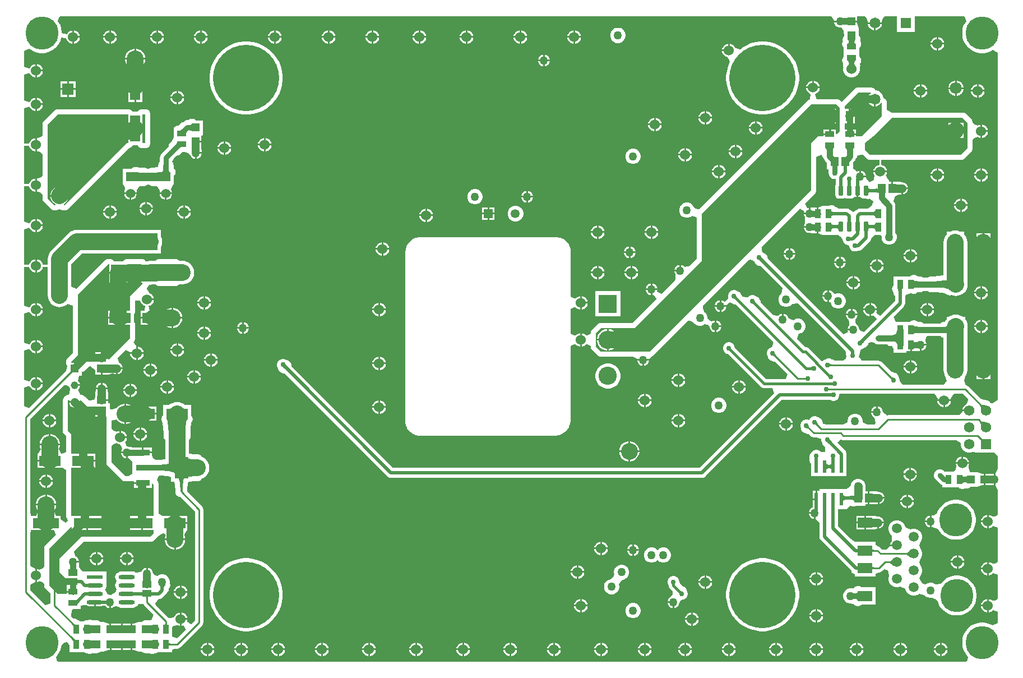
<source format=gtl>
%FSLAX23Y23*%
%MOIN*%
%SFA1B1*%

%IPPOS*%
%AMD20*
4,1,8,0.036900,0.011800,-0.036900,0.011800,-0.048800,0.000000,-0.048800,0.000000,-0.036900,-0.011800,0.036900,-0.011800,0.048800,0.000000,0.048800,0.000000,0.036900,0.011800,0.0*
1,1,0.023680,0.036900,0.000000*
1,1,0.023680,-0.036900,0.000000*
1,1,0.023680,-0.036900,0.000000*
1,1,0.023680,0.036900,0.000000*
%
%AMD34*
4,1,8,-0.009800,-0.028500,0.009800,-0.028500,0.011800,-0.026500,0.011800,0.026500,0.009800,0.028500,-0.009800,0.028500,-0.011800,0.026500,-0.011800,-0.026500,-0.009800,-0.028500,0.0*
1,1,0.004020,-0.009800,-0.026500*
1,1,0.004020,0.009800,-0.026500*
1,1,0.004020,0.009800,0.026500*
1,1,0.004020,-0.009800,0.026500*
%
%ADD12C,0.010000*%
%ADD17R,0.125980X0.062990*%
%ADD18R,0.086610X0.098430*%
%ADD19R,0.097520X0.023670*%
G04~CAMADD=20~8~0.0~0.0~975.2~236.7~118.4~0.0~15~0.0~0.0~0.0~0.0~0~0.0~0.0~0.0~0.0~0~0.0~0.0~0.0~0.0~975.2~236.7*
%ADD20D20*%
%ADD21R,0.084650X0.127950*%
%ADD22R,0.084650X0.037400*%
%ADD23R,0.047240X0.047240*%
%ADD24R,0.020870X0.077950*%
%ADD25R,0.085830X0.063780*%
%ADD26R,0.053150X0.033470*%
%ADD27R,0.033470X0.053150*%
%ADD28R,0.053150X0.043310*%
%ADD29R,0.063780X0.085830*%
%ADD30R,0.057330X0.051360*%
%ADD31R,0.051360X0.057330*%
%ADD32R,0.047240X0.047240*%
%ADD33R,0.043310X0.064960*%
G04~CAMADD=34~8~0.0~0.0~236.2~570.9~20.1~0.0~15~0.0~0.0~0.0~0.0~0~0.0~0.0~0.0~0.0~0~0.0~0.0~0.0~180.0~236.0~570.0*
%ADD34D34*%
%ADD35R,0.157480X0.062990*%
%ADD36R,0.062990X0.157480*%
%ADD44C,0.053150*%
%ADD45R,0.053150X0.053150*%
%ADD48R,0.061810X0.061810*%
%ADD49C,0.061810*%
%ADD53R,0.055120X0.055120*%
%ADD54C,0.055120*%
%ADD60C,0.108270*%
%ADD61R,0.108270X0.108270*%
%ADD62C,0.100000*%
%ADD63C,0.015000*%
%ADD64C,0.050000*%
%ADD65C,0.020000*%
%ADD66C,0.035000*%
%ADD67C,0.030000*%
%ADD68C,0.045000*%
%ADD69C,0.040000*%
%ADD70C,0.034000*%
%ADD71C,0.060000*%
%ADD72C,0.045980*%
%ADD73R,0.045980X0.045980*%
%ADD74C,0.393700*%
%ADD75R,0.070870X0.070870*%
%ADD76C,0.070870*%
%ADD77R,0.064960X0.064960*%
%ADD78C,0.064960*%
%ADD79C,0.059060*%
%ADD80C,0.196850*%
%ADD81C,0.088580*%
%ADD82C,0.060000*%
%ADD83C,0.030000*%
%ADD84C,0.100000*%
%ADD85C,0.050000*%
%LNpcb1-1*%
%LPD*%
G36*
X6685Y4913D02*
X6691Y4894D01*
X6684Y4884*
X6676Y4868*
X6670Y4850*
X6667Y4832*
Y4813*
X6670Y4795*
X6676Y4777*
X6684Y4760*
X6695Y4745*
X6708Y4732*
X6723Y4721*
X6740Y4713*
X6758Y4707*
X6776Y4704*
X6795*
X6813Y4707*
X6831Y4713*
X6847Y4721*
X6848Y4721*
X6878Y4706*
Y2642*
X6848Y2622*
X6840Y2624*
X6835Y2626*
X6833Y2629*
X6831Y2632*
X6831Y2632*
X6831Y2632*
X6828Y2634*
X6825Y2637*
X6824Y2637*
X6824Y2637*
X6821Y2638*
X6817Y2640*
X6817Y2640*
X6817Y2640*
X6813Y2640*
X6809Y2641*
X6806Y2641*
X6800Y2641*
X6798Y2641*
X6797Y2642*
X6797Y2642*
X6796Y2642*
X6793Y2644*
X6792Y2644*
X6791Y2645*
X6789Y2646*
X6786Y2647*
X6785Y2647*
X6784Y2647*
X6781Y2648*
X6778Y2648*
X6777Y2648*
X6702Y2723*
X6694Y2729*
X6688Y2730*
X6678Y2757*
X6686Y2783*
X6691Y2793*
X6695Y2806*
X6697Y2820*
Y3060*
X6698Y3066*
X6700Y3080*
X6698Y3093*
X6694Y3106*
X6688Y3119*
X6685Y3122*
Y3135*
X6672*
X6669Y3138*
X6656Y3144*
X6643Y3148*
X6630Y3150*
X6616Y3148*
X6603Y3144*
X6590Y3138*
X6587Y3135*
X6574*
Y3123*
X6568Y3116*
X6564Y3107*
X6558Y3107*
X6555Y3107*
X6551Y3106*
X6551Y3106*
X6551Y3106*
X6547Y3105*
X6544Y3103*
X6544Y3103*
X6543Y3103*
X6541Y3101*
X6538Y3098*
X6538Y3098*
X6537Y3098*
X6537Y3097*
X6436*
X6435Y3098*
X6435Y3098*
X6435Y3098*
X6432Y3101*
X6429Y3103*
X6429Y3103*
X6429Y3103*
X6425Y3105*
X6422Y3106*
X6422Y3106*
X6421Y3106*
X6418Y3107*
X6414Y3107*
X6408Y3107*
X6399Y3108*
X6398Y3109*
X6395Y3111*
X6394Y3112*
X6394Y3112*
X6391Y3113*
X6388Y3115*
X6387Y3115*
X6386Y3115*
X6383Y3116*
X6380Y3116*
X6379Y3116*
X6379Y3116*
X6376Y3116*
X6373Y3116*
X6372Y3115*
X6371Y3115*
X6368Y3114*
X6365Y3113*
X6364Y3113*
X6363Y3112*
X6361Y3110*
X6358Y3109*
X6358Y3108*
X6357Y3107*
X6356Y3106*
X6271*
X6258Y3135*
X6318Y3196*
X6323Y3202*
X6326Y3209*
X6327Y3217*
Y3261*
X6328Y3261*
X6328Y3261*
X6328Y3262*
X6330Y3264*
X6333Y3267*
X6337Y3270*
X6348Y3274*
X6358Y3276*
X6364Y3276*
X6367Y3275*
X6368Y3275*
X6371Y3274*
X6372Y3274*
X6373Y3273*
X6376Y3273*
X6379Y3273*
X6379Y3273*
X6380Y3273*
X6383Y3273*
X6386Y3274*
X6387Y3274*
X6388Y3274*
X6391Y3276*
X6394Y3277*
X6394Y3277*
X6395Y3278*
X6398Y3280*
X6399Y3281*
X6408Y3282*
X6414Y3282*
X6418Y3282*
X6421Y3283*
X6422Y3283*
X6422Y3283*
X6425Y3284*
X6429Y3286*
X6429Y3286*
X6429Y3286*
X6432Y3288*
X6433Y3289*
X6448Y3290*
X6464Y3289*
X6464Y3288*
X6467Y3286*
X6467Y3286*
X6468Y3286*
X6471Y3284*
X6474Y3283*
X6475Y3283*
X6475Y3283*
X6478Y3282*
X6482Y3282*
X6516Y3281*
X6542Y3279*
X6553Y3278*
X6561Y3276*
X6568Y3274*
X6572Y3273*
X6573Y3272*
X6576Y3270*
X6577Y3269*
X6579Y3268*
X6581Y3267*
X6582Y3266*
X6584Y3266*
X6586Y3265*
X6588Y3265*
X6590Y3264*
X6592Y3264*
X6594Y3264*
X6596Y3264*
X6598Y3264*
X6600Y3265*
X6602Y3265*
X6603Y3265*
X6616Y3261*
X6630Y3259*
X6643Y3261*
X6656Y3265*
X6669Y3271*
X6679Y3280*
X6688Y3290*
X6694Y3303*
X6698Y3316*
X6700Y3330*
X6698Y3343*
X6697Y3349*
Y3580*
X6695Y3593*
X6691Y3606*
X6685Y3619*
X6678Y3627*
Y3642*
X6657*
X6653Y3644*
X6640Y3648*
X6626Y3650*
X6613Y3648*
X6600Y3644*
X6596Y3642*
X6575*
Y3627*
X6568Y3619*
X6561Y3606*
X6557Y3593*
X6556Y3580*
Y3382*
X6553Y3382*
X6499Y3377*
X6482Y3377*
X6479Y3377*
X6475Y3376*
X6475Y3376*
X6475Y3376*
X6471Y3375*
X6468Y3373*
X6467Y3373*
X6467Y3373*
X6464Y3371*
X6464Y3370*
X6448Y3369*
X6433Y3370*
X6432Y3371*
X6429Y3373*
X6429Y3373*
X6429Y3373*
X6425Y3375*
X6422Y3376*
X6422Y3376*
X6421Y3376*
X6418Y3377*
X6414Y3377*
X6408Y3377*
X6399Y3378*
X6398Y3379*
X6395Y3381*
X6394Y3382*
X6394Y3382*
X6391Y3383*
X6388Y3385*
X6387Y3385*
X6386Y3385*
X6383Y3386*
X6380Y3386*
X6379Y3386*
X6379Y3386*
X6376Y3386*
X6373Y3386*
X6372Y3385*
X6371Y3385*
X6368Y3384*
X6365Y3383*
X6364Y3383*
X6363Y3382*
X6361Y3380*
X6358Y3379*
X6358Y3378*
X6357Y3377*
X6356Y3376*
X6260*
Y3325*
X6259Y3324*
X6258Y3323*
X6257Y3322*
X6256Y3320*
X6254Y3318*
X6254Y3317*
X6253Y3315*
X6252Y3313*
X6251Y3311*
X6251Y3309*
X6251Y3308*
X6250Y3305*
X6250Y3303*
X6250Y3301*
X6250Y3300*
X6251Y3298*
X6251Y3295*
X6252Y3294*
X6252Y3292*
X6253Y3290*
X6254Y3288*
X6255Y3287*
X6256Y3285*
X6257Y3284*
X6257Y3283*
X6257Y3279*
X6258Y3275*
X6258Y3275*
X6258Y3275*
X6259Y3271*
X6261Y3268*
X6261Y3268*
X6261Y3267*
X6263Y3265*
X6266Y3262*
X6266Y3261*
X6266Y3261*
X6267Y3261*
Y3230*
X6178Y3141*
X6154Y3159*
X6156Y3163*
X6157Y3164*
X6157Y3167*
X6160Y3174*
Y3175*
X6125*
Y3140*
X6125*
X6132Y3141*
X6135Y3142*
X6136Y3143*
X6140Y3145*
X6158Y3121*
X6083Y3046*
X6064Y3052*
X6055Y3060*
Y3064*
X6052Y3073*
X6048Y3081*
X6041Y3088*
X6036Y3091*
X6033Y3105*
X6033Y3123*
X6038Y3128*
X6042Y3136*
X6044Y3145*
X5975*
X5977Y3136*
X5981Y3128*
X5988Y3121*
X5993Y3118*
X5996Y3104*
X5996Y3086*
X5991Y3081*
X5987Y3073*
X5985Y3065*
X6020*
Y3055*
X5985*
X5987Y3046*
X5961Y3031*
X5511Y3481*
X5511Y3482*
X5511Y3482*
X5511Y3482*
X5511Y3486*
X5510Y3490*
X5510Y3490*
Y3490*
X5509Y3494*
X5507Y3497*
X5507Y3497*
X5507Y3497*
X5505Y3501*
X5502Y3504*
X5501Y3505*
X5499Y3508*
X5498Y3508*
X5498Y3508*
X5496Y3511*
X5495Y3511*
X5495Y3512*
X5492Y3514*
X5490Y3516*
X5489Y3516*
X5488Y3516*
X5485Y3517*
X5482Y3519*
X5480Y3522*
X5476Y3530*
X5474Y3541*
X5475Y3553*
X5701Y3778*
X5727Y3763*
X5725Y3755*
X5725Y3755*
X5755*
Y3784*
X5746Y3782*
X5731Y3808*
X5791Y3868*
X5796Y3874*
X5799Y3882*
X5800Y3890*
Y4084*
X5800Y4085*
X5800Y4085*
X5830Y4100*
X5833Y4098*
X5833Y4097*
X5833Y4097*
X5834Y4094*
X5836Y4090*
X5836Y4090*
X5836Y4090*
X5838Y4087*
X5841Y4084*
X5841Y4084*
X5841Y4084*
X5842Y4083*
X5843Y4078*
X5847Y4069*
X5853Y4061*
X5862Y4052*
Y4011*
X5872*
Y3991*
X5874Y3982*
X5877Y3974*
X5883Y3966*
X5885Y3965*
X5888Y3961*
X5896Y3957*
X5905Y3955*
X5914*
X5914Y3954*
Y3922*
X5914Y3922*
X5912Y3913*
Y3860*
X5914Y3852*
X5919Y3844*
X5926Y3840*
X5935Y3838*
X5954*
X5963Y3840*
X5970Y3844*
X5976Y3840*
X5985Y3838*
X6004*
X6013Y3840*
X6020Y3844*
X6030Y3849*
X6035Y3848*
X6040*
Y3887*
X6050*
Y3848*
X6054*
X6059Y3849*
X6069Y3844*
X6076Y3840*
X6085Y3838*
X6098*
X6098Y3838*
X6101Y3837*
X6103Y3837*
X6105Y3837*
X6106Y3837*
X6109Y3837*
X6111Y3837*
X6112Y3837*
X6114Y3838*
X6114Y3838*
X6129Y3830*
X6139Y3823*
X6139Y3823*
X6139Y3819*
X6130Y3796*
X6105Y3780*
X6060*
X6052Y3779*
X6044Y3776*
X6041Y3773*
X6020Y3758*
X5998Y3773*
X5995Y3776*
X5987Y3779*
X5980Y3780*
X5931*
X5931Y3780*
X5930Y3781*
X5930Y3781*
X5927Y3783*
X5924Y3785*
X5924Y3785*
X5924Y3786*
X5920Y3787*
X5917Y3789*
X5917Y3789*
X5916Y3789*
X5913Y3789*
X5911Y3789*
X5910Y3791*
X5909Y3792*
X5909Y3792*
Y3796*
X5898Y3798*
X5896Y3799*
X5895Y3799*
X5893Y3799*
X5891Y3799*
X5889Y3800*
X5889*
X5887Y3800*
X5885Y3800*
X5885*
X5883Y3799*
X5881Y3799*
X5879Y3798*
X5878Y3798*
X5876Y3797*
X5874Y3796*
X5835*
X5812Y3787*
Y3750*
X5802*
Y3786*
X5780*
X5765Y3785*
Y3750*
X5760*
Y3745*
X5725*
X5727Y3736*
X5731Y3728*
X5732Y3728*
X5733Y3710*
X5732Y3691*
X5731Y3691*
X5727Y3683*
X5725Y3675*
X5760*
Y3665*
X5725*
X5725Y3664*
X5727Y3656*
X5731Y3648*
X5738Y3641*
X5746Y3637*
X5751Y3635*
X5755Y3635*
X5780Y3633*
X5802*
Y3670*
X5812*
Y3632*
X5835Y3623*
X5860*
X5881*
X5883Y3623*
X5885Y3622*
X5885*
X5887Y3622*
X5889Y3622*
X5909Y3623*
X5931Y3622*
X5941Y3614*
X5948Y3608*
X5950Y3605*
X5950Y3605*
X5954Y3597*
X5955Y3595*
Y3595*
X5957Y3586*
X5961Y3578*
X5968Y3571*
X5976Y3567*
X5982Y3565*
X5983Y3565*
X5985Y3563*
X5986Y3562*
X5986Y3562*
X5989Y3561*
X5992Y3560*
X5993Y3560*
X5994Y3559*
X5995Y3559*
Y3555*
X5997Y3546*
X6001Y3538*
X6008Y3531*
X6016Y3527*
X6025Y3525*
X6034*
X6043Y3527*
X6047Y3529*
X6050*
X6057Y3530*
X6065Y3533*
X6071Y3538*
X6116Y3583*
X6121Y3589*
X6124Y3597*
X6125Y3603*
X6131Y3609*
X6149Y3621*
X6154Y3622*
X6156Y3623*
X6158Y3623*
X6182*
X6187Y3616*
Y3605*
X6190Y3593*
X6196Y3583*
X6204Y3574*
X6215Y3569*
X6226Y3565*
X6238*
X6249Y3569*
X6260Y3574*
X6268Y3583*
X6274Y3593*
X6277Y3605*
Y3616*
X6274Y3628*
X6270Y3635*
Y3670*
Y3750*
Y3797*
X6269Y3807*
X6265Y3816*
X6259Y3824*
X6258Y3825*
X6267Y3854*
X6287Y3861*
X6305Y3864*
Y3900*
X6310*
Y3905*
X6344*
X6342Y3913*
X6338Y3921*
X6331Y3928*
X6323Y3932*
X6315Y3934*
X6314Y3935*
X6287Y3938*
Y3938*
X6256*
Y3900*
X6246*
Y3938*
X6233*
Y3948*
X6227*
X6217Y3965*
X6213Y3978*
X6217Y3984*
X6220Y3994*
Y3995*
X6140*
Y3994*
X6142Y3984*
X6146Y3978*
X6142Y3948*
X6116Y3937*
X6097Y3957*
X6095Y3965*
X6060*
Y3970*
X6055*
Y4004*
X6046Y4002*
X6042Y4000*
X6025Y4011*
X6017Y4019*
Y4052*
X6026Y4061*
X6032Y4069*
X6036Y4078*
X6037Y4083*
X6038Y4084*
X6038Y4084*
X6038Y4084*
X6041Y4087*
X6043Y4090*
X6043Y4090*
X6043Y4090*
X6043Y4091*
X6049Y4095*
X6051Y4096*
X6064Y4099*
X6069Y4100*
X6077Y4099*
X6098Y4078*
X6104Y4073*
X6112Y4070*
X6120Y4069*
X6174*
X6174Y4040*
X6164Y4037*
X6155Y4032*
X6147Y4024*
X6142Y4015*
X6140Y4005*
Y4005*
X6220*
Y4005*
X6217Y4015*
X6212Y4024*
X6204Y4032*
X6195Y4037*
X6185Y4040*
X6185Y4069*
X6660*
X6667Y4070*
X6675Y4073*
X6681Y4078*
X6721Y4118*
X6726Y4124*
X6729Y4132*
X6730Y4140*
Y4190*
X6743Y4199*
X6760Y4205*
X6764Y4202*
X6774Y4200*
X6775*
Y4240*
Y4280*
X6774*
X6764Y4277*
X6760Y4274*
X6743Y4280*
X6730Y4289*
Y4290*
X6729Y4297*
X6726Y4305*
X6721Y4311*
X6691Y4341*
X6685Y4346*
X6677Y4349*
X6670Y4350*
X6250*
X6226Y4364*
X6220Y4370*
X6220Y4370*
Y4408*
X6219Y4415*
X6216Y4423*
X6211Y4429*
X6205Y4434*
X6199Y4436*
X6196Y4449*
X6189Y4461*
X6179Y4471*
X6167Y4478*
X6154Y4481*
X6150*
X6148Y4485*
X6144Y4491*
X6137Y4496*
X6130Y4499*
X6122Y4500*
X6050*
X6042Y4499*
X6034Y4496*
X6028Y4491*
X5950Y4412*
X5941Y4421*
X5935Y4426*
X5927Y4429*
X5920Y4430*
X5802*
X5792Y4460*
X5795Y4462*
X5799Y4465*
X5804Y4467*
X5812Y4475*
X5817Y4484*
X5820Y4494*
Y4495*
X5740*
Y4494*
X5742Y4484*
X5747Y4475*
X5755Y4467*
X5763Y4463*
X5764Y4458*
X5762Y4431*
X5761Y4428*
X5754Y4426*
X5748Y4421*
X5104Y3777*
X5097Y3776*
X5082Y3780*
X5072Y3786*
X5071Y3787*
X5066Y3797*
X5057Y3806*
X5047Y3811*
X5035Y3815*
X5024*
X5012Y3811*
X5002Y3806*
X4993Y3797*
X4988Y3787*
X4985Y3775*
Y3764*
X4988Y3752*
X4993Y3742*
X5002Y3733*
X5012Y3728*
X5024Y3725*
X5035*
X5047Y3728*
X5057Y3733*
X5059Y3736*
X5085Y3728*
X5089Y3725*
Y3482*
X5047Y3440*
X5018Y3431*
X5011Y3438*
X5003Y3442*
X4995Y3444*
Y3410*
X4990*
Y3405*
X4955*
X4957Y3396*
X4961Y3388*
X4961Y3360*
X4959Y3352*
X4878Y3271*
X4852Y3286*
X4852Y3287*
X4854Y3295*
X4825*
Y3265*
X4832Y3267*
X4833Y3267*
X4837Y3260*
X4848Y3241*
X4707Y3100*
X4520*
X4512Y3099*
X4504Y3096*
X4498Y3091*
X4468Y3061*
X4463Y3055*
X4460Y3047*
X4459Y3040*
Y3036*
X4439Y3027*
X4429Y3026*
X4424Y3032*
X4415Y3037*
X4405Y3040*
X4405*
Y3000*
Y2960*
X4405*
X4415Y2962*
X4424Y2967*
X4429Y2973*
X4439Y2972*
X4459Y2963*
Y2960*
X4460Y2952*
X4463Y2944*
X4468Y2938*
X4498Y2908*
X4504Y2903*
X4512Y2900*
X4520Y2899*
X4708*
X4734Y2885*
X4805*
X4817Y2900*
X4825Y2903*
X4831Y2908*
X5034Y3112*
X5048Y3111*
X5069Y3104*
X5072Y3100*
X5080Y3092*
X5090Y3086*
X5102Y3083*
X5114*
X5125Y3086*
X5135Y3092*
X5136Y3092*
X5151Y3088*
X5165Y3078*
Y3075*
X5167Y3066*
X5171Y3058*
X5178Y3051*
X5186Y3047*
X5195Y3045*
Y3080*
Y3114*
X5186Y3112*
X5180Y3109*
X5167Y3114*
X5164Y3116*
X5153Y3125*
Y3134*
X5150Y3145*
X5144Y3155*
X5135Y3164*
X5131Y3166*
X5124Y3188*
X5124Y3201*
X5396Y3474*
X5408Y3475*
X5420Y3473*
X5430Y3467*
X5431Y3466*
X5431Y3465*
X5432Y3462*
X5433Y3459*
X5434Y3459*
X5434Y3458*
X5436Y3456*
X5438Y3453*
X5439Y3453*
X5439Y3452*
X5446Y3446*
X5449Y3444*
X5452Y3442*
X5452Y3442*
X5453Y3441*
X5456Y3440*
X5459Y3439*
X5460Y3439*
X5460Y3439*
X5464Y3438*
X5467Y3438*
X5467Y3438*
X5468Y3438*
X5595Y3311*
X5597Y3305*
X5592Y3276*
X5583Y3267*
X5578Y3257*
X5575Y3245*
Y3234*
X5578Y3222*
X5583Y3212*
X5592Y3203*
X5602Y3198*
X5614Y3195*
X5625*
X5637Y3198*
X5647Y3203*
X5656Y3212*
X5685Y3217*
X5691Y3215*
X5976Y2930*
X5976Y2928*
Y2926*
X5975Y2922*
X5975Y2921*
X5975Y2921*
X5975Y2918*
X5975Y2917*
X5975Y2917*
X5976Y2914*
X5976Y2910*
X5976Y2910*
X5976Y2909*
X5978Y2906*
X5979Y2903*
X5978Y2899*
X5974Y2890*
X5968Y2882*
X5959Y2875*
X5910*
X5910Y2875*
X5909Y2875*
X5909Y2876*
X5906Y2878*
X5904Y2880*
X5903Y2880*
X5903Y2881*
X5900Y2882*
X5897Y2883*
X5896Y2884*
X5895Y2884*
X5893Y2884*
X5890Y2886*
X5890Y2886*
X5890Y2887*
X5886Y2888*
X5883Y2889*
X5883Y2889*
X5882Y2889*
X5879Y2890*
X5875Y2890*
X5875Y2890*
X5875Y2890*
X5871Y2890*
X5867Y2889*
X5867Y2889*
X5867Y2889*
X5863Y2888*
X5860Y2886*
X5860Y2886*
X5859Y2886*
X5857Y2884*
X5851Y2882*
X5843Y2878*
X5836Y2871*
X5833Y2871*
X5754Y2949*
X5748Y2954*
X5742Y2956*
X5735Y2957*
X5731*
X5684Y3005*
X5695Y3035*
X5707Y3038*
X5717Y3043*
X5726Y3052*
X5731Y3062*
X5735Y3074*
Y3085*
X5731Y3097*
X5726Y3107*
X5717Y3116*
X5707Y3121*
X5695Y3125*
X5684*
X5672Y3121*
X5665Y3117*
X5651Y3120*
X5633Y3129*
X5632Y3133*
X5628Y3141*
X5621Y3148*
X5613Y3152*
X5605Y3154*
Y3120*
X5595*
Y3154*
X5586Y3152*
X5578Y3148*
X5571Y3141*
X5541Y3147*
X5471Y3218*
X5471Y3218*
X5471Y3219*
X5471Y3219*
X5470Y3223*
X5470Y3226*
X5470Y3227*
X5470Y3227*
X5468Y3230*
X5467Y3233*
X5467Y3234*
X5467Y3234*
X5465Y3237*
X5463Y3239*
X5463Y3239*
X5462Y3242*
X5461Y3244*
X5460Y3245*
X5460Y3246*
X5458Y3248*
X5456Y3251*
X5455Y3251*
X5455Y3252*
X5452Y3254*
X5450Y3256*
X5449Y3256*
X5448Y3256*
X5445Y3257*
X5442Y3259*
X5441Y3259*
X5441Y3259*
X5438Y3259*
X5433Y3262*
X5424Y3265*
X5415*
X5406Y3262*
X5398Y3258*
X5391Y3251*
X5389Y3251*
X5360Y3256*
X5360Y3257*
X5360Y3257*
X5358Y3260*
X5357Y3263*
X5357Y3264*
X5357Y3264*
X5355Y3267*
X5353Y3269*
Y3269*
X5352Y3272*
X5351Y3274*
X5350Y3275*
X5350Y3276*
X5348Y3278*
X5346Y3281*
X5345Y3281*
X5345Y3282*
X5342Y3284*
X5340Y3286*
X5339Y3286*
X5338Y3286*
X5335Y3287*
X5332Y3289*
X5331Y3289*
X5331Y3289*
X5328Y3289*
X5323Y3292*
X5314Y3295*
X5305*
X5296Y3292*
X5288Y3288*
X5281Y3281*
X5277Y3273*
X5275Y3264*
Y3255*
X5276Y3248*
X5277Y3246*
Y3246*
X5254Y3226*
X5251Y3228*
X5247Y3230*
X5243Y3232*
X5235Y3234*
Y3205*
X5265*
X5265Y3206*
X5283Y3219*
X5289Y3221*
X5292Y3220*
X5295Y3218*
X5297Y3217*
X5300Y3216*
X5300Y3216*
X5302Y3215*
X5305Y3212*
X5305Y3212*
X5305Y3212*
X5309Y3211*
X5312Y3209*
X5312Y3209*
X5312Y3209*
X5316Y3209*
X5320Y3208*
X5320Y3208*
X5320Y3208*
X5321Y3209*
X5545Y2984*
X5538Y2962*
X5533Y2954*
X5527Y2952*
X5519Y2948*
X5512Y2941*
X5508Y2933*
X5505Y2924*
Y2915*
X5508Y2906*
X5511Y2901*
X5511Y2897*
X5511Y2897*
X5511Y2897*
X5513Y2893*
X5514Y2890*
X5514Y2890*
X5514Y2889*
X5517Y2887*
X5519Y2884*
X5519Y2883*
X5519Y2883*
X5522Y2881*
X5525Y2879*
X5525Y2879*
X5525Y2878*
X5529Y2877*
X5532Y2875*
X5532Y2875*
X5533Y2875*
X5536Y2875*
X5538Y2873*
X5539Y2873*
X5539Y2873*
X5542Y2872*
X5545Y2870*
X5546Y2870*
X5547Y2870*
X5550Y2870*
X5553Y2869*
X5554Y2869*
X5554Y2869*
X5554Y2869*
X5629Y2795*
X5617Y2767*
X5501*
X5315Y2954*
Y2954*
X5312Y2963*
X5308Y2971*
X5301Y2978*
X5293Y2982*
X5284Y2985*
X5275*
X5266Y2982*
X5258Y2978*
X5251Y2971*
X5247Y2963*
X5245Y2954*
Y2945*
X5247Y2936*
X5251Y2928*
X5258Y2921*
X5266Y2917*
X5275Y2915*
X5275*
X5470Y2720*
X5476Y2715*
X5482Y2713*
X5490Y2712*
X5537*
X5549Y2682*
X5107Y2240*
X3282*
X2680Y2842*
X2680Y2843*
Y2843*
Y2843*
X2680Y2847*
X2679Y2851*
X2679Y2851*
X2679Y2851*
X2678Y2855*
X2676Y2858*
X2676Y2858*
X2676Y2859*
X2674Y2862*
X2671Y2865*
X2670Y2866*
X2667Y2869*
X2667Y2869*
X2667Y2870*
X2665Y2872*
X2664Y2872*
X2664Y2873*
X2661Y2875*
X2659Y2877*
X2658Y2877*
X2657Y2877*
X2654Y2878*
X2651Y2880*
X2651Y2880*
X2650Y2880*
X2647Y2880*
X2642Y2883*
X2633Y2886*
X2624*
X2615Y2883*
X2607Y2879*
X2600Y2872*
X2596Y2864*
X2593Y2855*
Y2846*
X2596Y2837*
X2599Y2832*
X2599Y2831*
X2599Y2828*
X2600Y2827*
X2600Y2826*
X2601Y2823*
X2602Y2820*
X2603Y2820*
X2603Y2819*
X2605Y2817*
X2607Y2814*
X2608Y2814*
X2608Y2813*
X2615Y2807*
X2618Y2805*
X2620Y2803*
X2621Y2803*
X2622Y2802*
X2625Y2801*
X2628Y2800*
X2629Y2800*
X2629Y2800*
X2632Y2799*
X2636Y2799*
X2636Y2799*
X2637Y2799*
X3248Y2188*
X3254Y2183*
X3262Y2180*
X3270Y2179*
X5120*
X5127Y2180*
X5135Y2183*
X5141Y2188*
X5593Y2641*
X5883*
X5887Y2638*
X5896Y2636*
X5905*
X5914Y2638*
X5922Y2643*
X5929Y2649*
X5933Y2657*
X5936Y2666*
Y2675*
X5939Y2680*
X6502*
X6512Y2667*
X6521Y2650*
X6520Y2645*
Y2645*
X6600*
Y2645*
X6598Y2650*
X6607Y2667*
X6617Y2680*
X6673*
X6703Y2650*
X6703Y2644*
X6694Y2618*
X6684Y2612*
X6677Y2605*
X6671Y2595*
X6669Y2585*
Y2585*
X6710*
Y2575*
X6669*
Y2574*
X6647Y2552*
X6645Y2551*
X6225*
X6222Y2550*
X6208Y2558*
X6206Y2559*
X6195Y2571*
Y2574*
X6192Y2583*
X6188Y2591*
X6181Y2598*
X6173Y2602*
X6165Y2604*
Y2570*
X6160*
Y2565*
X6125*
X6127Y2556*
X6131Y2548*
X6138Y2541*
X6146Y2537*
X6152Y2507*
X6152Y2506*
X6148Y2499*
X6144Y2495*
X6102*
X6075Y2509*
Y2520*
X6071Y2532*
X6066Y2542*
X6057Y2551*
X6047Y2556*
X6035Y2560*
X6024*
X6012Y2556*
X6002Y2551*
X5993Y2542*
X5988Y2532*
X5985Y2520*
Y2509*
X5957Y2495*
X5869*
X5840Y2498*
X5839Y2501*
X5839Y2504*
X5839Y2505*
X5839Y2505*
X5837Y2509*
X5836Y2512*
X5836Y2512*
X5836Y2513*
X5834Y2515*
X5834Y2518*
X5834Y2518*
X5834Y2519*
X5832Y2522*
X5831Y2525*
X5830Y2526*
X5830Y2526*
X5828Y2529*
X5826Y2532*
X5826Y2532*
X5825Y2532*
X5822Y2534*
X5820Y2536*
X5819Y2537*
X5819Y2537*
X5816Y2538*
X5812Y2539*
X5812Y2540*
X5812Y2540*
X5808Y2540*
X5803Y2543*
X5794Y2545*
X5785*
X5776Y2543*
X5768Y2538*
X5761Y2532*
X5757Y2524*
X5744Y2525*
X5735*
X5726Y2522*
X5718Y2518*
X5711Y2511*
X5707Y2503*
X5705Y2494*
Y2485*
X5707Y2476*
X5710Y2471*
X5710Y2467*
X5710Y2467*
X5710Y2467*
X5712Y2463*
X5713Y2460*
X5713Y2460*
X5713Y2459*
X5716Y2457*
X5718Y2454*
X5718Y2453*
X5718Y2453*
X5721Y2451*
X5724Y2449*
X5724Y2449*
X5725Y2448*
X5728Y2447*
X5731Y2445*
X5731Y2445*
X5732Y2445*
X5735Y2445*
X5737Y2443*
X5738Y2443*
X5738Y2443*
X5741Y2442*
X5745Y2440*
X5745Y2440*
X5746Y2440*
X5749Y2440*
X5752Y2439*
X5753Y2439*
X5754Y2439*
X5754*
X5766Y2426*
X5775Y2421*
X5785Y2419*
X5801*
X5830Y2409*
Y2400*
X5832Y2391*
X5835Y2386*
X5835Y2385*
X5835Y2382*
X5836Y2381*
X5836Y2380*
X5837Y2377*
X5838Y2374*
X5839Y2374*
X5839Y2373*
X5841Y2371*
X5843Y2368*
X5844Y2368*
X5844Y2367*
X5851Y2361*
X5853Y2337*
X5852Y2336*
X5848Y2334*
X5824Y2334*
X5821Y2338*
X5813Y2342*
X5804Y2345*
X5795*
X5786Y2342*
X5778Y2338*
X5771Y2331*
X5770Y2328*
X5768Y2327*
X5768Y2327*
X5768Y2327*
X5766Y2324*
X5763Y2321*
X5763Y2321*
X5763Y2321*
X5762Y2317*
X5760Y2313*
X5760Y2313*
X5760Y2313*
X5760Y2309*
X5759Y2306*
X5759Y2303*
X5759Y2302*
X5759Y2299*
X5759Y2298*
X5759Y2297*
X5759Y2290*
X5759Y2287*
X5759Y2287*
X5759Y2286*
X5759Y2286*
X5759Y2285*
X5759Y2282*
X5759Y2280*
X5760Y2280*
X5760Y2278*
X5760Y2278*
X5760Y2278*
X5761Y2274*
X5762Y2274*
X5762Y2273*
X5762Y2273*
X5763Y2271*
X5763Y2271*
X5763Y2270*
X5765Y2267*
X5766Y2266*
X5766Y2266*
X5766Y2266*
X5767Y2265*
X5768Y2264*
X5768Y2264*
X5769Y2263*
Y2188*
X5980*
Y2306*
Y2306*
X5980Y2320*
X5979Y2327*
X5976Y2335*
X5971Y2341*
X5926Y2386*
X5945Y2409*
X5950Y2406*
X5960Y2404*
X6632*
X6659Y2386*
Y2373*
X6662Y2360*
X6669Y2348*
X6678Y2339*
X6690Y2332*
X6681Y2304*
X6673Y2306*
X6673*
Y2271*
X6708*
Y2271*
X6705Y2281*
X6700Y2290*
X6692Y2298*
X6683Y2303*
X6692Y2332*
X6703Y2329*
X6716*
X6729Y2332*
X6759Y2329*
X6848*
X6860*
X6878Y2306*
Y2232*
X6865Y2205*
Y2170*
Y2134*
X6878Y2107*
Y1958*
X6863Y1950*
X6848Y1948*
X6844Y1952*
X6835Y1957*
X6825Y1960*
X6825*
Y1920*
Y1880*
X6825*
X6835Y1882*
X6844Y1887*
X6848Y1891*
X6863Y1889*
X6878Y1881*
Y1678*
X6863Y1670*
X6848Y1668*
X6844Y1672*
X6835Y1677*
X6825Y1680*
X6825*
Y1640*
Y1600*
X6825*
X6835Y1602*
X6844Y1607*
X6848Y1611*
X6863Y1609*
X6878Y1601*
Y1458*
X6863Y1450*
X6848Y1448*
X6844Y1452*
X6835Y1457*
X6825Y1460*
X6825*
Y1420*
Y1380*
X6825*
X6835Y1382*
X6844Y1387*
X6848Y1391*
X6863Y1389*
X6878Y1381*
Y1316*
X6848Y1301*
X6847Y1302*
X6831Y1310*
X6813Y1316*
X6795Y1319*
X6776*
X6758Y1316*
X6740Y1310*
X6723Y1302*
X6708Y1291*
X6695Y1277*
X6684Y1262*
X6676Y1246*
X6670Y1228*
X6667Y1210*
Y1191*
X6670Y1173*
X6676Y1155*
X6684Y1138*
X6695Y1123*
X6703Y1115*
X6697Y1095*
X6691Y1085*
X1289*
X1283Y1095*
X1277Y1115*
X1285Y1123*
X1296Y1138*
X1304Y1155*
X1310Y1173*
X1312Y1184*
X1325Y1198*
X1327Y1199*
X1343Y1203*
X1349Y1199*
X1350Y1198*
X1352Y1194*
X1353Y1192*
X1354Y1190*
X1355Y1189*
X1356Y1187*
X1357Y1185*
X1359Y1183*
X1360Y1183*
X1360Y1182*
Y1143*
X1444*
X1447Y1141*
X1447Y1141*
X1447Y1141*
X1450Y1139*
X1454Y1138*
X1454Y1138*
X1454Y1138*
X1458Y1137*
X1462Y1137*
X1464Y1137*
X1464Y1137*
X1464Y1136*
X1467Y1135*
X1471Y1134*
X1471Y1134*
X1471Y1134*
X1475Y1133*
X1479Y1133*
X1479Y1133*
X1479Y1133*
X1483Y1133*
X1486Y1134*
X1487Y1134*
X1487Y1134*
X1490Y1135*
X1513Y1137*
X1520Y1137*
X1523Y1137*
X1527Y1138*
X1527Y1138*
X1527Y1138*
X1531Y1139*
X1535Y1141*
X1535Y1141*
X1535Y1141*
X1538Y1143*
X1541Y1146*
X1541Y1146*
X1541Y1146*
X1541Y1146*
X1563*
X1589Y1156*
X1597*
Y1190*
X1607*
Y1156*
X1636*
X1665Y1155*
Y1190*
X1675*
Y1155*
X1695Y1156*
X1723*
Y1190*
X1733*
Y1156*
X1741*
X1767Y1146*
X1789*
X1789Y1146*
X1789Y1146*
X1792Y1143*
X1795Y1141*
X1796Y1141*
X1796Y1141*
X1799Y1139*
X1802Y1138*
X1803Y1138*
X1803Y1138*
X1807Y1137*
X1810Y1137*
X1829Y1136*
X1831Y1136*
X1834Y1136*
X1835Y1136*
X1835Y1136*
X1838Y1136*
X1838Y1136*
X1841Y1134*
X1842Y1134*
X1843Y1134*
X1846Y1133*
X1849Y1133*
X1850Y1133*
X1850Y1133*
X1854Y1133*
X1857Y1134*
X1858Y1134*
X1858Y1134*
X1861Y1135*
X1865Y1136*
X1865Y1137*
X1865Y1137*
X1868Y1137*
X1871Y1137*
X1875Y1138*
X1875Y1138*
X1876Y1138*
X1879Y1139*
X1882Y1141*
X1883Y1141*
X1883Y1141*
X1885Y1143*
X1969*
Y1156*
X1970Y1157*
X1974Y1158*
X1974Y1159*
X1974Y1159*
X1977Y1161*
X1980Y1163*
X1980Y1163*
X1981Y1164*
X1981Y1164*
X2000*
X2009Y1166*
X2018Y1171*
X2148Y1301*
X2153Y1310*
X2155Y1320*
Y1990*
X2153Y1999*
X2148Y2008*
X2059Y2096*
X2060Y2122*
X2061Y2133*
X2063Y2144*
X2066Y2153*
X2066Y2156*
X2086*
Y2158*
X2110Y2159*
X2120Y2159*
X2123Y2160*
X2127Y2160*
X2127Y2160*
X2127Y2160*
X2131Y2162*
X2135Y2163*
X2135Y2163*
X2135Y2163*
X2138Y2166*
X2141Y2168*
X2141Y2168*
X2141Y2168*
X2143Y2171*
X2146Y2174*
X2146Y2175*
X2149Y2176*
X2153Y2177*
X2156Y2179*
X2159Y2181*
X2161Y2183*
X2164Y2185*
X2167Y2188*
X2169Y2190*
X2171Y2192*
X2174Y2195*
X2176Y2198*
X2178Y2200*
X2180Y2203*
X2182Y2206*
X2183Y2210*
X2184Y2213*
X2185Y2216*
X2187Y2219*
X2187Y2222*
X2188Y2226*
X2189Y2229*
X2190Y2233*
Y2236*
X2190Y2240*
X2190Y2243*
Y2246*
X2189Y2250*
X2188Y2253*
X2187Y2257*
X2187Y2260*
X2185Y2263*
X2184Y2266*
X2183Y2269*
X2182Y2273*
X2180Y2276*
X2178Y2279*
X2176Y2281*
X2174Y2284*
X2171Y2287*
X2169Y2289*
X2167Y2291*
X2164Y2294*
X2161Y2296*
X2159Y2298*
X2156Y2300*
X2153Y2302*
X2149Y2303*
X2146Y2304*
X2146Y2305*
X2143Y2308*
X2141Y2311*
X2141Y2311*
X2141Y2311*
X2138Y2313*
X2135Y2315*
X2135Y2316*
X2135Y2316*
X2131Y2317*
X2128Y2319*
X2128Y2319*
X2127Y2319*
X2124Y2319*
X2120Y2320*
X2086Y2320*
X2086Y2320*
Y2323*
X2068*
Y2406*
X2069Y2407*
X2069Y2407*
X2069Y2407*
X2072Y2410*
X2074Y2413*
X2074Y2413*
X2074Y2413*
X2076Y2417*
X2077Y2420*
X2077Y2420*
X2077Y2420*
X2078Y2424*
X2078Y2428*
X2078Y2447*
X2079Y2477*
X2081Y2499*
X2082Y2506*
X2082Y2507*
X2083Y2508*
X2085Y2510*
X2086Y2511*
X2087Y2513*
X2088Y2515*
X2089Y2516*
X2089Y2518*
X2090Y2520*
X2090Y2522*
X2091Y2524*
X2091Y2526*
X2091Y2528*
X2091Y2530*
X2091Y2532*
X2090Y2534*
X2090Y2536*
X2089Y2538*
X2089Y2540*
X2088Y2541*
X2087Y2543*
X2086Y2545*
X2085Y2546*
X2083Y2548*
X2082Y2550*
X2081Y2551*
Y2611*
X2046*
X2037Y2618*
X2025Y2624*
X2012Y2628*
X1998Y2630*
X1984Y2628*
X1971Y2624*
X1959Y2618*
X1950Y2611*
X1915*
Y2551*
X1914Y2550*
X1912Y2548*
X1911Y2546*
X1910Y2545*
X1909Y2543*
X1908Y2541*
X1907Y2540*
X1907Y2538*
X1906Y2536*
X1906Y2534*
X1905Y2532*
X1905Y2530*
X1905Y2528*
X1905Y2526*
X1905Y2524*
X1906Y2522*
X1906Y2520*
X1907Y2518*
X1907Y2516*
X1908Y2515*
X1909Y2513*
X1910Y2511*
X1911Y2510*
X1912Y2508*
X1913Y2507*
X1918Y2446*
X1918Y2428*
X1918Y2424*
X1919Y2420*
X1919Y2420*
X1919Y2420*
X1920Y2417*
X1922Y2413*
X1922Y2413*
X1922Y2413*
X1924Y2410*
X1927Y2407*
X1927Y2407*
X1927Y2407*
X1928Y2406*
Y2290*
X1893Y2287*
X1876Y2287*
X1874Y2286*
X1872Y2287*
X1872*
X1855Y2297*
X1848Y2312*
Y2325*
X1795*
Y2330*
X1790*
Y2359*
X1758*
X1743*
X1714Y2361*
X1713Y2362*
X1704Y2365*
X1701*
X1700Y2366*
X1691Y2386*
X1690Y2393*
X1692Y2395*
X1697Y2404*
X1700Y2414*
Y2415*
X1660*
Y2420*
X1655*
Y2460*
X1654*
X1644Y2457*
X1640Y2454*
X1623Y2460*
X1610Y2469*
Y2518*
X1621Y2524*
X1640Y2526*
X1643Y2521*
X1651Y2513*
X1661Y2506*
X1672Y2502*
X1684Y2500*
X1685*
Y2560*
Y2620*
X1684*
X1672Y2617*
X1661Y2613*
X1651Y2606*
X1643Y2598*
X1642Y2597*
X1615Y2587*
X1604Y2587*
X1600Y2589*
X1598Y2594*
Y2623*
X1588*
Y2636*
X1550*
Y2646*
X1588*
Y2677*
X1585Y2705*
X1514*
X1511Y2677*
Y2659*
X1506Y2644*
X1474Y2638*
X1448Y2664*
X1446Y2665*
X1445Y2666*
X1443Y2667*
X1442Y2669*
X1440Y2669*
X1438Y2670*
X1436Y2671*
X1434Y2672*
X1432Y2672*
X1431Y2672*
X1429Y2673*
X1426Y2673*
X1423Y2676*
X1410Y2703*
X1416Y2709*
X1420Y2717*
X1422Y2725*
X1390*
Y2735*
X1422*
X1420Y2742*
X1416Y2750*
X1410Y2756*
X1409Y2757*
X1415Y2787*
X1432*
Y2808*
X1433Y2808*
X1435Y2808*
X1437Y2809*
X1439Y2809*
X1440Y2810*
X1442Y2811*
X1444Y2812*
X1446Y2813*
X1447Y2815*
X1449Y2816*
X1473Y2840*
X1481Y2842*
X1511Y2819*
Y2792*
X1545*
Y2828*
X1555*
Y2792*
X1587*
X1588*
X1618Y2801*
X1626Y2797*
X1635Y2795*
Y2830*
X1640*
Y2835*
X1674*
X1672Y2843*
X1668Y2851*
X1661Y2858*
X1656Y2861*
X1652Y2867*
X1646Y2890*
X1646Y2894*
X1692Y2940*
X1718Y2925*
X1719Y2925*
X1755*
Y2960*
X1754Y2961*
X1739Y2987*
X1741Y2988*
X1746Y2994*
X1749Y3002*
X1750Y3010*
Y3088*
X1749Y3096*
X1746Y3103*
X1742Y3107*
Y3152*
X1746Y3156*
X1749Y3163*
X1750Y3171*
Y3234*
X1780Y3234*
X1782Y3224*
X1787Y3215*
X1795Y3207*
X1802Y3203*
X1804Y3202*
X1804Y3202*
X1809Y3201*
X1805Y3171*
X1783*
Y3135*
X1851*
Y3171*
X1834*
X1830Y3201*
X1835Y3202*
X1835Y3202*
X1837Y3203*
X1844Y3207*
X1852Y3215*
X1857Y3224*
X1860Y3234*
Y3235*
X1820*
Y3245*
X1860*
Y3245*
X1857Y3255*
X1852Y3264*
X1844Y3272*
X1835Y3277*
X1832Y3278*
X1820Y3304*
X1820Y3307*
X1832Y3327*
X1840*
X1851Y3328*
X1872*
X1878Y3323*
X1885Y3320*
X1893Y3319*
X1988*
X1990Y3320*
X1992*
X1993Y3320*
X1995Y3320*
X1997Y3321*
X1999Y3322*
X2001Y3323*
X2003Y3323*
X2004Y3325*
X2006Y3325*
X2007Y3327*
X2009Y3328*
X2010Y3329*
X2030*
X2033Y3330*
X2036*
X2040Y3330*
X2043Y3331*
X2047Y3332*
X2050Y3332*
X2053Y3334*
X2056Y3335*
X2059Y3336*
X2063Y3337*
X2066Y3339*
X2069Y3341*
X2071Y3343*
X2074Y3345*
X2077Y3348*
X2079Y3350*
X2081Y3352*
X2084Y3355*
X2086Y3358*
X2088Y3360*
X2090Y3363*
X2092Y3366*
X2093Y3370*
X2094Y3373*
X2095Y3376*
X2097Y3379*
X2097Y3382*
X2098Y3386*
X2099Y3389*
X2100Y3393*
Y3396*
X2100Y3400*
X2100Y3403*
Y3406*
X2099Y3410*
X2098Y3413*
X2097Y3417*
X2097Y3420*
X2095Y3423*
X2094Y3426*
X2093Y3429*
X2092Y3433*
X2090Y3436*
X2088Y3439*
X2086Y3441*
X2084Y3444*
X2081Y3447*
X2079Y3449*
X2077Y3451*
X2074Y3454*
X2071Y3456*
X2069Y3458*
X2066Y3460*
X2063Y3462*
X2059Y3463*
X2056Y3464*
X2053Y3465*
X2050Y3467*
X2047Y3467*
X2043Y3468*
X2040Y3469*
X2036Y3470*
X2033*
X2030Y3470*
X2010*
X2009Y3471*
X2007Y3472*
X2006Y3474*
X2004Y3475*
X2003Y3476*
X2001Y3476*
X1999Y3477*
X1997Y3478*
X1995Y3479*
X1993Y3479*
X1992Y3480*
X1990*
X1988Y3480*
X1893*
X1885Y3479*
X1878Y3476*
X1871Y3471*
X1871Y3470*
X1842*
X1828Y3468*
X1824Y3467*
X1810*
X1808Y3471*
X1801Y3476*
X1794Y3479*
X1786Y3480*
X1703*
X1695Y3479*
X1688Y3476*
X1681Y3471*
X1679Y3467*
X1650*
X1638Y3466*
X1621*
X1618Y3471*
X1611Y3476*
X1604Y3479*
X1596Y3480*
X1590*
X1582Y3479*
X1574Y3476*
X1568Y3471*
X1400Y3303*
X1370Y3315*
Y3450*
X1431Y3512*
X1840*
X1851Y3513*
X1903*
Y3552*
X1904Y3555*
X1908Y3568*
X1910Y3582*
X1908Y3596*
X1904Y3609*
X1903Y3612*
Y3651*
X1851*
X1840Y3652*
X1402*
X1388Y3651*
X1375Y3647*
X1363Y3641*
X1352Y3632*
X1250Y3529*
X1241Y3519*
X1235Y3506*
X1231Y3493*
X1229Y3480*
Y3446*
X1200Y3445*
X1197Y3455*
X1192Y3464*
X1184Y3472*
X1175Y3477*
X1165Y3480*
X1165*
Y3440*
Y3400*
X1165*
X1175Y3402*
X1184Y3407*
X1192Y3415*
X1197Y3424*
X1200Y3434*
X1229Y3433*
Y3264*
X1231Y3251*
X1235Y3237*
X1241Y3225*
X1250Y3214*
X1260Y3206*
X1273Y3199*
X1286Y3195*
X1300Y3194*
X1313Y3195*
X1326Y3199*
X1339Y3206*
X1349Y3214*
X1379Y3204*
Y2922*
X1346Y2889*
X1345Y2887*
X1343Y2886*
X1342Y2884*
X1341Y2882*
X1340Y2880*
X1339Y2879*
X1339Y2877*
X1338Y2875*
X1338Y2873*
X1337Y2871*
Y2869*
X1337Y2867*
X1337Y2865*
Y2863*
X1338Y2861*
X1338Y2859*
X1339Y2857*
X1339Y2856*
X1341Y2851*
X1342Y2849*
X1343Y2847*
X1344Y2846*
X1345Y2844*
X1339Y2816*
X1118Y2594*
X1090Y2606*
Y2717*
X1120Y2726*
X1122Y2724*
X1125Y2720*
X1127Y2715*
X1135Y2707*
X1144Y2702*
X1154Y2700*
X1155*
Y2740*
Y2780*
X1154*
X1144Y2777*
X1135Y2772*
X1127Y2764*
X1122Y2755*
X1120Y2753*
X1090Y2762*
Y2937*
X1120Y2946*
X1122Y2944*
X1125Y2940*
X1127Y2935*
X1135Y2927*
X1144Y2922*
X1154Y2920*
X1155*
Y2960*
Y3000*
X1154*
X1144Y2997*
X1135Y2992*
X1127Y2984*
X1122Y2975*
X1120Y2973*
X1090Y2982*
Y3157*
X1120Y3166*
X1122Y3164*
X1125Y3160*
X1127Y3155*
X1135Y3147*
X1144Y3142*
X1154Y3140*
X1155*
Y3180*
Y3220*
X1154*
X1144Y3217*
X1135Y3212*
X1127Y3204*
X1122Y3195*
X1120Y3193*
X1090Y3202*
Y3432*
X1120Y3434*
X1122Y3424*
X1127Y3415*
X1135Y3407*
X1144Y3402*
X1154Y3400*
X1155*
Y3440*
Y3480*
X1154*
X1144Y3477*
X1135Y3472*
X1127Y3464*
X1122Y3455*
X1120Y3445*
X1090Y3447*
Y3657*
X1120Y3666*
X1122Y3664*
X1125Y3660*
X1127Y3655*
X1135Y3647*
X1144Y3642*
X1154Y3640*
X1155*
Y3680*
Y3720*
X1154*
X1144Y3717*
X1135Y3712*
X1127Y3704*
X1122Y3695*
X1120Y3693*
X1090Y3702*
Y3912*
X1120Y3914*
X1122Y3904*
X1127Y3895*
X1135Y3887*
X1144Y3882*
X1154Y3880*
X1155*
Y3920*
Y3960*
X1154*
X1144Y3957*
X1135Y3952*
X1127Y3944*
X1122Y3935*
X1120Y3925*
X1090Y3927*
Y4152*
X1120Y4154*
X1122Y4144*
X1127Y4135*
X1135Y4127*
X1144Y4122*
X1154Y4120*
X1155*
Y4160*
Y4200*
X1154*
X1144Y4197*
X1135Y4192*
X1127Y4184*
X1122Y4175*
X1120Y4165*
X1090Y4167*
Y4377*
X1120Y4386*
X1122Y4384*
X1125Y4380*
X1127Y4375*
X1135Y4367*
X1144Y4362*
X1154Y4360*
X1155*
Y4400*
Y4440*
X1154*
X1144Y4437*
X1135Y4432*
X1127Y4424*
X1122Y4415*
X1120Y4413*
X1090Y4422*
Y4577*
X1120Y4586*
X1122Y4584*
X1125Y4580*
X1127Y4575*
X1135Y4567*
X1144Y4562*
X1154Y4560*
X1155*
Y4600*
Y4640*
X1154*
X1144Y4637*
X1135Y4632*
X1127Y4624*
X1122Y4615*
X1120Y4613*
X1090Y4622*
Y4717*
X1109Y4727*
X1120Y4730*
X1133Y4721*
X1149Y4713*
X1167Y4707*
X1185Y4704*
X1204*
X1222Y4707*
X1240Y4713*
X1257Y4721*
X1272Y4732*
X1285Y4745*
X1296Y4760*
X1304Y4777*
X1309Y4792*
X1310Y4795*
X1340Y4794*
X1342Y4784*
X1347Y4775*
X1355Y4767*
X1364Y4762*
X1374Y4760*
X1375*
Y4800*
Y4840*
X1374*
X1364Y4837*
X1355Y4832*
X1347Y4824*
X1342Y4815*
X1313Y4822*
Y4825*
Y4832*
X1310Y4850*
X1304Y4868*
X1296Y4884*
X1289Y4894*
X1295Y4913*
X1303Y4924*
X5885*
X5892Y4918*
X5906Y4896*
X5941*
Y4886*
X5906*
X5908Y4877*
X5913Y4869*
X5919Y4863*
X5927Y4858*
X5936Y4856*
X5938*
X5947Y4855*
X5963Y4835*
X5965Y4806*
X5964Y4805*
X5963Y4804*
X5961Y4802*
X5960Y4800*
X5959Y4799*
X5959Y4798*
X5958Y4795*
X5957Y4792*
X5957Y4791*
X5956Y4790*
X5956Y4787*
X5956Y4785*
X5956Y4783*
X5956Y4782*
X5956Y4780*
X5957Y4777*
X5957Y4776*
X5957Y4775*
X5957Y4775*
X5957Y4774*
X5956Y4772*
X5955Y4770*
X5955Y4768*
X5954Y4766*
X5954Y4764*
X5953Y4762*
X5953Y4760*
X5953Y4759*
X5953Y4757*
X5953Y4754*
X5954Y4753*
X5954Y4751*
X5955Y4749*
X5955Y4747*
X5956Y4745*
X5957Y4743*
X5958Y4742*
X5959Y4740*
X5961Y4739*
X5962Y4737*
X5963Y4736*
Y4705*
Y4683*
X5962Y4682*
X5961Y4680*
X5959Y4679*
X5958Y4677*
X5957Y4676*
X5956Y4674*
X5955Y4672*
X5955Y4670*
X5954Y4668*
X5954Y4666*
X5953Y4665*
X5953Y4662*
X5953Y4660*
X5953Y4659*
X5953Y4657*
X5954Y4655*
X5954Y4653*
X5955Y4651*
X5955Y4649*
X5956Y4647*
X5957Y4645*
X5958Y4644*
X5959Y4642*
X5960Y4641*
X5959Y4639*
X5959Y4638*
X5959Y4637*
X5959Y4634*
X5958Y4631*
X5958Y4630*
X5958Y4629*
X5959Y4626*
X5959Y4623*
X5960Y4622*
X5960Y4621*
X5961Y4620*
X5960Y4616*
Y4603*
X5963Y4590*
X5969Y4579*
X5979Y4569*
X5990Y4563*
X6003Y4560*
X6016*
X6029Y4563*
X6040Y4569*
X6050Y4579*
X6056Y4590*
X6060Y4603*
Y4616*
X6058Y4620*
X6059Y4621*
X6059Y4622*
X6060Y4623*
X6060Y4626*
X6061Y4629*
X6061Y4630*
X6061Y4631*
X6060Y4634*
X6060Y4637*
X6060Y4638*
X6060Y4639*
X6059Y4641*
X6060Y4642*
X6061Y4644*
X6062Y4645*
X6063Y4647*
X6064Y4649*
X6064Y4651*
X6065Y4653*
X6065Y4655*
X6066Y4657*
X6066Y4659*
X6066Y4660*
X6066Y4662*
X6066Y4665*
X6065Y4666*
X6065Y4668*
X6064Y4670*
X6064Y4672*
X6063Y4674*
X6062Y4676*
X6061Y4677*
X6060Y4679*
X6059Y4680*
X6057Y4682*
X6056Y4683*
Y4705*
Y4736*
X6057Y4737*
X6059Y4739*
X6060Y4740*
X6061Y4742*
X6062Y4743*
X6063Y4745*
X6064Y4747*
X6064Y4749*
X6065Y4751*
X6065Y4753*
X6066Y4754*
X6066Y4757*
X6066Y4759*
X6066Y4760*
X6066Y4762*
X6065Y4764*
X6065Y4766*
X6064Y4768*
X6064Y4770*
X6063Y4772*
X6062Y4774*
X6062Y4775*
X6062Y4775*
X6062Y4776*
X6062Y4777*
X6063Y4780*
X6063Y4782*
X6063Y4783*
X6063Y4785*
X6063Y4787*
X6063Y4790*
X6062Y4791*
X6062Y4792*
X6061Y4795*
X6060Y4798*
X6060Y4799*
X6059Y4800*
X6058Y4802*
X6056Y4804*
X6055Y4805*
X6054Y4806*
X6053Y4807*
Y4852*
X6043Y4878*
Y4886*
X6010*
Y4896*
X6043*
Y4924*
X6088*
X6099Y4910*
X6106Y4894*
X6105Y4887*
Y4887*
X6147*
X6189*
Y4887*
X6188Y4894*
X6195Y4910*
X6205Y4924*
X6280*
Y4829*
X6385*
Y4924*
X6677*
X6685Y4913*
G37*
G36*
X6025Y4785D02*
X6033D01*
X6031Y4784*
X6030Y4783*
X6029Y4782*
X6028Y4780*
X6027Y4777*
X6026Y4774*
X6026Y4773*
X6026Y4769*
X6027Y4766*
X6029Y4763*
X6030Y4761*
X6032Y4760*
X6034Y4759*
X6036Y4759*
X6025*
X6025Y4755*
X5995*
X5994Y4759*
X5983*
X5985Y4759*
X5987Y4760*
X5989Y4761*
X5990Y4763*
X5992Y4766*
X5993Y4769*
X5993Y4773*
X5993Y4774*
X5992Y4777*
X5991Y4780*
X5990Y4782*
X5989Y4783*
X5988Y4784*
X5986Y4785*
X5994*
X5995Y4789*
X6025*
X6025Y4785*
G37*
G36*
X6034Y4660D02*
X6032Y4659D01*
X6030Y4658*
X6029Y4656*
X6027Y4653*
X6026Y4650*
X6026Y4646*
X6025Y4643*
X6025Y4642*
X6026Y4640*
X6027Y4637*
X6027Y4635*
X6028Y4634*
X6029Y4632*
X6031Y4631*
X6025*
X6025Y4630*
X5995*
X5994Y4631*
X5989*
X5990Y4632*
X5991Y4634*
X5992Y4635*
X5992Y4637*
X5993Y4640*
X5994Y4642*
X5994Y4643*
X5993Y4646*
X5993Y4650*
X5992Y4653*
X5990Y4656*
X5989Y4658*
X5987Y4659*
X5985Y4660*
X5983Y4660*
X6036*
X6034Y4660*
G37*
G36*
X5940Y4380D02*
Y4240D01*
X5921Y4221*
X5916Y4223*
Y4249*
X5885*
Y4222*
X5880*
Y4217*
X5843*
Y4210*
X5810*
X5770Y4170*
Y3890*
X4810Y2930*
X4520*
X4490Y2960*
Y3040*
X4520Y3070*
X4720*
X5120Y3470*
Y3750*
X5770Y4400*
X5920*
X5940Y4380*
G37*
G36*
X6124Y4465D02*
X6121Y4463D01*
X6113Y4455*
X6107Y4445*
X6105Y4435*
Y4434*
X6147*
Y4429*
X6152*
Y4386*
X6153*
X6163Y4389*
X6173Y4395*
X6181Y4403*
X6185Y4409*
X6190Y4408*
Y4330*
X6070Y4210*
X6036*
Y4217*
X6000*
Y4222*
X5995*
Y4249*
X5970*
Y4287*
X5991*
Y4330*
X5996*
X5991*
Y4372*
X5970*
Y4380*
X5970Y4381*
Y4390*
X6050Y4470*
X6122*
X6124Y4465*
G37*
G36*
X6024Y4140D02*
X6023Y4139D01*
X6021Y4137*
X6020Y4135*
X6019Y4132*
X6018Y4128*
X6018Y4123*
X6017Y4112*
X6017Y4105*
X5982*
X5982Y4112*
X5981Y4128*
X5980Y4132*
X5979Y4135*
X5978Y4137*
X5976Y4139*
X5975Y4140*
X5973Y4140*
X6026*
X6024Y4140*
G37*
G36*
X5904D02*
X5903Y4139D01*
X5901Y4137*
X5900Y4135*
X5899Y4132*
X5898Y4128*
X5898Y4123*
X5897Y4112*
X5897Y4105*
X5862*
X5862Y4112*
X5861Y4128*
X5860Y4132*
X5859Y4135*
X5858Y4137*
X5856Y4139*
X5855Y4140*
X5853Y4140*
X5906*
X5904Y4140*
G37*
G36*
X6700Y4290D02*
Y4140D01*
X6660Y4100*
X6120*
X6090Y4130*
Y4170*
X6140Y4210*
X6170Y4240*
X6250Y4320*
X6670*
X6700Y4290*
G37*
G36*
X6191Y3896D02*
X6190Y3895D01*
X6188Y3893*
X6188Y3892*
X6187Y3890*
X6186Y3889*
X6186Y3888*
X6185Y3887*
X6185Y3886*
X6185Y3886*
X6189Y3882*
X6186Y3882*
X6180Y3882*
X6179Y3882*
X6179Y3882*
X6178Y3883*
X6178Y3883*
X6179Y3883*
X6172Y3890*
X6171Y3890*
X6171Y3890*
X6171Y3890*
X6170Y3891*
X6170Y3892*
X6170Y3893*
X6170Y3896*
X6170Y3900*
X6174Y3897*
X6175Y3897*
X6176Y3897*
X6177Y3898*
X6178Y3898*
X6179Y3899*
X6180Y3899*
X6181Y3900*
X6183Y3902*
X6184Y3903*
X6191Y3896*
G37*
G36*
X6162Y3871D02*
X6162Y3872D01*
X6161Y3873*
X6160Y3874*
X6159Y3875*
X6157Y3875*
X6155Y3876*
X6152Y3876*
X6149Y3877*
X6142Y3877*
Y3897*
X6146Y3897*
X6149Y3897*
X6152Y3898*
X6155Y3898*
X6157Y3899*
X6159Y3900*
X6161Y3902*
X6162Y3903*
X6162Y3905*
X6162Y3907*
X6162Y3871*
G37*
G36*
X6106Y3905D02*
X6107Y3903D01*
X6108Y3902*
X6109Y3900*
X6111Y3899*
X6113Y3898*
X6116Y3898*
X6119Y3897*
X6123Y3897*
X6126Y3897*
Y3877*
X6123Y3877*
X6119Y3876*
X6116Y3876*
X6113Y3875*
X6111Y3874*
X6109Y3873*
X6108Y3872*
X6107Y3870*
X6106Y3869*
X6106Y3867*
Y3907*
X6106Y3905*
G37*
G36*
X6151Y3730D02*
X6150Y3731D01*
X6150Y3733*
X6149Y3735*
X6147Y3736*
X6146Y3737*
X6143Y3738*
X6141Y3739*
X6138Y3739*
X6134Y3739*
X6130Y3740*
Y3760*
X6134Y3760*
X6138Y3760*
X6141Y3760*
X6143Y3761*
X6146Y3762*
X6147Y3763*
X6149Y3764*
X6150Y3766*
X6150Y3768*
X6151Y3770*
Y3730*
G37*
G36*
X5889Y3768D02*
X5889Y3766D01*
X5890Y3764*
X5892Y3763*
X5894Y3762*
X5896Y3761*
X5898Y3760*
X5901Y3760*
X5905Y3760*
X5909Y3760*
Y3740*
X5905Y3739*
X5901Y3739*
X5898Y3739*
X5896Y3738*
X5894Y3737*
X5892Y3736*
X5890Y3735*
X5889Y3733*
X5889Y3731*
X5889Y3730*
Y3770*
X5889Y3768*
G37*
G36*
X6151Y3652D02*
X6150Y3654D01*
X6150Y3656*
X6149Y3657*
X6147Y3659*
X6146Y3660*
X6143Y3661*
X6141Y3661*
X6138Y3662*
X6134Y3662*
X6130Y3662*
Y3682*
X6134Y3682*
X6138Y3683*
X6141Y3683*
X6143Y3684*
X6146Y3685*
X6147Y3686*
X6149Y3687*
X6150Y3689*
X6150Y3690*
X6151Y3692*
Y3652*
G37*
G36*
X6106Y3690D02*
X6107Y3689D01*
X6108Y3687*
X6109Y3686*
X6111Y3685*
X6113Y3684*
X6116Y3683*
X6119Y3683*
X6123Y3682*
X6126Y3682*
Y3662*
X6123Y3662*
X6119Y3662*
X6116Y3661*
X6113Y3661*
X6111Y3660*
X6109Y3659*
X6108Y3657*
X6107Y3656*
X6106Y3654*
X6106Y3652*
Y3692*
X6106Y3690*
G37*
G36*
X5933Y3652D02*
X5933Y3654D01*
X5932Y3656*
X5931Y3657*
X5930Y3659*
X5928Y3660*
X5926Y3661*
X5923Y3661*
X5920Y3662*
X5916Y3662*
X5913Y3662*
Y3682*
X5916Y3682*
X5920Y3683*
X5923Y3683*
X5926Y3684*
X5928Y3685*
X5930Y3686*
X5931Y3687*
X5932Y3689*
X5933Y3690*
X5933Y3692*
Y3652*
G37*
G36*
X5889Y3690D02*
X5889Y3689D01*
X5890Y3687*
X5892Y3686*
X5894Y3685*
X5896Y3684*
X5898Y3683*
X5901Y3683*
X5905Y3682*
X5909Y3682*
Y3662*
X5905Y3662*
X5901Y3662*
X5898Y3661*
X5896Y3661*
X5894Y3660*
X5892Y3659*
X5890Y3657*
X5889Y3656*
X5889Y3654*
X5889Y3652*
Y3692*
X5889Y3690*
G37*
G36*
X6000Y3610D02*
X6001Y3610D01*
X6001Y3610*
X6003Y3610*
X6008Y3610*
X6010*
Y3590*
X6000Y3589*
Y3610*
X6000Y3610*
G37*
G36*
X5475Y3489D02*
X5475Y3489D01*
X5475Y3488*
X5476Y3487*
X5480Y3484*
X5481Y3482*
X5467Y3468*
X5460Y3475*
X5475Y3489*
X5475Y3489*
G37*
G36*
X1990Y3445D02*
X1983Y3438D01*
X1976Y3428*
X1972Y3417*
X1970Y3405*
Y3405*
X2030*
Y3395*
X1970*
Y3394*
X1972Y3382*
X1976Y3371*
X1983Y3361*
X1990Y3355*
X1988Y3350*
X1893*
Y3392*
X1840*
X1786*
Y3338*
X1791*
X1793Y3333*
X1720Y3260*
Y3171*
X1665*
Y3130*
Y3088*
X1720*
Y3010*
X1593Y2883*
X1588Y2885*
Y2886*
X1550*
X1511*
Y2880*
X1470*
X1427Y2837*
X1422Y2839*
Y2862*
X1395*
Y2830*
X1385*
Y2862*
X1369*
X1367Y2867*
X1410Y2910*
Y3270*
X1590Y3450*
X1596*
Y3402*
X1650*
X1703*
Y3450*
X1786*
Y3402*
X1840*
X1893*
Y3450*
X1988*
X1990Y3445*
G37*
G36*
X6594Y3349D02*
X6596Y3350D01*
X6599Y3351*
X6601Y3352*
X6603Y3353*
X6604Y3354*
Y3305*
X6603Y3306*
X6601Y3307*
X6599Y3308*
X6596Y3309*
X6594Y3310*
Y3294*
X6590Y3298*
X6584Y3301*
X6577Y3303*
X6568Y3306*
X6557Y3308*
X6545Y3309*
X6517Y3311*
X6483Y3312*
Y3347*
X6501Y3347*
X6557Y3351*
X6568Y3353*
X6577Y3356*
X6584Y3358*
X6590Y3361*
X6594Y3365*
Y3349*
G37*
G36*
X6379Y3354D02*
X6380Y3353D01*
X6382Y3351*
X6384Y3350*
X6387Y3349*
X6391Y3348*
X6396Y3348*
X6407Y3347*
X6414Y3347*
Y3312*
X6407Y3312*
X6391Y3311*
X6387Y3310*
X6384Y3309*
X6382Y3308*
X6380Y3306*
X6379Y3305*
X6379Y3303*
Y3356*
X6379Y3354*
G37*
G36*
X6312Y3303D02*
X6311Y3302D01*
X6310Y3301*
X6309Y3300*
X6309Y3298*
X6308Y3296*
X6308Y3293*
X6307Y3290*
X6307Y3283*
X6287*
X6287Y3287*
X6286Y3293*
X6286Y3296*
X6285Y3298*
X6285Y3300*
X6284Y3301*
X6283Y3302*
X6282Y3303*
X6280Y3303*
X6314*
X6312Y3303*
G37*
G36*
X5325Y3258D02*
X5325Y3258D01*
X5325Y3257*
X5325Y3256*
X5326Y3255*
X5327Y3254*
X5327Y3253*
X5328Y3252*
X5330Y3249*
X5320Y3239*
X5319Y3240*
X5316Y3242*
X5315Y3242*
X5314Y3243*
X5313Y3244*
X5312Y3244*
X5311Y3244*
X5311Y3244*
X5310Y3245*
X5325Y3259*
X5325Y3258*
G37*
G36*
X5435Y3228D02*
X5435Y3228D01*
X5435Y3227*
X5435Y3226*
X5436Y3225*
X5437Y3224*
X5437Y3223*
X5438Y3222*
X5440Y3219*
X5430Y3209*
X5429Y3210*
X5426Y3212*
X5425Y3212*
X5424Y3213*
X5423Y3214*
X5422Y3214*
X5421Y3214*
X5421Y3214*
X5420Y3215*
X5435Y3229*
X5435Y3228*
G37*
G36*
X6633Y3076D02*
X6632Y3075D01*
X6631Y3074*
X6631Y3073*
X6630Y3071*
X6629Y3069*
X6629Y3067*
X6628Y3063*
X6627Y3057*
X6607Y3077*
X6610Y3077*
X6617Y3079*
X6619Y3079*
X6621Y3080*
X6623Y3081*
X6624Y3081*
X6625Y3082*
X6626Y3083*
X6633Y3076*
G37*
G36*
X6594Y3044D02*
X6559Y3042D01*
Y3077*
X6566Y3077*
X6572Y3078*
X6577Y3079*
X6582Y3080*
X6586Y3081*
X6589Y3083*
X6591Y3086*
X6593Y3088*
X6594Y3091*
X6594Y3095*
X6594Y3044*
G37*
G36*
X6379Y3084D02*
X6380Y3083D01*
X6382Y3081*
X6384Y3080*
X6387Y3079*
X6391Y3078*
X6396Y3078*
X6407Y3077*
X6414Y3077*
Y3042*
X6407Y3042*
X6391Y3041*
X6387Y3040*
X6384Y3039*
X6382Y3038*
X6380Y3036*
X6379Y3035*
X6379Y3033*
Y3086*
X6379Y3084*
G37*
G36*
X6081Y2987D02*
X6075Y2980D01*
X6060Y2995*
X6060Y2995*
X6060Y2995*
X6061Y2995*
X6062Y2996*
X6065Y3000*
X6067Y3001*
X6081Y2987*
G37*
G36*
X6315Y3010D02*
X6280Y2970D01*
X6279Y2974*
X6278Y2978*
X6276Y2981*
X6274Y2984*
X6271Y2986*
X6267Y2988*
X6262Y2990*
X6257Y2991*
X6251Y2992*
X6245Y2992*
Y3027*
X6251Y3027*
X6257Y3028*
X6262Y3030*
X6267Y3032*
X6271Y3035*
X6274Y3039*
X6276Y3043*
X6278Y3048*
X6279Y3053*
X6280Y3060*
X6315Y3010*
G37*
G36*
X6538Y3021D02*
X6539Y3020D01*
X6539Y3019*
X6542Y3018*
X6544Y3016*
X6545Y3015*
X6546Y3015*
X6549Y3014*
X6551Y3013*
X6552Y3013*
X6553Y3012*
X6556Y3012*
Y2820*
X6557Y2806*
X6561Y2793*
X6566Y2783*
X6575Y2757*
X6560Y2731*
X6318*
X6313Y2734*
X6295Y2755*
Y2764*
X6292Y2773*
X6289Y2778*
X6289Y2782*
X6289Y2782*
X6289Y2782*
X6287Y2786*
X6286Y2789*
X6286Y2789*
X6286Y2790*
X6283Y2792*
X6281Y2795*
X6281Y2796*
X6281Y2796*
X6278Y2798*
X6275Y2800*
X6275Y2800*
X6274Y2801*
X6271Y2802*
X6268Y2804*
X6268Y2804*
X6267Y2804*
X6264Y2804*
X6262Y2806*
X6261Y2806*
X6261Y2806*
X6258Y2807*
X6255Y2809*
X6254Y2809*
X6253Y2809*
X6250Y2809*
X6247Y2810*
X6246Y2810*
X6245Y2810*
X6245*
X6188Y2868*
X6179Y2873*
X6170Y2875*
X6072*
X6064Y2882*
X6057Y2891*
X6055Y2894*
X6053Y2904*
X6054Y2907*
X6056Y2910*
X6056Y2911*
X6056Y2912*
X6056Y2915*
X6057Y2918*
X6063Y2940*
X6075Y2947*
X6081Y2950*
X6082Y2950*
X6083Y2951*
X6084Y2951*
X6087Y2952*
X6090Y2953*
X6090Y2954*
X6091Y2954*
X6093Y2956*
X6096Y2958*
X6096Y2959*
X6097Y2959*
X6103Y2966*
X6105Y2969*
X6107Y2972*
X6107Y2972*
X6108Y2973*
X6109Y2976*
X6110Y2978*
X6124Y2985*
X6128Y2985*
X6143Y2983*
X6151Y2977*
X6160Y2973*
X6169Y2972*
X6222*
X6222Y2971*
X6223Y2971*
X6223Y2971*
X6226Y2969*
X6229Y2966*
X6229Y2966*
X6229Y2966*
X6233Y2964*
X6236Y2963*
X6236Y2963*
X6237Y2963*
X6240Y2962*
X6244Y2962*
X6249Y2962*
X6251Y2961*
X6251Y2960*
X6251Y2960*
X6251Y2959*
X6253Y2956*
X6254Y2953*
X6255Y2952*
X6255Y2952*
X6257Y2950*
X6260Y2947*
X6260Y2947*
X6260Y2946*
X6260Y2946*
Y2923*
X6334*
X6335Y2933*
X6357*
Y2970*
X6367*
Y2933*
X6389*
X6415Y2934*
Y2970*
X6420*
Y2975*
X6454*
X6452Y2983*
X6448Y2991*
X6447Y2992*
X6453Y3016*
X6457Y3022*
X6537*
X6538Y3021*
G37*
G36*
X6026Y2918D02*
X6005D01*
X6005Y2918*
X6006Y2919*
X6006Y2919*
X6006Y2921*
X6006Y2926*
X6006Y2928*
X6026*
X6026Y2918*
G37*
G36*
X5555Y2918D02*
X5556Y2916D01*
X5556Y2915*
X5556Y2914*
X5557Y2912*
X5557Y2911*
X5558Y2910*
X5559Y2909*
X5559Y2908*
X5560Y2907*
X5553Y2900*
X5552Y2901*
X5551Y2901*
X5550Y2902*
X5549Y2903*
X5548Y2903*
X5546Y2904*
X5545Y2904*
X5544Y2904*
X5542Y2904*
X5541Y2905*
X5555Y2919*
X5555Y2918*
G37*
G36*
X5876Y2859D02*
X5877Y2858D01*
X5879Y2857*
X5880Y2856*
X5881Y2856*
X5882Y2855*
X5884Y2855*
X5885Y2855*
X5886Y2855*
X5888Y2855*
Y2845*
X5886Y2844*
X5885Y2844*
X5884Y2844*
X5882Y2844*
X5881Y2843*
X5880Y2843*
X5879Y2842*
X5877Y2841*
X5876Y2840*
X5875Y2839*
Y2860*
X5876Y2859*
G37*
G36*
X2643Y2850D02*
X2644Y2850D01*
X2644Y2850*
X2645Y2848*
X2649Y2845*
X2650Y2843*
X2636Y2829*
X2629Y2836*
X2643Y2850*
X2643Y2850*
G37*
G36*
X5774Y2819D02*
X5773Y2820D01*
X5772Y2820*
X5772Y2821*
X5771Y2821*
X5770Y2821*
X5768Y2822*
X5767Y2822*
X5766Y2822*
X5763Y2822*
Y2837*
X5764Y2837*
X5767Y2837*
X5768Y2837*
X5770Y2838*
X5771Y2838*
X5772Y2838*
X5772Y2839*
X5773Y2839*
X5774Y2840*
Y2819*
G37*
G36*
X6248Y2778D02*
X6249Y2778D01*
X6250Y2777*
X6251Y2776*
X6252Y2776*
X6254Y2775*
X6255Y2775*
X6256Y2775*
X6258Y2775*
X6259Y2775*
X6245Y2760*
X6244Y2761*
X6244Y2763*
X6244Y2764*
X6244Y2765*
X6243Y2767*
X6243Y2768*
X6242Y2769*
X6241Y2770*
X6241Y2771*
X6240Y2772*
X6247Y2779*
X6248Y2778*
G37*
G36*
X1470Y2600D02*
X1501D01*
Y2596*
X1511*
Y2583*
X1550*
Y2578*
X1555*
Y2542*
X1580*
Y2260*
X1680Y2160*
X1743*
Y2154*
X1795*
Y2149*
X1800*
Y2120*
X1848*
Y2145*
X1852Y2147*
X1860Y2140*
Y1951*
X1795*
Y1910*
Y1868*
X1860*
Y1850*
X1840Y1830*
X1430*
X1300Y1700*
Y1620*
X1333Y1586*
Y1575*
X1343*
Y1567*
X1380*
Y1557*
X1343*
Y1530*
Y1529*
Y1507*
X1380*
Y1497*
X1343*
Y1490*
X1290*
X1240Y1540*
Y1760*
X1368Y1888*
X1373Y1886*
Y1868*
X1457*
Y1910*
Y1951*
X1375*
X1373*
X1370Y1955*
Y2238*
X1433*
Y2280*
Y2321*
X1370*
Y2440*
X1350Y2460*
Y2639*
X1353Y2642*
X1354Y2642*
X1357Y2637*
X1357Y2635*
X1390*
X1422*
X1422Y2637*
X1425Y2642*
X1426Y2643*
X1470Y2600*
G37*
G36*
X6780Y2616D02*
X6782Y2615D01*
X6784Y2614*
X6787Y2613*
X6790Y2612*
X6793Y2611*
X6797Y2611*
X6805Y2610*
X6809Y2610*
X6779Y2580*
X6779Y2584*
X6778Y2592*
X6778Y2596*
X6777Y2599*
X6776Y2602*
X6775Y2605*
X6774Y2607*
X6773Y2609*
X6771Y2611*
X6778Y2618*
X6780Y2616*
G37*
G36*
X5805Y2509D02*
X5805Y2507D01*
X5805Y2506*
X5805Y2505*
X5806Y2503*
X5806Y2502*
X5807Y2501*
X5808Y2500*
X5808Y2499*
X5809Y2498*
X5802Y2491*
X5801Y2491*
X5800Y2492*
X5799Y2493*
X5798Y2494*
X5797Y2494*
X5795Y2495*
X5794Y2495*
X5793Y2495*
X5791Y2495*
X5790Y2495*
X5805Y2510*
X5805Y2509*
G37*
G36*
X6780Y2516D02*
X6782Y2515D01*
X6784Y2514*
X6787Y2513*
X6790Y2512*
X6793Y2511*
X6797Y2511*
X6805Y2510*
X6809Y2510*
X6779Y2480*
X6779Y2484*
X6778Y2492*
X6778Y2496*
X6777Y2499*
X6776Y2502*
X6775Y2505*
X6774Y2507*
X6773Y2509*
X6771Y2511*
X6778Y2518*
X6780Y2516*
G37*
G36*
X5755Y2488D02*
X5755Y2486D01*
X5755Y2485*
X5755Y2484*
X5756Y2482*
X5756Y2481*
X5757Y2480*
X5758Y2479*
X5758Y2478*
X5759Y2477*
X5752Y2470*
X5751Y2471*
X5750Y2471*
X5749Y2472*
X5748Y2473*
X5747Y2473*
X5745Y2474*
X5744Y2474*
X5743Y2474*
X5741Y2474*
X5740Y2475*
X5755Y2489*
X5755Y2488*
G37*
G36*
X2058Y2527D02*
X2056Y2524D01*
X2054Y2519*
X2053Y2512*
X2051Y2503*
X2049Y2479*
X2048Y2447*
X2048Y2428*
X1948*
X1948Y2447*
X1943Y2512*
X1942Y2519*
X1940Y2524*
X1938Y2527*
X1935Y2528*
X2061*
X2058Y2527*
G37*
G36*
X6781Y2415D02*
X6784Y2412D01*
X6786Y2411*
X6788Y2410*
X6789Y2410*
X6790Y2409*
X6791Y2409*
X6792Y2410*
X6793Y2410*
X6779Y2396*
X6779Y2397*
X6780Y2398*
X6780Y2399*
X6779Y2400*
X6779Y2401*
X6778Y2403*
X6777Y2405*
X6775Y2406*
X6772Y2410*
X6779Y2417*
X6781Y2415*
G37*
G36*
X5880Y2404D02*
X5880Y2404D01*
X5880Y2403*
X5881Y2402*
X5885Y2399*
X5886Y2397*
X5872Y2383*
X5865Y2390*
X5880Y2404*
X5880Y2404*
G37*
G36*
X1341Y2728D02*
X1358Y2720D01*
X1359Y2717*
X1363Y2709*
X1358Y2681*
X1355Y2676*
X1352Y2673*
X1351Y2672*
X1349Y2672*
X1348Y2672*
X1347Y2672*
X1344Y2671*
X1344Y2671*
X1343Y2671*
X1342Y2670*
X1340Y2670*
X1339Y2669*
X1337Y2668*
X1337Y2668*
X1337Y2667*
X1335Y2666*
X1334Y2665*
X1333Y2665*
X1329Y2661*
X1329Y2661*
X1328Y2660*
X1326Y2658*
X1324Y2655*
X1324Y2655*
X1323Y2654*
X1322Y2651*
X1321Y2648*
X1321Y2647*
X1320Y2647*
X1320Y2643*
X1319Y2640*
X1319Y2640*
X1319Y2639*
Y2460*
X1320Y2452*
X1323Y2444*
X1328Y2438*
X1339Y2427*
Y2333*
X1314Y2321*
X1310*
X1309Y2322*
X1294Y2350*
X1299Y2360*
X1301Y2372*
Y2373*
X1181*
Y2372*
X1183Y2360*
X1188Y2350*
X1173Y2322*
X1172Y2321*
X1168*
Y2285*
X1241*
Y2280*
X1246*
Y2238*
X1309*
X1314*
X1339Y2226*
Y1955*
X1340Y1951*
X1340Y1948*
X1340Y1948*
X1340Y1947*
X1342Y1944*
X1343Y1941*
X1344Y1938*
X1347Y1923*
X1347Y1923*
X1339Y1916*
X1336Y1914*
X1306Y1931*
Y1951*
X1277*
X1266Y1981*
X1266Y1981*
X1273Y1991*
X1277Y2002*
X1280Y2014*
Y2015*
X1160*
Y2014*
X1162Y2002*
X1166Y1991*
X1173Y1981*
X1173Y1981*
X1162Y1951*
X1129*
X1125Y1979*
Y2529*
X1327Y2730*
X1341Y2728*
G37*
G36*
X5810Y2299D02*
X5810D01*
X5810Y2299*
X5810Y2298*
X5810Y2298*
X5810Y2296*
X5810Y2285*
X5789*
X5789Y2286*
X5789Y2286*
X5789Y2290*
Y2291*
X5789Y2299*
X5789*
X5790Y2305*
X5810*
X5810Y2299*
G37*
G36*
X1988Y2205D02*
X2018D01*
X2018Y2210*
X2017Y2214*
X2016Y2218*
X2015Y2221*
X2014Y2224*
X2013Y2226*
X2012Y2227*
X2036*
X2034Y2226*
X2033Y2224*
X2032Y2221*
X2031Y2218*
X2030Y2214*
X2030Y2210*
X2029Y2205*
X2060*
X2054Y2198*
X2049Y2190*
X2044Y2181*
X2040Y2172*
X2036Y2161*
X2034Y2150*
X2031Y2138*
X2030Y2124*
X2029Y2095*
X2019*
X2018Y2110*
X2016Y2138*
X2014Y2150*
X2011Y2161*
X2007Y2172*
X2003Y2181*
X1999Y2190*
X1994Y2198*
X1988Y2204*
X1984Y2208*
X1982Y2209*
Y2206*
X1981Y2209*
X1981Y2209*
X1978Y2211*
X1971Y2213*
X1962Y2216*
X1951Y2218*
X1939Y2220*
X1911Y2222*
X1877Y2223*
Y2257*
X1895Y2257*
X1951Y2261*
X1962Y2263*
X1971Y2266*
X1978Y2268*
X1981Y2270*
X1981Y2270*
X1982Y2274*
Y2270*
X1984Y2271*
X1988Y2275*
Y2205*
G37*
G36*
X5889Y2227D02*
X5889Y2228D01*
X5888Y2230*
X5887Y2232*
X5886Y2233*
X5884Y2234*
X5882Y2235*
X5879Y2236*
X5876Y2236*
X5874Y2236*
X5873Y2236*
X5870Y2236*
X5867Y2235*
X5865Y2234*
X5863Y2233*
X5862Y2232*
X5861Y2230*
X5860Y2228*
X5860Y2227*
Y2267*
X5860Y2265*
X5861Y2263*
X5862Y2261*
X5863Y2260*
X5865Y2259*
X5867Y2258*
X5870Y2257*
X5873Y2257*
X5874Y2257*
X5876Y2257*
X5879Y2257*
X5882Y2258*
X5884Y2259*
X5886Y2260*
X5887Y2261*
X5888Y2263*
X5889Y2265*
X5889Y2267*
Y2227*
G37*
G36*
X2004Y2267D02*
X2006Y2265D01*
X2008Y2263*
X2011Y2262*
X2013Y2260*
X2015Y2259*
X2018Y2258*
X2020Y2257*
X2023Y2257*
X2026Y2256*
X2007Y2238*
X2006Y2240*
X2006Y2243*
X2005Y2245*
X2004Y2248*
X2003Y2250*
X2002Y2253*
X2000Y2255*
X1998Y2257*
X1996Y2260*
X1994Y2262*
X2001Y2269*
X2004Y2267*
G37*
G36*
X1838Y2258D02*
X1839Y2258D01*
X1841Y2257*
X1843Y2257*
X1859Y2257*
X1872Y2257*
Y2223*
X1838Y2221*
Y2258*
X1838Y2258*
G37*
G36*
X1644Y2382D02*
X1654Y2380D01*
X1659*
X1669Y2362*
X1671Y2351*
X1667Y2343*
X1665Y2335*
X1700*
Y2330*
X1705*
Y2295*
X1710Y2296*
X1722Y2287*
X1733Y2274*
Y2216*
Y2201*
X1708Y2190*
X1692*
X1610Y2272*
Y2370*
X1623Y2379*
X1640Y2385*
X1644Y2382*
G37*
G36*
X2066Y2292D02*
X2068Y2292D01*
X2071Y2291*
X2074Y2291*
X2085Y2290*
X2120Y2290*
Y2190*
X2109Y2189*
X2066Y2187*
X2066Y2186*
Y2293*
X2066Y2292*
G37*
G36*
X1909Y2192D02*
X1936Y2189D01*
X1946Y2188*
X1955Y2186*
X1959Y2185*
X1960Y2184*
X1961Y2183*
Y2156*
X1981*
X1982Y2153*
X1984Y2144*
X1986Y2134*
X1988Y2109*
X1988Y2095*
X1989Y2091*
X1989Y2088*
X1990Y2087*
X1990Y2087*
X1991Y2084*
X1992Y2080*
X1993Y2080*
X1993Y2080*
X1995Y2077*
X1997Y2074*
X1998Y2074*
X1998Y2073*
X2001Y2071*
X2004Y2069*
X2004Y2069*
X2004Y2069*
X2007Y2067*
X2011Y2066*
X2011Y2066*
X2011Y2066*
X2015Y2066*
X2018Y2065*
X2104Y1979*
Y1330*
X2082Y1308*
X2057Y1324*
X2060Y1334*
Y1335*
X2025*
Y1300*
X2025*
X2035Y1302*
X2051Y1277*
X2005Y1231*
X2001Y1228*
X1996Y1226*
X1978Y1231*
X1969Y1237*
Y1291*
X1972Y1295*
X1980Y1299*
X1983Y1300*
X1992Y1303*
X2002Y1303*
X2004Y1302*
X2014Y1300*
X2015*
Y1340*
Y1380*
X2014*
X2004Y1377*
X1995Y1372*
X1987Y1364*
X1982Y1355*
X1974Y1349*
X1971Y1348*
X1962Y1345*
X1950Y1345*
X1872Y1423*
X1870Y1433*
X1887Y1459*
X1890*
X1897Y1460*
X1905Y1463*
X1911Y1468*
X1931Y1488*
X1936Y1494*
X1937Y1497*
X1937Y1498*
X1940Y1500*
X1941Y1500*
X1941Y1500*
X1943Y1503*
X1945Y1506*
X1945Y1506*
X1946Y1506*
X1947Y1510*
X1948Y1513*
X1949Y1513*
X1949Y1514*
X1949Y1517*
X1950Y1521*
X1950Y1522*
X1951Y1524*
X1953Y1527*
X1953Y1527*
X1954Y1527*
X1955Y1531*
X1956Y1534*
X1956Y1534*
X1956Y1535*
X1957Y1538*
X1957Y1542*
X1957Y1542*
X1957Y1543*
X1957Y1546*
X1956Y1549*
X1956Y1550*
X1956Y1550*
X1955Y1554*
X1955Y1554*
Y1565*
X1951Y1577*
X1946Y1587*
X1937Y1596*
X1927Y1601*
X1915Y1605*
X1904*
X1892Y1601*
X1883Y1596*
X1869Y1600*
X1855Y1611*
Y1614*
X1852Y1623*
X1848Y1631*
X1841Y1638*
X1833Y1642*
X1825Y1644*
Y1610*
X1815*
Y1644*
X1806Y1642*
X1798Y1638*
X1791Y1631*
X1787Y1623*
X1774Y1618*
X1761Y1615*
X1755Y1615*
X1752Y1617*
X1745Y1621*
X1736Y1622*
X1663*
X1654Y1621*
X1647Y1617*
X1640Y1612*
X1635Y1606*
X1632Y1598*
X1630Y1590*
X1632Y1581*
X1635Y1573*
X1639Y1565*
X1635Y1556*
X1632Y1548*
X1630Y1540*
X1632Y1531*
X1635Y1523*
X1639Y1515*
X1635Y1506*
X1632Y1498*
X1606Y1484*
X1586Y1487*
X1577Y1498*
X1574Y1506*
X1570Y1515*
X1574Y1523*
X1576Y1528*
X1577Y1531*
X1579Y1540*
X1578Y1558*
Y1621*
X1441*
X1433Y1626*
X1416Y1649*
X1415Y1675*
X1380*
Y1685*
X1414*
X1412Y1693*
X1408Y1701*
X1401Y1708*
X1396Y1711*
X1392Y1717*
X1386Y1740*
X1386Y1744*
X1442Y1799*
X1840*
X1847Y1800*
X1855Y1803*
X1861Y1808*
X1881Y1828*
X1886Y1834*
X1910Y1847*
X1916Y1849*
X1920Y1849*
X1930Y1843*
X1932Y1838*
X1929Y1830*
X1926Y1819*
Y1818*
X2046*
Y1819*
X2044Y1830*
X2041Y1838*
X2045Y1849*
X2057Y1868*
X2059*
Y1905*
X1986*
Y1910*
X1981*
Y1951*
X1920*
X1913*
X1890Y1966*
Y2140*
X1889Y2143*
X1889Y2147*
X1886Y2155*
X1881Y2161*
X1880Y2162*
X1886Y2185*
X1892Y2192*
X1892Y2192*
X1909Y2192*
G37*
G36*
X1222Y1868D02*
X1266D01*
X1277Y1840*
X1218Y1781*
X1213Y1775*
X1210Y1767*
X1209Y1760*
Y1649*
X1196Y1640*
X1179Y1634*
X1175Y1637*
X1165Y1640*
X1165*
Y1600*
Y1560*
X1165*
X1175Y1562*
X1179Y1565*
X1196Y1559*
X1209Y1550*
Y1540*
X1210Y1532*
X1213Y1524*
X1218Y1518*
X1244Y1492*
Y1433*
X1214Y1421*
X1125Y1510*
Y1539*
X1130Y1545*
X1154Y1560*
X1155*
Y1600*
Y1640*
X1154*
X1130Y1654*
X1125Y1660*
Y1840*
X1129Y1868*
X1212*
Y1910*
X1222*
Y1868*
G37*
G36*
X1926Y1540D02*
X1924Y1538D01*
X1923Y1537*
X1922Y1535*
X1921Y1533*
X1921Y1531*
X1920Y1529*
X1920Y1526*
X1920Y1524*
X1920Y1522*
X1900*
X1899Y1524*
X1899Y1526*
X1899Y1529*
X1898Y1531*
X1898Y1533*
X1897Y1535*
X1896Y1537*
X1895Y1538*
X1893Y1540*
X1892Y1542*
X1927*
X1926Y1540*
G37*
G36*
X1740Y1501D02*
X1742Y1500D01*
X1743Y1500*
X1747Y1500*
X1759Y1500*
X1763Y1500*
Y1480*
X1759Y1479*
X1740Y1478*
X1739Y1478*
Y1501*
X1740Y1501*
G37*
G36*
X1826Y1482D02*
X1826Y1481D01*
X1826Y1480*
X1825Y1478*
X1825Y1474*
X1825Y1470*
X1830*
X1829Y1470*
X1828Y1470*
X1827Y1470*
X1826Y1469*
X1826Y1468*
X1825Y1467*
X1825Y1466*
X1825Y1464*
X1825Y1462*
X1825Y1460*
X1815*
X1814Y1462*
X1814Y1464*
X1814Y1466*
X1814Y1467*
X1813Y1468*
X1813Y1469*
X1812Y1470*
X1811Y1470*
X1810Y1470*
X1810Y1470*
X1814*
X1813Y1480*
X1813Y1481*
X1813Y1482*
X1812Y1482*
X1827*
X1826Y1482*
G37*
G36*
X1391Y1429D02*
X1390Y1430D01*
X1389Y1430*
X1388Y1431*
X1387Y1431*
X1386Y1431*
X1385Y1432*
X1384Y1432*
X1382Y1432*
X1380Y1432*
Y1442*
X1381Y1442*
X1384Y1442*
X1385Y1443*
X1386Y1443*
X1387Y1443*
X1388Y1443*
X1389Y1444*
X1390Y1444*
X1391Y1445*
Y1429*
G37*
G36*
X1605Y1405D02*
X1613Y1407D01*
X1621Y1411*
X1635Y1415*
X1647Y1412*
X1654Y1408*
X1663Y1407*
X1736*
X1745Y1408*
X1752Y1412*
X1759Y1417*
X1764Y1423*
X1765Y1426*
X1768Y1428*
X1778Y1430*
X1797Y1428*
X1801Y1421*
X1857Y1366*
X1857Y1365*
X1853Y1349*
X1848Y1340*
X1845Y1336*
X1843Y1335*
X1842Y1335*
X1841Y1335*
X1839Y1334*
X1817Y1332*
X1811Y1332*
X1807Y1332*
X1803Y1331*
X1803Y1331*
X1803Y1331*
X1799Y1330*
X1796Y1328*
X1796Y1328*
X1796Y1328*
X1793Y1326*
X1789Y1323*
X1789Y1323*
X1789Y1323*
X1789Y1323*
X1767*
X1741Y1313*
X1733*
Y1280*
X1723*
Y1313*
X1695*
X1675Y1314*
Y1280*
X1665*
Y1314*
X1664Y1314*
X1634Y1313*
X1617*
X1606*
Y1280*
X1596*
Y1313*
X1588*
X1562Y1323*
X1540*
X1540Y1323*
X1540Y1323*
X1537Y1326*
X1534Y1328*
X1534Y1328*
X1533Y1328*
X1530Y1330*
X1527Y1331*
X1526Y1331*
X1526Y1331*
X1522Y1332*
X1519Y1332*
X1500Y1333*
X1498Y1333*
X1495Y1333*
X1494Y1333*
X1494Y1333*
X1491Y1333*
X1491Y1333*
X1488Y1335*
X1487Y1335*
X1486Y1335*
X1483Y1336*
X1480Y1336*
X1479Y1336*
X1479Y1336*
X1475Y1336*
X1472Y1335*
X1471Y1335*
X1471Y1335*
X1468Y1334*
X1464Y1333*
X1464Y1332*
X1464Y1332*
X1461Y1332*
X1458Y1332*
X1454Y1331*
X1454Y1331*
X1453Y1331*
X1450Y1330*
X1447Y1328*
X1446Y1328*
X1446Y1328*
X1444Y1326*
X1420*
X1418Y1327*
X1417Y1329*
X1415Y1330*
X1414Y1331*
X1412Y1332*
X1410Y1333*
X1409Y1334*
X1407Y1334*
X1405Y1335*
X1403Y1335*
X1402Y1336*
X1401Y1338*
X1399Y1338*
X1398Y1340*
X1396Y1340*
X1394Y1341*
X1392Y1342*
X1390Y1342*
X1388Y1343*
X1386Y1343*
X1384Y1343*
X1383Y1343*
X1382Y1343*
X1368Y1357*
X1373Y1393*
X1383Y1400*
X1386Y1399*
X1389Y1399*
X1390Y1399*
X1391Y1399*
X1394Y1399*
X1397Y1399*
X1398Y1400*
X1399Y1400*
X1400Y1400*
X1426*
Y1419*
X1441Y1424*
X1457Y1424*
X1464Y1419*
X1473Y1417*
X1505*
Y1440*
X1515*
Y1417*
X1546*
X1555Y1419*
X1569Y1418*
X1578Y1411*
X1586Y1407*
X1595Y1405*
Y1440*
X1605*
Y1405*
G37*
G36*
X1937Y1314D02*
X1937Y1312D01*
X1937Y1311*
X1938Y1309*
X1938Y1308*
X1939Y1307*
X1939Y1307*
X1940Y1306*
X1941Y1306*
X1942Y1306*
X1922*
X1923Y1306*
X1924Y1306*
X1925Y1307*
X1925Y1307*
X1926Y1308*
X1926Y1309*
X1927Y1311*
X1927Y1312*
X1927Y1314*
X1927Y1316*
X1937*
X1937Y1314*
G37*
G36*
X1385Y1311D02*
X1389Y1308D01*
X1390Y1307*
X1392Y1306*
X1393Y1306*
X1394Y1305*
X1395Y1305*
X1396Y1305*
X1397Y1306*
X1381Y1294*
X1381Y1295*
X1382Y1296*
X1382Y1297*
X1381Y1298*
X1381Y1299*
X1380Y1301*
X1379Y1303*
X1377Y1304*
X1373Y1309*
X1383Y1313*
X1385Y1311*
G37*
G36*
X1850Y1302D02*
X1867Y1302D01*
Y1257*
X1850Y1256*
Y1253*
X1850Y1254*
X1849Y1254*
X1847Y1255*
X1844Y1256*
X1841Y1256*
X1839Y1256*
X1834Y1256*
Y1256*
X1831Y1257*
X1811Y1257*
Y1302*
X1818Y1302*
X1847Y1304*
X1849Y1305*
X1850Y1305*
X1850Y1306*
Y1302*
G37*
G36*
X1479Y1305D02*
X1480Y1305D01*
X1482Y1304*
X1485Y1303*
X1488Y1303*
X1490Y1303*
X1495Y1303*
Y1303*
X1498Y1302*
X1518Y1302*
Y1257*
X1511Y1257*
X1482Y1255*
X1480Y1254*
X1479Y1254*
X1479Y1253*
Y1257*
X1462Y1257*
Y1302*
X1479Y1303*
Y1306*
X1479Y1305*
G37*
G36*
X1385Y1221D02*
X1389Y1218D01*
X1390Y1217*
X1392Y1216*
X1393Y1216*
X1394Y1215*
X1395Y1215*
X1396Y1215*
X1397Y1216*
X1381Y1204*
X1381Y1205*
X1382Y1206*
X1382Y1207*
X1381Y1208*
X1381Y1209*
X1380Y1211*
X1379Y1213*
X1377Y1214*
X1373Y1219*
X1383Y1223*
X1385Y1221*
G37*
G36*
X1949Y1199D02*
X1949Y1198D01*
X1949Y1197*
X1950Y1196*
X1951Y1196*
X1952Y1195*
X1953Y1195*
X1955Y1195*
X1957Y1195*
X1959Y1195*
Y1185*
X1957Y1184*
X1955Y1184*
X1953Y1184*
X1952Y1184*
X1951Y1183*
X1950Y1183*
X1949Y1182*
X1949Y1181*
X1949Y1180*
X1949Y1180*
Y1200*
X1949Y1199*
G37*
G36*
X1850Y1212D02*
X1867Y1212D01*
Y1167*
X1850Y1166*
Y1163*
X1850Y1164*
X1849Y1164*
X1847Y1165*
X1844Y1166*
X1841Y1166*
X1839Y1166*
X1834Y1166*
Y1166*
X1831Y1167*
X1811Y1167*
Y1212*
X1818Y1212*
X1847Y1214*
X1849Y1215*
X1850Y1215*
X1850Y1216*
Y1212*
G37*
G36*
X1479Y1215D02*
X1480Y1215D01*
X1482Y1214*
X1485Y1213*
X1489Y1213*
X1491Y1213*
X1496Y1213*
Y1213*
X1499Y1212*
X1520Y1212*
Y1167*
X1512Y1167*
X1482Y1165*
X1480Y1164*
X1479Y1164*
X1479Y1163*
Y1167*
X1462Y1167*
Y1212*
X1479Y1212*
Y1216*
X1479Y1215*
G37*
%LNpcb1-2*%
%LPC*%
G36*
X6189Y4877D02*
X6152D01*
Y4839*
X6153*
X6163Y4842*
X6173Y4848*
X6181Y4856*
X6187Y4865*
X6189Y4876*
Y4877*
G37*
G36*
X6142D02*
X6105D01*
Y4876*
X6107Y4865*
X6113Y4856*
X6121Y4848*
X6131Y4842*
X6141Y4839*
X6142*
Y4877*
G37*
G36*
X4365Y4840D02*
X4365D01*
Y4805*
X4400*
Y4805*
X4397Y4815*
X4392Y4824*
X4384Y4832*
X4375Y4837*
X4365Y4840*
G37*
G36*
X4355D02*
X4354D01*
X4344Y4837*
X4335Y4832*
X4327Y4824*
X4322Y4815*
X4320Y4805*
Y4805*
X4355*
Y4840*
G37*
G36*
X4045D02*
X4045D01*
Y4805*
X4080*
Y4805*
X4077Y4815*
X4072Y4824*
X4064Y4832*
X4055Y4837*
X4045Y4840*
G37*
G36*
X4035D02*
X4034D01*
X4024Y4837*
X4015Y4832*
X4007Y4824*
X4002Y4815*
X4000Y4805*
Y4805*
X4035*
Y4840*
G37*
G36*
X3725D02*
X3725D01*
Y4805*
X3760*
Y4805*
X3757Y4815*
X3752Y4824*
X3744Y4832*
X3735Y4837*
X3725Y4840*
G37*
G36*
X3715D02*
X3714D01*
X3704Y4837*
X3695Y4832*
X3687Y4824*
X3682Y4815*
X3680Y4805*
Y4805*
X3715*
Y4840*
G37*
G36*
X3445D02*
X3445D01*
Y4805*
X3480*
Y4805*
X3477Y4815*
X3472Y4824*
X3464Y4832*
X3455Y4837*
X3445Y4840*
G37*
G36*
X3435D02*
X3434D01*
X3424Y4837*
X3415Y4832*
X3407Y4824*
X3402Y4815*
X3400Y4805*
Y4805*
X3435*
Y4840*
G37*
G36*
X3165D02*
X3165D01*
Y4805*
X3200*
Y4805*
X3197Y4815*
X3192Y4824*
X3184Y4832*
X3175Y4837*
X3165Y4840*
G37*
G36*
X3155D02*
X3154D01*
X3144Y4837*
X3135Y4832*
X3127Y4824*
X3122Y4815*
X3120Y4805*
Y4805*
X3155*
Y4840*
G37*
G36*
X2905D02*
X2905D01*
Y4805*
X2940*
Y4805*
X2937Y4815*
X2932Y4824*
X2924Y4832*
X2915Y4837*
X2905Y4840*
G37*
G36*
X2895D02*
X2894D01*
X2884Y4837*
X2875Y4832*
X2867Y4824*
X2862Y4815*
X2860Y4805*
Y4805*
X2895*
Y4840*
G37*
G36*
X2585D02*
X2585D01*
Y4805*
X2620*
Y4805*
X2617Y4815*
X2612Y4824*
X2604Y4832*
X2595Y4837*
X2585Y4840*
G37*
G36*
X2575D02*
X2574D01*
X2564Y4837*
X2555Y4832*
X2547Y4824*
X2542Y4815*
X2540Y4805*
Y4805*
X2575*
Y4840*
G37*
G36*
X2145D02*
X2145D01*
Y4805*
X2180*
Y4805*
X2177Y4815*
X2172Y4824*
X2164Y4832*
X2155Y4837*
X2145Y4840*
G37*
G36*
X2135D02*
X2134D01*
X2124Y4837*
X2115Y4832*
X2107Y4824*
X2102Y4815*
X2100Y4805*
Y4805*
X2135*
Y4840*
G37*
G36*
X1885D02*
X1885D01*
Y4805*
X1920*
Y4805*
X1917Y4815*
X1912Y4824*
X1904Y4832*
X1895Y4837*
X1885Y4840*
G37*
G36*
X1875D02*
X1874D01*
X1864Y4837*
X1855Y4832*
X1847Y4824*
X1842Y4815*
X1840Y4805*
Y4805*
X1875*
Y4840*
G37*
G36*
X1605D02*
X1605D01*
Y4805*
X1640*
Y4805*
X1637Y4815*
X1632Y4824*
X1624Y4832*
X1615Y4837*
X1605Y4840*
G37*
G36*
X1595D02*
X1594D01*
X1584Y4837*
X1575Y4832*
X1567Y4824*
X1562Y4815*
X1560Y4805*
Y4805*
X1595*
Y4840*
G37*
G36*
X1385D02*
X1385D01*
Y4805*
X1420*
Y4805*
X1417Y4815*
X1412Y4824*
X1404Y4832*
X1395Y4837*
X1385Y4840*
G37*
G36*
X6525Y4800D02*
X6525D01*
Y4765*
X6560*
Y4765*
X6557Y4775*
X6552Y4784*
X6544Y4792*
X6535Y4797*
X6525Y4800*
G37*
G36*
X6515D02*
X6514D01*
X6504Y4797*
X6495Y4792*
X6487Y4784*
X6482Y4775*
X6480Y4765*
Y4765*
X6515*
Y4800*
G37*
G36*
X4625Y4854D02*
X4613D01*
X4602Y4851*
X4592Y4845*
X4583Y4837*
X4577Y4827*
X4574Y4815*
Y4803*
X4577Y4792*
X4583Y4782*
X4592Y4773*
X4602Y4767*
X4613Y4764*
X4625*
X4637Y4767*
X4647Y4773*
X4655Y4782*
X4661Y4792*
X4664Y4803*
Y4815*
X4661Y4827*
X4655Y4837*
X4647Y4845*
X4637Y4851*
X4625Y4854*
G37*
G36*
X4400Y4795D02*
X4365D01*
Y4760*
X4365*
X4375Y4762*
X4384Y4767*
X4392Y4775*
X4397Y4784*
X4400Y4794*
Y4795*
G37*
G36*
X4355D02*
X4320D01*
Y4794*
X4322Y4784*
X4327Y4775*
X4335Y4767*
X4344Y4762*
X4354Y4760*
X4355*
Y4795*
G37*
G36*
X4080D02*
X4045D01*
Y4760*
X4045*
X4055Y4762*
X4064Y4767*
X4072Y4775*
X4077Y4784*
X4080Y4794*
Y4795*
G37*
G36*
X4035D02*
X4000D01*
Y4794*
X4002Y4784*
X4007Y4775*
X4015Y4767*
X4024Y4762*
X4034Y4760*
X4035*
Y4795*
G37*
G36*
X3760D02*
X3725D01*
Y4760*
X3725*
X3735Y4762*
X3744Y4767*
X3752Y4775*
X3757Y4784*
X3760Y4794*
Y4795*
G37*
G36*
X3715D02*
X3680D01*
Y4794*
X3682Y4784*
X3687Y4775*
X3695Y4767*
X3704Y4762*
X3714Y4760*
X3715*
Y4795*
G37*
G36*
X3480D02*
X3445D01*
Y4760*
X3445*
X3455Y4762*
X3464Y4767*
X3472Y4775*
X3477Y4784*
X3480Y4794*
Y4795*
G37*
G36*
X3435D02*
X3400D01*
Y4794*
X3402Y4784*
X3407Y4775*
X3415Y4767*
X3424Y4762*
X3434Y4760*
X3435*
Y4795*
G37*
G36*
X3200D02*
X3165D01*
Y4760*
X3165*
X3175Y4762*
X3184Y4767*
X3192Y4775*
X3197Y4784*
X3200Y4794*
Y4795*
G37*
G36*
X3155D02*
X3120D01*
Y4794*
X3122Y4784*
X3127Y4775*
X3135Y4767*
X3144Y4762*
X3154Y4760*
X3155*
Y4795*
G37*
G36*
X2940D02*
X2905D01*
Y4760*
X2905*
X2915Y4762*
X2924Y4767*
X2932Y4775*
X2937Y4784*
X2940Y4794*
Y4795*
G37*
G36*
X2895D02*
X2860D01*
Y4794*
X2862Y4784*
X2867Y4775*
X2875Y4767*
X2884Y4762*
X2894Y4760*
X2895*
Y4795*
G37*
G36*
X2620D02*
X2585D01*
Y4760*
X2585*
X2595Y4762*
X2604Y4767*
X2612Y4775*
X2617Y4784*
X2620Y4794*
Y4795*
G37*
G36*
X2575D02*
X2540D01*
Y4794*
X2542Y4784*
X2547Y4775*
X2555Y4767*
X2564Y4762*
X2574Y4760*
X2575*
Y4795*
G37*
G36*
X2180D02*
X2145D01*
Y4760*
X2145*
X2155Y4762*
X2164Y4767*
X2172Y4775*
X2177Y4784*
X2180Y4794*
Y4795*
G37*
G36*
X2135D02*
X2100D01*
Y4794*
X2102Y4784*
X2107Y4775*
X2115Y4767*
X2124Y4762*
X2134Y4760*
X2135*
Y4795*
G37*
G36*
X1920D02*
X1885D01*
Y4760*
X1885*
X1895Y4762*
X1904Y4767*
X1912Y4775*
X1917Y4784*
X1920Y4794*
Y4795*
G37*
G36*
X1875D02*
X1840D01*
Y4794*
X1842Y4784*
X1847Y4775*
X1855Y4767*
X1864Y4762*
X1874Y4760*
X1875*
Y4795*
G37*
G36*
X1640D02*
X1605D01*
Y4760*
X1605*
X1615Y4762*
X1624Y4767*
X1632Y4775*
X1637Y4784*
X1640Y4794*
Y4795*
G37*
G36*
X1595D02*
X1560D01*
Y4794*
X1562Y4784*
X1567Y4775*
X1575Y4767*
X1584Y4762*
X1594Y4760*
X1595*
Y4795*
G37*
G36*
X1420D02*
X1385D01*
Y4760*
X1385*
X1395Y4762*
X1404Y4767*
X1412Y4775*
X1417Y4784*
X1420Y4794*
Y4795*
G37*
G36*
X5494Y4772D02*
X5466D01*
X5437Y4768*
X5410Y4761*
X5384Y4750*
X5359Y4735*
X5348Y4727*
X5346Y4727*
X5322Y4734*
X5317Y4736*
X5315Y4739*
X5312Y4744*
X5304Y4752*
X5295Y4757*
X5285Y4760*
X5285*
Y4720*
X5280*
Y4715*
X5240*
Y4714*
X5242Y4704*
X5247Y4695*
X5255Y4687*
X5264Y4682*
X5268Y4681*
X5281Y4661*
X5285Y4651*
X5274Y4625*
X5267Y4597*
X5263Y4569*
Y4541*
X5267Y4512*
X5274Y4485*
X5285Y4459*
X5299Y4434*
X5316Y4411*
X5336Y4391*
X5359Y4374*
X5384Y4360*
X5410Y4349*
X5437Y4342*
X5466Y4338*
X5494*
X5522Y4342*
X5550Y4349*
X5576Y4360*
X5600Y4374*
X5623Y4391*
X5643Y4411*
X5660Y4434*
X5675Y4459*
X5686Y4485*
X5693Y4512*
X5697Y4541*
Y4569*
X5693Y4597*
X5686Y4625*
X5675Y4651*
X5660Y4675*
X5643Y4698*
X5623Y4718*
X5600Y4735*
X5576Y4750*
X5550Y4761*
X5522Y4768*
X5494Y4772*
G37*
G36*
X5275Y4760D02*
X5274D01*
X5264Y4757*
X5255Y4752*
X5247Y4744*
X5242Y4735*
X5240Y4725*
Y4725*
X5275*
Y4760*
G37*
G36*
X6560Y4755D02*
X6525D01*
Y4720*
X6525*
X6535Y4722*
X6544Y4727*
X6552Y4735*
X6557Y4744*
X6560Y4754*
Y4755*
G37*
G36*
X6515D02*
X6480D01*
Y4754*
X6482Y4744*
X6487Y4735*
X6495Y4727*
X6504Y4722*
X6514Y4720*
X6515*
Y4755*
G37*
G36*
X1755Y4730D02*
X1755D01*
Y4675*
X1810*
Y4675*
X1807Y4687*
X1803Y4698*
X1796Y4708*
X1788Y4716*
X1778Y4723*
X1767Y4727*
X1755Y4730*
G37*
G36*
X1745D02*
X1744D01*
X1732Y4727*
X1721Y4723*
X1711Y4716*
X1703Y4708*
X1696Y4698*
X1692Y4687*
X1690Y4675*
Y4675*
X1745*
Y4730*
G37*
G36*
X4185Y4694D02*
Y4665D01*
X4214*
X4212Y4673*
X4208Y4681*
X4201Y4688*
X4193Y4692*
X4185Y4694*
G37*
G36*
X4175D02*
X4166Y4692D01*
X4158Y4688*
X4151Y4681*
X4147Y4673*
X4145Y4665*
X4175*
Y4694*
G37*
G36*
X4214Y4655D02*
X4185D01*
Y4625*
X4193Y4627*
X4201Y4631*
X4208Y4638*
X4212Y4646*
X4214Y4655*
G37*
G36*
X4175D02*
X4145D01*
X4147Y4646*
X4151Y4638*
X4158Y4631*
X4166Y4627*
X4175Y4625*
Y4655*
G37*
G36*
X1165Y4640D02*
X1165D01*
Y4605*
X1200*
Y4605*
X1197Y4615*
X1192Y4624*
X1184Y4632*
X1175Y4637*
X1165Y4640*
G37*
G36*
X1810Y4665D02*
X1690D01*
Y4664*
X1692Y4652*
X1696Y4641*
X1703Y4631*
X1711Y4623*
X1715Y4620*
X1715Y4618*
X1708Y4590*
Y4507*
X1750*
X1791*
Y4590*
X1784Y4618*
X1784Y4620*
X1788Y4623*
X1796Y4631*
X1803Y4641*
X1807Y4652*
X1810Y4664*
Y4665*
G37*
G36*
X1200Y4595D02*
X1165D01*
Y4560*
X1165*
X1175Y4562*
X1184Y4567*
X1192Y4575*
X1197Y4584*
X1200Y4594*
Y4595*
G37*
G36*
X5785Y4540D02*
X5785D01*
Y4505*
X5820*
Y4505*
X5817Y4515*
X5812Y4524*
X5804Y4532*
X5795Y4537*
X5785Y4540*
G37*
G36*
X5775D02*
X5774D01*
X5764Y4537*
X5755Y4532*
X5747Y4524*
X5742Y4515*
X5740Y4505*
Y4505*
X5775*
Y4540*
G37*
G36*
X6635Y4540D02*
X6635D01*
Y4500*
X6675*
Y4500*
X6672Y4512*
X6666Y4522*
X6657Y4531*
X6647Y4537*
X6635Y4540*
G37*
G36*
X6625D02*
X6624D01*
X6612Y4537*
X6602Y4531*
X6593Y4522*
X6587Y4512*
X6584Y4500*
Y4500*
X6625*
Y4540*
G37*
G36*
X1395Y4535D02*
X1355D01*
Y4495*
X1395*
Y4535*
G37*
G36*
X1345D02*
X1304D01*
Y4495*
X1345*
Y4535*
G37*
G36*
X6765Y4520D02*
X6765D01*
Y4485*
X6800*
Y4485*
X6797Y4495*
X6792Y4504*
X6784Y4512*
X6775Y4517*
X6765Y4520*
G37*
G36*
X6755D02*
X6754D01*
X6744Y4517*
X6735Y4512*
X6727Y4504*
X6722Y4495*
X6720Y4485*
Y4485*
X6755*
Y4520*
G37*
G36*
X6425D02*
X6425D01*
Y4485*
X6460*
Y4485*
X6457Y4495*
X6452Y4504*
X6444Y4512*
X6435Y4517*
X6425Y4520*
G37*
G36*
X6415D02*
X6414D01*
X6404Y4517*
X6395Y4512*
X6387Y4504*
X6382Y4495*
X6380Y4485*
Y4485*
X6415*
Y4520*
G37*
G36*
X6675Y4490D02*
X6635D01*
Y4449*
X6635*
X6647Y4452*
X6657Y4458*
X6666Y4467*
X6672Y4477*
X6675Y4489*
Y4490*
G37*
G36*
X6625D02*
X6584D01*
Y4489*
X6587Y4477*
X6593Y4467*
X6602Y4458*
X6612Y4452*
X6624Y4449*
X6625*
Y4490*
G37*
G36*
X2005Y4480D02*
X2005D01*
Y4445*
X2040*
Y4445*
X2037Y4455*
X2032Y4464*
X2024Y4472*
X2015Y4477*
X2005Y4480*
G37*
G36*
X1995D02*
X1994D01*
X1984Y4477*
X1975Y4472*
X1967Y4464*
X1962Y4455*
X1960Y4445*
Y4445*
X1995*
Y4480*
G37*
G36*
X1395Y4485D02*
X1355D01*
Y4444*
X1395*
Y4485*
G37*
G36*
X1345D02*
X1304D01*
Y4444*
X1345*
Y4485*
G37*
G36*
X6800Y4475D02*
X6765D01*
Y4440*
X6765*
X6775Y4442*
X6784Y4447*
X6792Y4455*
X6797Y4464*
X6800Y4474*
Y4475*
G37*
G36*
X6755D02*
X6720D01*
Y4474*
X6722Y4464*
X6727Y4455*
X6735Y4447*
X6744Y4442*
X6754Y4440*
X6755*
Y4475*
G37*
G36*
X6460D02*
X6425D01*
Y4440*
X6425*
X6435Y4442*
X6444Y4447*
X6452Y4455*
X6457Y4464*
X6460Y4474*
Y4475*
G37*
G36*
X6415D02*
X6380D01*
Y4474*
X6382Y4464*
X6387Y4455*
X6395Y4447*
X6404Y4442*
X6414Y4440*
X6415*
Y4475*
G37*
G36*
X1791Y4497D02*
X1755D01*
Y4413*
X1791*
Y4497*
G37*
G36*
X1745D02*
X1708D01*
Y4413*
X1745*
Y4497*
G37*
G36*
X1165Y4440D02*
X1165D01*
Y4405*
X1200*
Y4405*
X1197Y4415*
X1192Y4424*
X1184Y4432*
X1175Y4437*
X1165Y4440*
G37*
G36*
X2040Y4435D02*
X2005D01*
Y4400*
X2005*
X2015Y4402*
X2024Y4407*
X2032Y4415*
X2037Y4424*
X2040Y4434*
Y4435*
G37*
G36*
X1995D02*
X1960D01*
Y4434*
X1962Y4424*
X1967Y4415*
X1975Y4407*
X1984Y4402*
X1994Y4400*
X1995*
Y4435*
G37*
G36*
X1200Y4395D02*
X1165D01*
Y4360*
X1165*
X1175Y4362*
X1184Y4367*
X1192Y4375*
X1197Y4384*
X1200Y4394*
Y4395*
G37*
G36*
X1810Y4370D02*
X1791D01*
X1783Y4369*
X1776Y4366*
X1770Y4361*
X1766Y4356*
X1733*
X1729Y4361*
X1723Y4366*
X1716Y4369*
X1708Y4370*
X1290*
X1282Y4369*
X1274Y4366*
X1268Y4361*
X1208Y4301*
X1203Y4295*
X1200Y4287*
X1199Y4280*
Y4217*
X1187Y4207*
X1169Y4198*
X1165Y4200*
X1165*
Y4160*
Y4120*
X1165*
X1169Y4121*
X1187Y4112*
X1199Y4102*
Y3977*
X1187Y3967*
X1169Y3958*
X1165Y3960*
X1165*
Y3920*
Y3880*
X1165*
X1169Y3881*
X1187Y3872*
X1199Y3862*
Y3840*
X1200Y3832*
X1203Y3824*
X1208Y3818*
X1248Y3778*
X1254Y3773*
X1262Y3770*
X1270Y3769*
X1275*
X1278Y3770*
X1281Y3770*
X1282Y3770*
X1283Y3770*
X1286Y3771*
X1288Y3772*
X1289Y3773*
X1290Y3773*
X1299Y3777*
X1300*
X1309Y3773*
X1310Y3773*
X1311Y3772*
X1313Y3771*
X1316Y3770*
X1317Y3770*
X1318Y3770*
X1321Y3770*
X1324Y3769*
X1330*
X1337Y3770*
X1345Y3773*
X1351Y3778*
X1713Y4140*
X1716Y4140*
X1723Y4143*
X1729Y4148*
X1734Y4154*
X1735Y4157*
X1764*
X1765Y4154*
X1770Y4148*
X1776Y4143*
X1783Y4140*
X1791Y4139*
X1810*
X1817Y4140*
X1825Y4143*
X1831Y4148*
X1836Y4154*
X1839Y4162*
X1840Y4170*
Y4340*
X1839Y4347*
X1836Y4355*
X1831Y4361*
X1825Y4366*
X1817Y4369*
X1810Y4370*
G37*
G36*
X2423Y4772D02*
X2395D01*
X2366Y4768*
X2339Y4761*
X2313Y4750*
X2288Y4735*
X2266Y4718*
X2245Y4698*
X2228Y4675*
X2214Y4651*
X2203Y4625*
X2196Y4597*
X2192Y4569*
Y4541*
X2196Y4512*
X2203Y4485*
X2214Y4459*
X2228Y4434*
X2245Y4411*
X2266Y4391*
X2288Y4374*
X2313Y4360*
X2339Y4349*
X2366Y4342*
X2395Y4338*
X2423*
X2451Y4342*
X2479Y4349*
X2505Y4360*
X2530Y4374*
X2552Y4391*
X2572Y4411*
X2590Y4434*
X2604Y4459*
X2615Y4485*
X2622Y4512*
X2626Y4541*
Y4569*
X2622Y4597*
X2615Y4625*
X2604Y4651*
X2590Y4675*
X2572Y4698*
X2552Y4718*
X2530Y4735*
X2505Y4750*
X2479Y4761*
X2451Y4768*
X2423Y4772*
G37*
G36*
X5145Y4360D02*
X5145D01*
Y4325*
X5180*
Y4325*
X5177Y4335*
X5172Y4344*
X5164Y4352*
X5155Y4357*
X5145Y4360*
G37*
G36*
X5135D02*
X5134D01*
X5124Y4357*
X5115Y4352*
X5107Y4344*
X5102Y4335*
X5100Y4325*
Y4325*
X5135*
Y4360*
G37*
G36*
X2086Y4315D02*
X2085Y4314D01*
X2083Y4314*
X2081Y4314*
X2078Y4314*
X2077Y4313*
X2075Y4313*
X2073Y4312*
X2071Y4311*
X2070Y4310*
X2068Y4309*
X2067Y4307*
X2065Y4306*
X2063Y4306*
X2059Y4306*
X2055Y4306*
X2051Y4305*
X2051Y4305*
X2051Y4305*
X2047Y4303*
X2044Y4302*
X2044Y4302*
X2044Y4302*
X2041Y4299*
X2038Y4297*
X2038Y4297*
X2037Y4297*
X2035Y4294*
X2034Y4294*
X2034Y4294*
X2033Y4294*
X2030Y4292*
X2027Y4291*
X2026Y4291*
X2026Y4290*
X2023Y4288*
X2021Y4286*
X2016Y4282*
X2009Y4275*
X2006Y4274*
X2004Y4273*
X2001Y4273*
X2000Y4273*
X1999Y4273*
X1997Y4271*
X1994Y4271*
X1993Y4270*
X1992Y4269*
X1990Y4268*
X1987Y4266*
X1987Y4265*
X1986Y4265*
X1985Y4264*
X1979*
X1977Y4245*
X1977Y4245*
X1977Y4243*
X1978Y4240*
X1978Y4238*
X1978Y4236*
X1978Y4235*
X1979Y4234*
Y4201*
X1978Y4200*
X1976Y4198*
X1975Y4197*
X1975Y4197*
X1973Y4194*
X1971Y4192*
X1971Y4191*
X1971Y4190*
X1970Y4187*
X1969Y4185*
X1969Y4184*
X1968Y4183*
X1959Y4174*
X1956Y4170*
X1955Y4169*
X1954Y4168*
X1953Y4166*
X1951Y4164*
X1951Y4162*
X1950Y4161*
X1949Y4159*
X1948Y4156*
X1948Y4155*
X1948Y4154*
X1948Y4151*
X1947Y4149*
X1948Y4147*
X1906Y4106*
X1901Y4099*
X1897Y4090*
X1896Y4081*
Y4061*
X1895Y4060*
X1895Y4060*
X1895Y4060*
X1893Y4057*
X1890Y4054*
X1890Y4054*
X1890Y4054*
X1889Y4050*
X1887Y4047*
X1887Y4047*
X1887Y4047*
X1887Y4043*
X1886Y4039*
X1886Y4026*
X1852Y4024*
X1849Y4023*
X1846Y4023*
X1845Y4023*
X1845Y4023*
X1842Y4021*
X1839Y4020*
X1826Y4017*
X1814Y4020*
X1814Y4020*
X1814Y4020*
X1810Y4021*
X1807Y4023*
X1807Y4023*
X1807Y4023*
X1803Y4023*
X1799Y4024*
X1781Y4024*
X1759Y4025*
X1758Y4025*
X1757Y4025*
X1756Y4025*
X1755Y4026*
X1752Y4026*
X1749Y4026*
X1748Y4026*
X1748Y4026*
X1744Y4026*
X1741Y4025*
X1740Y4025*
X1740Y4025*
X1737Y4024*
X1734Y4022*
X1733Y4022*
X1733Y4022*
X1730Y4020*
X1727Y4018*
X1727Y4017*
X1727Y4017*
X1726Y4016*
X1674*
Y3921*
X1677*
X1687Y3901*
X1690Y3891*
X1686Y3885*
X1684Y3875*
X1721*
X1759*
X1757Y3881*
X1759Y3889*
X1771Y3910*
X1774Y3912*
X1800Y3913*
X1803Y3914*
X1807Y3914*
X1807Y3915*
X1808Y3915*
X1811Y3916*
X1814Y3918*
X1826Y3921*
X1839Y3918*
X1839Y3918*
X1839Y3918*
X1842Y3916*
X1846Y3915*
X1846Y3915*
X1846Y3914*
X1850Y3914*
X1854Y3913*
X1871Y3913*
X1879Y3913*
X1883Y3910*
X1896Y3886*
X1896Y3882*
X1894Y3875*
X1931*
X1969*
X1966Y3885*
X1963Y3891*
X1965Y3901*
X1976Y3921*
X1979*
Y3974*
X1980Y3975*
X1981Y3976*
X1983Y3978*
X1984Y3980*
X1985Y3981*
X1986Y3983*
X1987Y3985*
X1987Y3987*
X1988Y3988*
X1988Y3990*
X1989Y3992*
X1989Y3994*
X1989Y3996*
X1989Y3998*
X1989Y4000*
X1988Y4002*
X1988Y4004*
X1987Y4006*
X1987Y4008*
X1986Y4010*
X1985Y4011*
X1984Y4013*
X1983Y4015*
X1981Y4016*
X1980Y4018*
X1979Y4019*
X1978Y4020*
X1977Y4040*
X1976Y4043*
X1976Y4047*
X1975Y4047*
X1975Y4048*
X1974Y4051*
X1973Y4054*
X1972Y4054*
X1972Y4055*
X1970Y4058*
X1968Y4060*
X1985Y4085*
X1994Y4094*
X1994Y4094*
X1996Y4094*
X1998Y4094*
X2000Y4095*
X2002Y4095*
X2004Y4095*
X2006Y4096*
X2008Y4097*
X2010Y4097*
X2011Y4099*
X2013Y4100*
X2014Y4101*
X2016Y4102*
X2027Y4112*
X2030Y4115*
X2032Y4116*
X2032Y4116*
X2035Y4116*
X2037Y4115*
X2039Y4115*
X2040Y4115*
X2043Y4116*
X2045Y4116*
X2046Y4117*
X2054Y4114*
X2064Y4110*
X2069Y4106*
X2076Y4099*
X2076Y4099*
X2077Y4096*
X2081Y4088*
X2088Y4081*
X2096Y4077*
X2105Y4075*
Y4110*
X2110*
Y4115*
X2144*
X2144Y4115*
X2143Y4145*
Y4162*
Y4173*
X2110*
Y4183*
X2143*
Y4212*
X2153Y4217*
Y4304*
X2108*
X2107Y4306*
X2106Y4307*
X2105Y4308*
X2103Y4309*
X2101Y4311*
X2100Y4311*
X2099Y4312*
X2096Y4313*
X2094Y4314*
X2092Y4314*
X2091Y4314*
X2088Y4314*
X2086Y4315*
G37*
G36*
X4845Y4320D02*
X4845D01*
Y4285*
X4880*
Y4285*
X4877Y4295*
X4872Y4304*
X4864Y4312*
X4855Y4317*
X4845Y4320*
G37*
G36*
X4835D02*
X4834D01*
X4824Y4317*
X4815Y4312*
X4807Y4304*
X4802Y4295*
X4800Y4285*
Y4285*
X4835*
Y4320*
G37*
G36*
X5180Y4315D02*
X5145D01*
Y4280*
X5145*
X5155Y4282*
X5164Y4287*
X5172Y4295*
X5177Y4304*
X5180Y4314*
Y4315*
G37*
G36*
X5135D02*
X5100D01*
Y4314*
X5102Y4304*
X5107Y4295*
X5115Y4287*
X5124Y4282*
X5134Y4280*
X5135*
Y4315*
G37*
G36*
X5445Y4300D02*
X5445D01*
Y4265*
X5480*
Y4265*
X5477Y4275*
X5472Y4284*
X5464Y4292*
X5455Y4297*
X5445Y4300*
G37*
G36*
X5435D02*
X5434D01*
X5424Y4297*
X5415Y4292*
X5407Y4284*
X5402Y4275*
X5400Y4265*
Y4265*
X5435*
Y4300*
G37*
G36*
X6785Y4280D02*
X6785D01*
Y4245*
X6820*
Y4245*
X6817Y4255*
X6812Y4264*
X6804Y4272*
X6795Y4277*
X6785Y4280*
G37*
G36*
X4880Y4275D02*
X4845D01*
Y4240*
X4845*
X4855Y4242*
X4864Y4247*
X4872Y4255*
X4877Y4264*
X4880Y4274*
Y4275*
G37*
G36*
X4835D02*
X4800D01*
Y4274*
X4802Y4264*
X4807Y4255*
X4815Y4247*
X4824Y4242*
X4834Y4240*
X4835*
Y4275*
G37*
G36*
X5480Y4255D02*
X5445D01*
Y4220*
X5445*
X5455Y4222*
X5464Y4227*
X5472Y4235*
X5477Y4244*
X5480Y4254*
Y4255*
G37*
G36*
X5435D02*
X5400D01*
Y4254*
X5402Y4244*
X5407Y4235*
X5415Y4227*
X5424Y4222*
X5434Y4220*
X5435*
Y4255*
G37*
G36*
X6820Y4235D02*
X6785D01*
Y4200*
X6785*
X6795Y4202*
X6804Y4207*
X6812Y4215*
X6817Y4224*
X6820Y4234*
Y4235*
G37*
G36*
X2525Y4200D02*
X2525D01*
Y4165*
X2560*
Y4165*
X2557Y4175*
X2552Y4184*
X2544Y4192*
X2535Y4197*
X2525Y4200*
G37*
G36*
X2515D02*
X2514D01*
X2504Y4197*
X2495Y4192*
X2487Y4184*
X2482Y4175*
X2480Y4165*
Y4165*
X2515*
Y4200*
G37*
G36*
X2285Y4180D02*
X2285D01*
Y4145*
X2320*
Y4145*
X2317Y4155*
X2312Y4164*
X2304Y4172*
X2295Y4177*
X2285Y4180*
G37*
G36*
X2275D02*
X2274D01*
X2264Y4177*
X2255Y4172*
X2247Y4164*
X2242Y4155*
X2240Y4145*
Y4145*
X2275*
Y4180*
G37*
G36*
X5325Y4160D02*
X5325D01*
Y4125*
X5360*
Y4125*
X5357Y4135*
X5352Y4144*
X5344Y4152*
X5335Y4157*
X5325Y4160*
G37*
G36*
X5315D02*
X5314D01*
X5304Y4157*
X5295Y4152*
X5287Y4144*
X5282Y4135*
X5280Y4125*
Y4125*
X5315*
Y4160*
G37*
G36*
X2560Y4155D02*
X2525D01*
Y4120*
X2525*
X2535Y4122*
X2544Y4127*
X2552Y4135*
X2557Y4144*
X2560Y4154*
Y4155*
G37*
G36*
X2515D02*
X2480D01*
Y4154*
X2482Y4144*
X2487Y4135*
X2495Y4127*
X2504Y4122*
X2514Y4120*
X2515*
Y4155*
G37*
G36*
X5025Y4140D02*
X5025D01*
Y4105*
X5060*
Y4105*
X5057Y4115*
X5052Y4124*
X5044Y4132*
X5035Y4137*
X5025Y4140*
G37*
G36*
X5015D02*
X5014D01*
X5004Y4137*
X4995Y4132*
X4987Y4124*
X4982Y4115*
X4980Y4105*
Y4105*
X5015*
Y4140*
G37*
G36*
X2320Y4135D02*
X2285D01*
Y4100*
X2285*
X2295Y4102*
X2304Y4107*
X2312Y4115*
X2317Y4124*
X2320Y4134*
Y4135*
G37*
G36*
X2275D02*
X2240D01*
Y4134*
X2242Y4124*
X2247Y4115*
X2255Y4107*
X2264Y4102*
X2274Y4100*
X2275*
Y4135*
G37*
G36*
X5360Y4115D02*
X5325D01*
Y4080*
X5325*
X5335Y4082*
X5344Y4087*
X5352Y4095*
X5357Y4104*
X5360Y4114*
Y4115*
G37*
G36*
X5315D02*
X5280D01*
Y4114*
X5282Y4104*
X5287Y4095*
X5295Y4087*
X5304Y4082*
X5314Y4080*
X5315*
Y4115*
G37*
G36*
X2144Y4105D02*
X2115D01*
Y4075*
X2123Y4077*
X2131Y4081*
X2138Y4088*
X2142Y4096*
X2144Y4105*
G37*
G36*
X5060Y4095D02*
X5025D01*
Y4060*
X5025*
X5035Y4062*
X5044Y4067*
X5052Y4075*
X5057Y4084*
X5060Y4094*
Y4095*
G37*
G36*
X5015D02*
X4980D01*
Y4094*
X4982Y4084*
X4987Y4075*
X4995Y4067*
X5004Y4062*
X5014Y4060*
X5015*
Y4095*
G37*
G36*
X4715Y4135D02*
X4704D01*
X4692Y4131*
X4682Y4126*
X4673Y4117*
X4668Y4107*
X4665Y4095*
Y4084*
X4668Y4072*
X4673Y4062*
X4682Y4053*
X4692Y4048*
X4704Y4045*
X4715*
X4727Y4048*
X4737Y4053*
X4746Y4062*
X4751Y4072*
X4755Y4084*
Y4095*
X4751Y4107*
X4746Y4117*
X4737Y4126*
X4727Y4131*
X4715Y4135*
G37*
G36*
X5225Y4040D02*
X5225D01*
Y4005*
X5260*
Y4005*
X5257Y4015*
X5252Y4024*
X5244Y4032*
X5235Y4037*
X5225Y4040*
G37*
G36*
X5215D02*
X5214D01*
X5204Y4037*
X5195Y4032*
X5187Y4024*
X5182Y4015*
X5180Y4005*
Y4005*
X5215*
Y4040*
G37*
G36*
X6785Y4020D02*
X6785D01*
Y3985*
X6820*
Y3985*
X6817Y3995*
X6812Y4004*
X6804Y4012*
X6795Y4017*
X6785Y4020*
G37*
G36*
X6775D02*
X6774D01*
X6764Y4017*
X6755Y4012*
X6747Y4004*
X6742Y3995*
X6740Y3985*
Y3985*
X6775*
Y4020*
G37*
G36*
X6525D02*
X6525D01*
Y3985*
X6560*
Y3985*
X6557Y3995*
X6552Y4004*
X6544Y4012*
X6535Y4017*
X6525Y4020*
G37*
G36*
X6515D02*
X6514D01*
X6504Y4017*
X6495Y4012*
X6487Y4004*
X6482Y3995*
X6480Y3985*
Y3985*
X6515*
Y4020*
G37*
G36*
X6065Y4004D02*
Y3975D01*
X6094*
X6092Y3983*
X6088Y3991*
X6081Y3998*
X6073Y4002*
X6065Y4004*
G37*
G36*
X5260Y3995D02*
X5225D01*
Y3960*
X5225*
X5235Y3962*
X5244Y3967*
X5252Y3975*
X5257Y3984*
X5260Y3994*
Y3995*
G37*
G36*
X5215D02*
X5180D01*
Y3994*
X5182Y3984*
X5187Y3975*
X5195Y3967*
X5204Y3962*
X5214Y3960*
X5215*
Y3995*
G37*
G36*
X6820Y3975D02*
X6785D01*
Y3940*
X6785*
X6795Y3942*
X6804Y3947*
X6812Y3955*
X6817Y3964*
X6820Y3974*
Y3975*
G37*
G36*
X6775D02*
X6740D01*
Y3974*
X6742Y3964*
X6747Y3955*
X6755Y3947*
X6764Y3942*
X6774Y3940*
X6775*
Y3975*
G37*
G36*
X6560D02*
X6525D01*
Y3940*
X6525*
X6535Y3942*
X6544Y3947*
X6552Y3955*
X6557Y3964*
X6560Y3974*
Y3975*
G37*
G36*
X6515D02*
X6480D01*
Y3974*
X6482Y3964*
X6487Y3955*
X6495Y3947*
X6504Y3942*
X6514Y3940*
X6515*
Y3975*
G37*
G36*
X6344Y3895D02*
X6315D01*
Y3865*
X6323Y3867*
X6331Y3871*
X6338Y3878*
X6342Y3886*
X6344Y3895*
G37*
G36*
X4085Y3884D02*
Y3855D01*
X4114*
X4112Y3863*
X4108Y3871*
X4101Y3878*
X4093Y3882*
X4085Y3884*
G37*
G36*
X4075D02*
X4066Y3882D01*
X4058Y3878*
X4051Y3871*
X4047Y3863*
X4045Y3855*
X4075*
Y3884*
G37*
G36*
X1969Y3865D02*
X1936D01*
Y3833*
X1946Y3835*
X1954Y3840*
X1961Y3847*
X1966Y3856*
X1969Y3865*
G37*
G36*
X1759D02*
X1726D01*
Y3833*
X1736Y3835*
X1744Y3840*
X1751Y3847*
X1756Y3856*
X1759Y3865*
G37*
G36*
X1926D02*
X1894D01*
X1896Y3856*
X1901Y3847*
X1908Y3840*
X1917Y3835*
X1926Y3833*
Y3865*
G37*
G36*
X1716D02*
X1684D01*
X1686Y3856*
X1691Y3847*
X1698Y3840*
X1707Y3835*
X1716Y3833*
Y3865*
G37*
G36*
X4114Y3845D02*
X4085D01*
Y3815*
X4093Y3817*
X4101Y3821*
X4108Y3828*
X4112Y3836*
X4114Y3845*
G37*
G36*
X4075D02*
X4045D01*
X4047Y3836*
X4051Y3828*
X4058Y3821*
X4066Y3817*
X4075Y3815*
Y3845*
G37*
G36*
X6665Y3840D02*
X6665D01*
Y3805*
X6700*
Y3805*
X6697Y3815*
X6692Y3824*
X6684Y3832*
X6675Y3837*
X6665Y3840*
G37*
G36*
X6655D02*
X6654D01*
X6644Y3837*
X6635Y3832*
X6627Y3824*
X6622Y3815*
X6620Y3805*
Y3805*
X6655*
Y3840*
G37*
G36*
X3775Y3895D02*
X3764D01*
X3752Y3891*
X3742Y3886*
X3733Y3877*
X3728Y3867*
X3725Y3855*
Y3844*
X3728Y3832*
X3733Y3822*
X3742Y3813*
X3752Y3808*
X3764Y3805*
X3775*
X3787Y3808*
X3797Y3813*
X3806Y3822*
X3811Y3832*
X3815Y3844*
Y3855*
X3811Y3867*
X3806Y3877*
X3797Y3886*
X3787Y3891*
X3775Y3895*
G37*
G36*
X1820Y3820D02*
X1819D01*
Y3785*
X1854*
Y3785*
X1852Y3796*
X1846Y3805*
X1839Y3812*
X1830Y3817*
X1820Y3820*
G37*
G36*
X1809D02*
X1809D01*
X1799Y3817*
X1790Y3812*
X1782Y3805*
X1777Y3796*
X1774Y3785*
Y3785*
X1809*
Y3820*
G37*
G36*
X2045Y3800D02*
X2045D01*
Y3765*
X2080*
Y3765*
X2077Y3775*
X2072Y3784*
X2064Y3792*
X2055Y3797*
X2045Y3800*
G37*
G36*
X2035D02*
X2034D01*
X2024Y3797*
X2015Y3792*
X2007Y3784*
X2002Y3775*
X2000Y3765*
Y3765*
X2035*
Y3800*
G37*
G36*
X1605D02*
X1605D01*
Y3765*
X1640*
Y3765*
X1637Y3775*
X1632Y3784*
X1624Y3792*
X1615Y3797*
X1605Y3800*
G37*
G36*
X1595D02*
X1594D01*
X1584Y3797*
X1575Y3792*
X1567Y3784*
X1562Y3775*
X1560Y3765*
Y3765*
X1595*
Y3800*
G37*
G36*
X6700Y3795D02*
X6665D01*
Y3760*
X6665*
X6675Y3762*
X6684Y3767*
X6692Y3775*
X6697Y3784*
X6700Y3794*
Y3795*
G37*
G36*
X6655D02*
X6620D01*
Y3794*
X6622Y3784*
X6627Y3775*
X6635Y3767*
X6644Y3762*
X6654Y3760*
X6655*
Y3795*
G37*
G36*
X3885Y3786D02*
X3854D01*
Y3755*
X3885*
Y3786*
G37*
G36*
X3844D02*
X3812D01*
Y3755*
X3844*
Y3786*
G37*
G36*
X3485Y3780D02*
X3485D01*
Y3745*
X3520*
Y3745*
X3517Y3755*
X3512Y3764*
X3504Y3772*
X3495Y3777*
X3485Y3780*
G37*
G36*
X3475D02*
X3474D01*
X3464Y3777*
X3455Y3772*
X3447Y3764*
X3442Y3755*
X3440Y3745*
Y3745*
X3475*
Y3780*
G37*
G36*
X1854Y3775D02*
X1819D01*
Y3740*
X1820*
X1830Y3743*
X1839Y3748*
X1846Y3756*
X1852Y3765*
X1854Y3775*
Y3775*
G37*
G36*
X1809D02*
X1774D01*
Y3775*
X1777Y3765*
X1782Y3756*
X1790Y3748*
X1799Y3743*
X1809Y3740*
X1809*
Y3775*
G37*
G36*
X2080Y3755D02*
X2045D01*
Y3720*
X2045*
X2055Y3722*
X2064Y3727*
X2072Y3735*
X2077Y3744*
X2080Y3754*
Y3755*
G37*
G36*
X2035D02*
X2000D01*
Y3754*
X2002Y3744*
X2007Y3735*
X2015Y3727*
X2024Y3722*
X2034Y3720*
X2035*
Y3755*
G37*
G36*
X1640D02*
X1605D01*
Y3720*
X1605*
X1615Y3722*
X1624Y3727*
X1632Y3735*
X1637Y3744*
X1640Y3754*
Y3755*
G37*
G36*
X1595D02*
X1560D01*
Y3754*
X1562Y3744*
X1567Y3735*
X1575Y3727*
X1584Y3722*
X1594Y3720*
X1595*
Y3755*
G37*
G36*
X3885Y3745D02*
X3854D01*
Y3713*
X3885*
Y3745*
G37*
G36*
X3844D02*
X3812D01*
Y3713*
X3844*
Y3745*
G37*
G36*
X4016Y3796D02*
X4004D01*
X3992Y3793*
X3982Y3787*
X3973Y3778*
X3967Y3767*
X3964Y3756*
Y3743*
X3967Y3732*
X3973Y3721*
X3982Y3712*
X3992Y3706*
X4004Y3703*
X4016*
X4028Y3706*
X4039Y3712*
X4047Y3721*
X4054Y3732*
X4057Y3743*
Y3756*
X4054Y3767*
X4047Y3778*
X4039Y3787*
X4028Y3793*
X4016Y3796*
G37*
G36*
X3520Y3735D02*
X3485D01*
Y3700*
X3485*
X3495Y3702*
X3504Y3707*
X3512Y3715*
X3517Y3724*
X3520Y3734*
Y3735*
G37*
G36*
X3475D02*
X3440D01*
Y3734*
X3442Y3724*
X3447Y3715*
X3455Y3707*
X3464Y3702*
X3474Y3700*
X3475*
Y3735*
G37*
G36*
X1165Y3720D02*
X1165D01*
Y3685*
X1200*
Y3685*
X1197Y3695*
X1192Y3704*
X1184Y3712*
X1175Y3717*
X1165Y3720*
G37*
G36*
X4825Y3680D02*
X4825D01*
Y3645*
X4860*
Y3645*
X4857Y3655*
X4852Y3664*
X4844Y3672*
X4835Y3677*
X4825Y3680*
G37*
G36*
X4815D02*
X4814D01*
X4804Y3677*
X4795Y3672*
X4787Y3664*
X4782Y3655*
X4780Y3645*
Y3645*
X4815*
Y3680*
G37*
G36*
X4505D02*
X4505D01*
Y3645*
X4540*
Y3645*
X4537Y3655*
X4532Y3664*
X4524Y3672*
X4515Y3677*
X4505Y3680*
G37*
G36*
X4495D02*
X4494D01*
X4484Y3677*
X4475Y3672*
X4467Y3664*
X4462Y3655*
X4460Y3645*
Y3645*
X4495*
Y3680*
G37*
G36*
X1200Y3675D02*
X1165D01*
Y3640*
X1165*
X1175Y3642*
X1184Y3647*
X1192Y3655*
X1197Y3664*
X1200Y3674*
Y3675*
G37*
G36*
X4860Y3635D02*
X4825D01*
Y3600*
X4825*
X4835Y3602*
X4844Y3607*
X4852Y3615*
X4857Y3624*
X4860Y3634*
Y3635*
G37*
G36*
X4815D02*
X4780D01*
Y3634*
X4782Y3624*
X4787Y3615*
X4795Y3607*
X4804Y3602*
X4814Y3600*
X4815*
Y3635*
G37*
G36*
X4540D02*
X4505D01*
Y3600*
X4505*
X4515Y3602*
X4524Y3607*
X4532Y3615*
X4537Y3624*
X4540Y3634*
Y3635*
G37*
G36*
X4495D02*
X4460D01*
Y3634*
X4462Y3624*
X4467Y3615*
X4475Y3607*
X4484Y3602*
X4494Y3600*
X4495*
Y3635*
G37*
G36*
X6834Y3632D02*
X6798D01*
Y3585*
X6834*
Y3632*
G37*
G36*
X6788D02*
X6751D01*
Y3585*
X6788*
Y3632*
G37*
G36*
X3225Y3580D02*
X3225D01*
Y3545*
X3260*
Y3545*
X3257Y3555*
X3252Y3564*
X3244Y3572*
X3235Y3577*
X3225Y3580*
G37*
G36*
X3215D02*
X3214D01*
X3204Y3577*
X3195Y3572*
X3187Y3564*
X3182Y3555*
X3180Y3545*
Y3545*
X3215*
Y3580*
G37*
G36*
X4695Y3554D02*
Y3525D01*
X4724*
X4722Y3533*
X4718Y3541*
X4711Y3548*
X4703Y3552*
X4695Y3554*
G37*
G36*
X4685D02*
X4676Y3552D01*
X4668Y3548*
X4661Y3541*
X4657Y3533*
X4655Y3525*
X4685*
Y3554*
G37*
G36*
X5645Y3544D02*
Y3515D01*
X5674*
X5672Y3523*
X5668Y3531*
X5661Y3538*
X5653Y3542*
X5645Y3544*
G37*
G36*
X5635D02*
X5626Y3542D01*
X5618Y3538*
X5611Y3531*
X5607Y3523*
X5605Y3515*
X5635*
Y3544*
G37*
G36*
X6365Y3540D02*
X6365D01*
Y3505*
X6400*
Y3505*
X6397Y3515*
X6392Y3524*
X6384Y3532*
X6375Y3537*
X6365Y3540*
G37*
G36*
X6355D02*
X6354D01*
X6344Y3537*
X6335Y3532*
X6327Y3524*
X6322Y3515*
X6320Y3505*
Y3505*
X6355*
Y3540*
G37*
G36*
X3260Y3535D02*
X3225D01*
Y3500*
X3225*
X3235Y3502*
X3244Y3507*
X3252Y3515*
X3257Y3524*
X3260Y3534*
Y3535*
G37*
G36*
X3215D02*
X3180D01*
Y3534*
X3182Y3524*
X3187Y3515*
X3195Y3507*
X3204Y3502*
X3214Y3500*
X3215*
Y3535*
G37*
G36*
X4724Y3515D02*
X4695D01*
Y3485*
X4703Y3487*
X4711Y3491*
X4718Y3498*
X4722Y3506*
X4724Y3515*
G37*
G36*
X4685D02*
X4655D01*
X4657Y3506*
X4661Y3498*
X4668Y3491*
X4676Y3487*
X4685Y3485*
Y3515*
G37*
G36*
X5674Y3505D02*
X5645D01*
Y3475*
X5653Y3477*
X5661Y3481*
X5668Y3488*
X5672Y3496*
X5674Y3505*
G37*
G36*
X5635D02*
X5605D01*
X5607Y3496*
X5611Y3488*
X5618Y3481*
X5626Y3477*
X5635Y3475*
Y3505*
G37*
G36*
X6834Y3575D02*
X6751D01*
Y3527*
X6770*
X6780Y3497*
X6779Y3495*
X6771Y3491*
X6771Y3490*
X6765Y3484*
X6760Y3476*
X6758Y3468*
X6827*
X6825Y3476*
X6821Y3484*
X6815Y3490*
X6814Y3491*
X6806Y3495*
X6805Y3497*
X6815Y3527*
X6834*
Y3575*
G37*
G36*
X5945Y3494D02*
Y3465D01*
X5974*
X5972Y3473*
X5968Y3481*
X5961Y3488*
X5953Y3492*
X5945Y3494*
G37*
G36*
X5935D02*
X5926Y3492D01*
X5918Y3488*
X5911Y3481*
X5907Y3473*
X5905Y3465*
X5935*
Y3494*
G37*
G36*
X6400Y3495D02*
X6365D01*
Y3460*
X6365*
X6375Y3462*
X6384Y3467*
X6392Y3475*
X6397Y3484*
X6400Y3494*
Y3495*
G37*
G36*
X6355D02*
X6320D01*
Y3494*
X6322Y3484*
X6327Y3475*
X6335Y3467*
X6344Y3462*
X6354Y3460*
X6355*
Y3495*
G37*
G36*
X6165Y3480D02*
X6165D01*
Y3445*
X6200*
Y3445*
X6197Y3455*
X6192Y3464*
X6184Y3472*
X6175Y3477*
X6165Y3480*
G37*
G36*
X6155D02*
X6154D01*
X6144Y3477*
X6135Y3472*
X6127Y3464*
X6122Y3455*
X6120Y3445*
Y3445*
X6155*
Y3480*
G37*
G36*
X6827Y3458D02*
X6798D01*
Y3428*
X6806Y3430*
X6814Y3435*
X6821Y3441*
X6825Y3449*
X6827Y3458*
G37*
G36*
X6788D02*
X6758D01*
X6760Y3449*
X6765Y3441*
X6771Y3435*
X6779Y3430*
X6788Y3428*
Y3458*
G37*
G36*
X5974Y3455D02*
X5945D01*
Y3425*
X5953Y3427*
X5961Y3431*
X5968Y3438*
X5972Y3446*
X5974Y3455*
G37*
G36*
X5935D02*
X5905D01*
X5907Y3446*
X5911Y3438*
X5918Y3431*
X5926Y3427*
X5935Y3425*
Y3455*
G37*
G36*
X4985Y3444D02*
X4976Y3442D01*
X4968Y3438*
X4961Y3431*
X4957Y3423*
X4955Y3415*
X4985*
Y3444*
G37*
G36*
X4705Y3440D02*
X4705D01*
Y3405*
X4740*
Y3405*
X4737Y3415*
X4732Y3424*
X4724Y3432*
X4715Y3437*
X4705Y3440*
G37*
G36*
X4695D02*
X4694D01*
X4684Y3437*
X4675Y3432*
X4667Y3424*
X4662Y3415*
X4660Y3405*
Y3405*
X4695*
Y3440*
G37*
G36*
X4505D02*
X4505D01*
Y3405*
X4540*
Y3405*
X4537Y3415*
X4532Y3424*
X4524Y3432*
X4515Y3437*
X4505Y3440*
G37*
G36*
X4495D02*
X4494D01*
X4484Y3437*
X4475Y3432*
X4467Y3424*
X4462Y3415*
X4460Y3405*
Y3405*
X4495*
Y3440*
G37*
G36*
X6200Y3435D02*
X6165D01*
Y3400*
X6165*
X6175Y3402*
X6184Y3407*
X6192Y3415*
X6197Y3424*
X6200Y3434*
Y3435*
G37*
G36*
X6155D02*
X6120D01*
Y3434*
X6122Y3424*
X6127Y3415*
X6135Y3407*
X6144Y3402*
X6154Y3400*
X6155*
Y3435*
G37*
G36*
X4740Y3395D02*
X4705D01*
Y3360*
X4705*
X4715Y3362*
X4724Y3367*
X4732Y3375*
X4737Y3384*
X4740Y3394*
Y3395*
G37*
G36*
X4695D02*
X4660D01*
Y3394*
X4662Y3384*
X4667Y3375*
X4675Y3367*
X4684Y3362*
X4694Y3360*
X4695*
Y3395*
G37*
G36*
X4540D02*
X4505D01*
Y3360*
X4505*
X4515Y3362*
X4524Y3367*
X4532Y3375*
X4537Y3384*
X4540Y3394*
Y3395*
G37*
G36*
X4495D02*
X4460D01*
Y3394*
X4462Y3384*
X4467Y3375*
X4475Y3367*
X4484Y3362*
X4494Y3360*
X4495*
Y3395*
G37*
G36*
X6025Y3380D02*
X6025D01*
Y3345*
X6060*
Y3345*
X6057Y3355*
X6052Y3364*
X6044Y3372*
X6035Y3377*
X6025Y3380*
G37*
G36*
X6015D02*
X6014D01*
X6004Y3377*
X5995Y3372*
X5987Y3364*
X5982Y3355*
X5980Y3345*
Y3345*
X6015*
Y3380*
G37*
G36*
X4825Y3334D02*
Y3305D01*
X4854*
X4852Y3313*
X4848Y3321*
X4841Y3328*
X4833Y3332*
X4825Y3334*
G37*
G36*
X4815D02*
X4806Y3332D01*
X4798Y3328*
X4791Y3321*
X4787Y3313*
X4785Y3305*
X4815*
Y3334*
G37*
G36*
X6060Y3335D02*
X6025D01*
Y3300*
X6025*
X6035Y3302*
X6044Y3307*
X6052Y3315*
X6057Y3324*
X6060Y3334*
Y3335*
G37*
G36*
X6015D02*
X5980D01*
Y3334*
X5982Y3324*
X5987Y3315*
X5995Y3307*
X6004Y3302*
X6014Y3300*
X6015*
Y3335*
G37*
G36*
X6785Y3320D02*
X6785D01*
Y3285*
X6820*
Y3285*
X6817Y3295*
X6812Y3304*
X6804Y3312*
X6795Y3317*
X6785Y3320*
G37*
G36*
X6775D02*
X6774D01*
X6764Y3317*
X6755Y3312*
X6747Y3304*
X6742Y3295*
X6740Y3285*
Y3285*
X6775*
Y3320*
G37*
G36*
X4815Y3295D02*
X4785D01*
X4787Y3286*
X4791Y3278*
X4798Y3271*
X4806Y3267*
X4815Y3265*
Y3295*
G37*
G36*
X5865Y3294D02*
X5856Y3292D01*
X5848Y3288*
X5841Y3281*
X5837Y3273*
X5835Y3265*
X5865*
Y3294*
G37*
G36*
X6820Y3275D02*
X6785D01*
Y3240*
X6785*
X6795Y3242*
X6804Y3247*
X6812Y3255*
X6817Y3264*
X6820Y3274*
Y3275*
G37*
G36*
X6775D02*
X6740D01*
Y3274*
X6742Y3264*
X6747Y3255*
X6755Y3247*
X6764Y3242*
X6774Y3240*
X6775*
Y3275*
G37*
G36*
X5865Y3255D02*
X5835D01*
X5837Y3246*
X5841Y3238*
X5848Y3231*
X5856Y3227*
X5865Y3225*
Y3255*
G37*
G36*
X4405Y3260D02*
X4405D01*
Y3225*
X4440*
Y3225*
X4437Y3235*
X4432Y3244*
X4424Y3252*
X4415Y3257*
X4405Y3260*
G37*
G36*
X2165D02*
X2165D01*
Y3225*
X2200*
Y3225*
X2197Y3235*
X2192Y3244*
X2184Y3252*
X2175Y3257*
X2165Y3260*
G37*
G36*
X2155D02*
X2154D01*
X2144Y3257*
X2135Y3252*
X2127Y3244*
X2122Y3235*
X2120Y3225*
Y3225*
X2155*
Y3260*
G37*
G36*
X5225Y3234D02*
X5216Y3232D01*
X5208Y3228*
X5201Y3221*
X5197Y3213*
X5195Y3205*
X5225*
Y3234*
G37*
G36*
X6465Y3220D02*
X6465D01*
Y3185*
X6500*
Y3185*
X6497Y3195*
X6492Y3204*
X6484Y3212*
X6475Y3217*
X6465Y3220*
G37*
G36*
X6455D02*
X6454D01*
X6444Y3217*
X6435Y3212*
X6427Y3204*
X6422Y3195*
X6420Y3185*
Y3185*
X6455*
Y3220*
G37*
G36*
X6125D02*
X6125D01*
Y3185*
X6160*
Y3185*
X6157Y3195*
X6152Y3204*
X6144Y3212*
X6135Y3217*
X6125Y3220*
G37*
G36*
X6115D02*
X6114D01*
X6104Y3217*
X6095Y3212*
X6087Y3204*
X6082Y3195*
X6080Y3185*
Y3185*
X6115*
Y3220*
G37*
G36*
X5875Y3294D02*
Y3260D01*
Y3224*
X5884Y3224*
X5888Y3212*
X5893Y3202*
X5902Y3193*
X5912Y3188*
X5924Y3185*
X5935*
X5947Y3188*
X5957Y3193*
X5966Y3202*
X5971Y3212*
X5975Y3224*
Y3235*
X5971Y3247*
X5966Y3257*
X5957Y3266*
X5947Y3271*
X5935Y3275*
X5924*
X5909Y3273*
X5898Y3281*
X5891Y3288*
X5883Y3292*
X5875Y3294*
G37*
G36*
X3205Y3220D02*
X3205D01*
Y3185*
X3240*
Y3185*
X3237Y3195*
X3232Y3204*
X3224Y3212*
X3215Y3217*
X3205Y3220*
G37*
G36*
X3195D02*
X3194D01*
X3184Y3217*
X3175Y3212*
X3167Y3204*
X3162Y3195*
X3160Y3185*
Y3185*
X3195*
Y3220*
G37*
G36*
X1165D02*
X1165D01*
Y3185*
X1200*
Y3185*
X1197Y3195*
X1192Y3204*
X1184Y3212*
X1175Y3217*
X1165Y3220*
G37*
G36*
X4440Y3215D02*
X4405D01*
Y3180*
X4405*
X4415Y3182*
X4424Y3187*
X4432Y3195*
X4437Y3204*
X4440Y3214*
Y3215*
G37*
G36*
X4255Y3610D02*
X4250D01*
X3444*
X3439*
X3436Y3609*
X3433Y3609*
X3422Y3607*
X3419Y3606*
X3416Y3605*
X3406Y3601*
X3404Y3600*
X3401Y3598*
X3392Y3592*
X3389Y3590*
X3387Y3588*
X3379Y3580*
X3377Y3578*
X3375Y3576*
X3369Y3567*
X3368Y3564*
X3366Y3561*
X3362Y3551*
X3361Y3548*
X3360Y3545*
X3358Y3535*
X3358Y3534*
X3358Y3533*
X3357Y3532*
X3356Y3529*
X3355Y3527*
X3355Y3526*
X3355Y3524*
X3355Y3522*
X3354Y3519*
Y2519*
Y2513*
X3355Y2510*
X3355Y2507*
X3357Y2496*
X3358Y2493*
X3359Y2490*
X3364Y2479*
X3365Y2477*
X3366Y2474*
X3373Y2464*
X3375Y2462*
X3377Y2460*
X3385Y2451*
X3387Y2450*
X3390Y2448*
X3399Y2441*
X3402Y2440*
X3405Y2438*
X3415Y2434*
X3418Y2433*
X3421Y2432*
X3433Y2430*
X3436Y2430*
X3439Y2429*
X3444*
X4240*
X4246*
X4249Y2430*
X4252Y2430*
X4266Y2433*
X4269Y2433*
X4272Y2434*
X4284Y2440*
X4287Y2441*
X4289Y2442*
X4301Y2450*
X4303Y2452*
X4306Y2454*
X4315Y2463*
X4317Y2466*
X4319Y2468*
X4327Y2480*
X4328Y2482*
X4329Y2485*
X4335Y2498*
X4336Y2500*
X4336Y2503*
X4339Y2517*
X4339Y2520*
X4340Y2523*
Y2530*
Y2963*
X4360Y2972*
X4370Y2973*
X4375Y2967*
X4384Y2962*
X4394Y2960*
X4395*
Y3000*
Y3040*
X4394*
X4384Y3037*
X4375Y3032*
X4370Y3026*
X4360Y3027*
X4340Y3036*
Y3183*
X4360Y3192*
X4370Y3193*
X4375Y3187*
X4384Y3182*
X4394Y3180*
X4395*
Y3220*
Y3260*
X4394*
X4384Y3257*
X4375Y3252*
X4370Y3246*
X4360Y3247*
X4340Y3256*
Y3520*
Y3525*
X4339Y3528*
X4339Y3531*
X4337Y3543*
X4336Y3546*
X4335Y3549*
X4331Y3560*
X4329Y3562*
X4328Y3565*
X4321Y3575*
X4319Y3577*
X4318Y3579*
X4309Y3588*
X4307Y3589*
X4305Y3591*
X4295Y3598*
X4292Y3599*
X4290Y3601*
X4279Y3605*
X4276Y3606*
X4273Y3607*
X4261Y3609*
X4258Y3609*
X4255Y3610*
G37*
G36*
X2200Y3215D02*
X2165D01*
Y3180*
X2165*
X2175Y3182*
X2184Y3187*
X2192Y3195*
X2197Y3204*
X2200Y3214*
Y3215*
G37*
G36*
X2155D02*
X2120D01*
Y3214*
X2122Y3204*
X2127Y3195*
X2135Y3187*
X2144Y3182*
X2154Y3180*
X2155*
Y3215*
G37*
G36*
X5264Y3195D02*
X5235D01*
Y3165*
X5243Y3167*
X5251Y3171*
X5258Y3178*
X5262Y3186*
X5264Y3195*
G37*
G36*
X5225D02*
X5195D01*
X5197Y3186*
X5201Y3178*
X5208Y3171*
X5216Y3167*
X5225Y3165*
Y3195*
G37*
G36*
X6015Y3184D02*
Y3155D01*
X6044*
X6042Y3163*
X6038Y3171*
X6031Y3178*
X6023Y3182*
X6015Y3184*
G37*
G36*
X6005D02*
X5996Y3182D01*
X5988Y3178*
X5981Y3171*
X5977Y3163*
X5975Y3155*
X6005*
Y3184*
G37*
G36*
X4634Y3289D02*
X4485D01*
Y3140*
X4634*
Y3289*
G37*
G36*
X6500Y3175D02*
X6465D01*
Y3140*
X6465*
X6475Y3142*
X6484Y3147*
X6492Y3155*
X6497Y3164*
X6500Y3174*
Y3175*
G37*
G36*
X6455D02*
X6420D01*
Y3174*
X6422Y3164*
X6427Y3155*
X6435Y3147*
X6444Y3142*
X6454Y3140*
X6455*
Y3175*
G37*
G36*
X6115D02*
X6080D01*
Y3174*
X6082Y3164*
X6087Y3155*
X6095Y3147*
X6104Y3142*
X6114Y3140*
X6115*
Y3175*
G37*
G36*
X3240D02*
X3205D01*
Y3140*
X3205*
X3215Y3142*
X3224Y3147*
X3232Y3155*
X3237Y3164*
X3240Y3174*
Y3175*
G37*
G36*
X3195D02*
X3160D01*
Y3174*
X3162Y3164*
X3167Y3155*
X3175Y3147*
X3184Y3142*
X3194Y3140*
X3195*
Y3175*
G37*
G36*
X1200D02*
X1165D01*
Y3140*
X1165*
X1175Y3142*
X1184Y3147*
X1192Y3155*
X1197Y3164*
X1200Y3174*
Y3175*
G37*
G36*
X1975Y3190D02*
X1975D01*
Y3135*
X2030*
Y3135*
X2027Y3147*
X2023Y3158*
X2016Y3168*
X2008Y3176*
X1998Y3183*
X1987Y3187*
X1975Y3190*
G37*
G36*
X1851Y3125D02*
X1783D01*
Y3088*
X1851*
Y3125*
G37*
G36*
X6785Y3120D02*
X6785D01*
Y3085*
X6820*
Y3085*
X6817Y3095*
X6812Y3104*
X6804Y3112*
X6795Y3117*
X6785Y3120*
G37*
G36*
X6775D02*
X6774D01*
X6764Y3117*
X6755Y3112*
X6747Y3104*
X6742Y3095*
X6740Y3085*
Y3085*
X6775*
Y3120*
G37*
G36*
X5205Y3114D02*
Y3085D01*
X5234*
X5232Y3093*
X5228Y3101*
X5221Y3108*
X5213Y3112*
X5205Y3114*
G37*
G36*
X2395Y3104D02*
Y3075D01*
X2424*
X2422Y3083*
X2418Y3091*
X2411Y3098*
X2403Y3102*
X2395Y3104*
G37*
G36*
X2385D02*
X2376Y3102D01*
X2368Y3098*
X2361Y3091*
X2357Y3083*
X2355Y3075*
X2385*
Y3104*
G37*
G36*
X2030Y3125D02*
X1975D01*
Y3070*
X1975*
X1987Y3072*
X1998Y3076*
X2008Y3083*
X2016Y3091*
X2023Y3101*
X2027Y3112*
X2030Y3124*
Y3125*
G37*
G36*
X1965Y3190D02*
X1964D01*
X1952Y3187*
X1941Y3183*
X1931Y3176*
X1926Y3171*
X1861*
Y3130*
Y3088*
X1926*
X1931Y3083*
X1941Y3076*
X1952Y3072*
X1964Y3070*
X1965*
Y3130*
Y3190*
G37*
G36*
X5234Y3075D02*
X5205D01*
Y3045*
X5213Y3047*
X5221Y3051*
X5228Y3058*
X5232Y3066*
X5234Y3075*
G37*
G36*
X2165Y3080D02*
X2165D01*
Y3045*
X2200*
Y3045*
X2197Y3055*
X2192Y3064*
X2184Y3072*
X2175Y3077*
X2165Y3080*
G37*
G36*
X2155D02*
X2154D01*
X2144Y3077*
X2135Y3072*
X2127Y3064*
X2122Y3055*
X2120Y3045*
Y3045*
X2155*
Y3080*
G37*
G36*
X6820Y3075D02*
X6785D01*
Y3040*
X6785*
X6795Y3042*
X6804Y3047*
X6812Y3055*
X6817Y3064*
X6820Y3074*
Y3075*
G37*
G36*
X6775D02*
X6740D01*
Y3074*
X6742Y3064*
X6747Y3055*
X6755Y3047*
X6764Y3042*
X6774Y3040*
X6775*
Y3075*
G37*
G36*
X2424Y3065D02*
X2395D01*
Y3035*
X2403Y3037*
X2411Y3041*
X2418Y3048*
X2422Y3056*
X2424Y3065*
G37*
G36*
X2385D02*
X2355D01*
X2357Y3056*
X2361Y3048*
X2368Y3041*
X2376Y3037*
X2385Y3035*
Y3065*
G37*
G36*
X2200Y3035D02*
X2165D01*
Y3000*
X2165*
X2175Y3002*
X2184Y3007*
X2192Y3015*
X2197Y3024*
X2200Y3034*
Y3035*
G37*
G36*
X2155D02*
X2120D01*
Y3034*
X2122Y3024*
X2127Y3015*
X2135Y3007*
X2144Y3002*
X2154Y3000*
X2155*
Y3035*
G37*
G36*
X1165Y3000D02*
X1165D01*
Y2965*
X1200*
Y2965*
X1197Y2975*
X1192Y2984*
X1184Y2992*
X1175Y2997*
X1165Y3000*
G37*
G36*
X2005Y2980D02*
X2005D01*
Y2945*
X2040*
Y2945*
X2037Y2955*
X2032Y2964*
X2024Y2972*
X2015Y2977*
X2005Y2980*
G37*
G36*
X1995D02*
X1994D01*
X1984Y2977*
X1975Y2972*
X1967Y2964*
X1962Y2955*
X1960Y2945*
Y2945*
X1995*
Y2980*
G37*
G36*
X6798Y2961D02*
Y2931D01*
X6827*
X6825Y2940*
X6821Y2948*
X6814Y2954*
X6806Y2959*
X6798Y2961*
G37*
G36*
X6788D02*
X6779Y2959D01*
X6771Y2954*
X6765Y2948*
X6760Y2940*
X6758Y2931*
X6788*
Y2961*
G37*
G36*
X1765Y2960D02*
X1765D01*
Y2925*
X1800*
Y2925*
X1797Y2935*
X1792Y2944*
X1784Y2952*
X1775Y2957*
X1765Y2960*
G37*
G36*
X1200Y2955D02*
X1165D01*
Y2920*
X1165*
X1175Y2922*
X1184Y2927*
X1192Y2935*
X1197Y2944*
X1200Y2954*
Y2955*
G37*
G36*
X2040Y2935D02*
X2005D01*
Y2900*
X2005*
X2015Y2902*
X2024Y2907*
X2032Y2915*
X2037Y2924*
X2040Y2934*
Y2935*
G37*
G36*
X1995D02*
X1960D01*
Y2934*
X1962Y2924*
X1967Y2915*
X1975Y2907*
X1984Y2902*
X1994Y2900*
X1995*
Y2935*
G37*
G36*
X2205Y2920D02*
X2205D01*
Y2885*
X2240*
Y2885*
X2237Y2895*
X2232Y2904*
X2224Y2912*
X2215Y2917*
X2205Y2920*
G37*
G36*
X2195D02*
X2194D01*
X2184Y2917*
X2175Y2912*
X2167Y2904*
X2162Y2895*
X2160Y2885*
Y2885*
X2195*
Y2920*
G37*
G36*
X1800Y2915D02*
X1765D01*
Y2880*
X1765*
X1775Y2882*
X1784Y2887*
X1792Y2895*
X1797Y2904*
X1800Y2914*
Y2915*
G37*
G36*
X1755D02*
X1720D01*
Y2914*
X1722Y2904*
X1727Y2895*
X1735Y2887*
X1744Y2882*
X1754Y2880*
X1755*
Y2915*
G37*
G36*
X3205Y2900D02*
X3205D01*
Y2865*
X3240*
Y2865*
X3237Y2875*
X3232Y2884*
X3224Y2892*
X3215Y2897*
X3205Y2900*
G37*
G36*
X3195D02*
X3194D01*
X3184Y2897*
X3175Y2892*
X3167Y2884*
X3162Y2875*
X3160Y2865*
Y2865*
X3195*
Y2900*
G37*
G36*
X4804Y2875D02*
X4775D01*
Y2845*
X4783Y2847*
X4791Y2851*
X4798Y2858*
X4802Y2866*
X4804Y2875*
G37*
G36*
X4765D02*
X4735D01*
X4737Y2866*
X4741Y2858*
X4748Y2851*
X4756Y2847*
X4765Y2845*
Y2875*
G37*
G36*
X2240D02*
X2205D01*
Y2840*
X2205*
X2215Y2842*
X2224Y2847*
X2232Y2855*
X2237Y2864*
X2240Y2874*
Y2875*
G37*
G36*
X2195D02*
X2160D01*
Y2874*
X2162Y2864*
X2167Y2855*
X2175Y2847*
X2184Y2842*
X2194Y2840*
X2195*
Y2875*
G37*
G36*
X6827Y2921D02*
X6758D01*
X6760Y2913*
X6765Y2905*
X6767Y2902*
X6764Y2886*
X6756Y2872*
X6751*
Y2825*
X6834*
Y2872*
X6829*
X6821Y2886*
X6818Y2902*
X6821Y2905*
X6825Y2913*
X6827Y2921*
G37*
G36*
X1845Y2860D02*
X1845D01*
Y2825*
X1880*
Y2825*
X1877Y2835*
X1872Y2844*
X1864Y2852*
X1855Y2857*
X1845Y2860*
G37*
G36*
X1835D02*
X1834D01*
X1824Y2857*
X1815Y2852*
X1807Y2844*
X1802Y2835*
X1800Y2825*
Y2825*
X1835*
Y2860*
G37*
G36*
X3240Y2855D02*
X3205D01*
Y2820*
X3205*
X3215Y2822*
X3224Y2827*
X3232Y2835*
X3237Y2844*
X3240Y2854*
Y2855*
G37*
G36*
X3195D02*
X3160D01*
Y2854*
X3162Y2844*
X3167Y2835*
X3175Y2827*
X3184Y2822*
X3194Y2820*
X3195*
Y2855*
G37*
G36*
X1674Y2825D02*
X1645D01*
Y2795*
X1653Y2797*
X1661Y2801*
X1668Y2808*
X1672Y2816*
X1674Y2825*
G37*
G36*
X2105Y2820D02*
X2105D01*
Y2785*
X2140*
Y2785*
X2137Y2795*
X2132Y2804*
X2124Y2812*
X2115Y2817*
X2105Y2820*
G37*
G36*
X2095D02*
X2094D01*
X2084Y2817*
X2075Y2812*
X2067Y2804*
X2062Y2795*
X2060Y2785*
Y2785*
X2095*
Y2820*
G37*
G36*
X1880Y2815D02*
X1845D01*
Y2780*
X1845*
X1855Y2782*
X1864Y2787*
X1872Y2795*
X1877Y2804*
X1880Y2814*
Y2815*
G37*
G36*
X1835D02*
X1800D01*
Y2814*
X1802Y2804*
X1807Y2795*
X1815Y2787*
X1824Y2782*
X1834Y2780*
X1835*
Y2815*
G37*
G36*
X6834D02*
X6798D01*
Y2767*
X6834*
Y2815*
G37*
G36*
X6788D02*
X6751D01*
Y2767*
X6788*
Y2815*
G37*
G36*
X4985Y2800D02*
X4985D01*
Y2765*
X5020*
Y2765*
X5017Y2775*
X5012Y2784*
X5004Y2792*
X4995Y2797*
X4985Y2800*
G37*
G36*
X4975D02*
X4974D01*
X4964Y2797*
X4955Y2792*
X4947Y2784*
X4942Y2775*
X4940Y2765*
Y2765*
X4975*
Y2800*
G37*
G36*
X1165Y2780D02*
X1165D01*
Y2745*
X1200*
Y2745*
X1197Y2755*
X1192Y2764*
X1184Y2772*
X1175Y2777*
X1165Y2780*
G37*
G36*
X2140Y2775D02*
X2105D01*
Y2740*
X2105*
X2115Y2742*
X2124Y2747*
X2132Y2755*
X2137Y2764*
X2140Y2774*
Y2775*
G37*
G36*
X2095D02*
X2060D01*
Y2774*
X2062Y2764*
X2067Y2755*
X2075Y2747*
X2084Y2742*
X2094Y2740*
X2095*
Y2775*
G37*
G36*
X5345Y2760D02*
X5345D01*
Y2725*
X5380*
Y2725*
X5377Y2735*
X5372Y2744*
X5364Y2752*
X5355Y2757*
X5345Y2760*
G37*
G36*
X5335D02*
X5334D01*
X5324Y2757*
X5315Y2752*
X5307Y2744*
X5302Y2735*
X5300Y2725*
Y2725*
X5335*
Y2760*
G37*
G36*
X1945D02*
X1945D01*
Y2725*
X1980*
Y2725*
X1977Y2735*
X1972Y2744*
X1964Y2752*
X1955Y2757*
X1945Y2760*
G37*
G36*
X1935D02*
X1934D01*
X1924Y2757*
X1915Y2752*
X1907Y2744*
X1902Y2735*
X1900Y2725*
Y2725*
X1935*
Y2760*
G37*
G36*
X5020Y2755D02*
X4985D01*
Y2720*
X4985*
X4995Y2722*
X5004Y2727*
X5012Y2735*
X5017Y2744*
X5020Y2754*
Y2755*
G37*
G36*
X4975D02*
X4940D01*
Y2754*
X4942Y2744*
X4947Y2735*
X4955Y2727*
X4964Y2722*
X4974Y2720*
X4975*
Y2755*
G37*
G36*
X1555Y2744D02*
Y2715D01*
X1584*
X1582Y2723*
X1578Y2731*
X1571Y2738*
X1563Y2742*
X1555Y2744*
G37*
G36*
X1545D02*
X1536Y2742D01*
X1528Y2738*
X1521Y2731*
X1517Y2723*
X1515Y2715*
X1545*
Y2744*
G37*
G36*
X4567Y2859D02*
X4552D01*
X4538Y2856*
X4524Y2850*
X4512Y2842*
X4502Y2832*
X4494Y2820*
X4488Y2806*
X4485Y2792*
Y2777*
X4488Y2763*
X4494Y2749*
X4502Y2737*
X4512Y2727*
X4524Y2719*
X4538Y2713*
X4552Y2710*
X4567*
X4581Y2713*
X4595Y2719*
X4607Y2727*
X4617Y2737*
X4625Y2749*
X4631Y2763*
X4634Y2777*
Y2792*
X4631Y2806*
X4625Y2820*
X4617Y2832*
X4607Y2842*
X4595Y2850*
X4581Y2856*
X4567Y2859*
G37*
G36*
X1725Y2740D02*
X1725D01*
Y2705*
X1760*
Y2705*
X1757Y2715*
X1752Y2724*
X1744Y2732*
X1735Y2737*
X1725Y2740*
G37*
G36*
X1715D02*
X1714D01*
X1704Y2737*
X1695Y2732*
X1687Y2724*
X1682Y2715*
X1680Y2705*
Y2705*
X1715*
Y2740*
G37*
G36*
X1200Y2735D02*
X1165D01*
Y2700*
X1165*
X1175Y2702*
X1184Y2707*
X1192Y2715*
X1197Y2724*
X1200Y2734*
Y2735*
G37*
G36*
X5380Y2715D02*
X5345D01*
Y2680*
X5345*
X5355Y2682*
X5364Y2687*
X5372Y2695*
X5377Y2704*
X5380Y2714*
Y2715*
G37*
G36*
X5335D02*
X5300D01*
Y2714*
X5302Y2704*
X5307Y2695*
X5315Y2687*
X5324Y2682*
X5334Y2680*
X5335*
Y2715*
G37*
G36*
X1980D02*
X1945D01*
Y2680*
X1945*
X1955Y2682*
X1964Y2687*
X1972Y2695*
X1977Y2704*
X1980Y2714*
Y2715*
G37*
G36*
X1935D02*
X1900D01*
Y2714*
X1902Y2704*
X1907Y2695*
X1915Y2687*
X1924Y2682*
X1934Y2680*
X1935*
Y2715*
G37*
G36*
X1760Y2695D02*
X1725D01*
Y2660*
X1725*
X1735Y2662*
X1744Y2667*
X1752Y2675*
X1757Y2684*
X1760Y2694*
Y2695*
G37*
G36*
X1715D02*
X1680D01*
Y2694*
X1682Y2684*
X1687Y2675*
X1695Y2667*
X1704Y2662*
X1714Y2660*
X1715*
Y2695*
G37*
G36*
X4785Y2680D02*
X4785D01*
Y2645*
X4820*
Y2645*
X4817Y2655*
X4812Y2664*
X4804Y2672*
X4795Y2677*
X4785Y2680*
G37*
G36*
X4775D02*
X4774D01*
X4764Y2677*
X4755Y2672*
X4747Y2664*
X4742Y2655*
X4740Y2645*
Y2645*
X4775*
Y2680*
G37*
G36*
X3205Y2640D02*
X3205D01*
Y2605*
X3240*
Y2605*
X3237Y2615*
X3232Y2624*
X3224Y2632*
X3215Y2637*
X3205Y2640*
G37*
G36*
X3195D02*
X3194D01*
X3184Y2637*
X3175Y2632*
X3167Y2624*
X3162Y2615*
X3160Y2605*
Y2605*
X3195*
Y2640*
G37*
G36*
X6600Y2635D02*
X6565D01*
Y2600*
X6565*
X6575Y2602*
X6584Y2607*
X6592Y2615*
X6597Y2624*
X6600Y2634*
Y2635*
G37*
G36*
X6555D02*
X6520D01*
Y2634*
X6522Y2624*
X6527Y2615*
X6535Y2607*
X6544Y2602*
X6554Y2600*
X6555*
Y2635*
G37*
G36*
X4820D02*
X4785D01*
Y2600*
X4785*
X4795Y2602*
X4804Y2607*
X4812Y2615*
X4817Y2624*
X4820Y2634*
Y2635*
G37*
G36*
X4775D02*
X4740D01*
Y2634*
X4742Y2624*
X4747Y2615*
X4755Y2607*
X4764Y2602*
X4774Y2600*
X4775*
Y2635*
G37*
G36*
X6155Y2604D02*
X6146Y2602D01*
X6138Y2598*
X6131Y2591*
X6127Y2583*
X6125Y2575*
X6155*
Y2604*
G37*
G36*
X5225Y2655D02*
X5214D01*
X5202Y2651*
X5192Y2646*
X5183Y2637*
X5178Y2627*
X5175Y2615*
Y2604*
X5178Y2592*
X5183Y2582*
X5192Y2573*
X5202Y2568*
X5214Y2565*
X5225*
X5237Y2568*
X5247Y2573*
X5256Y2582*
X5261Y2592*
X5265Y2604*
Y2615*
X5261Y2627*
X5256Y2637*
X5247Y2646*
X5237Y2651*
X5225Y2655*
G37*
G36*
X1874Y2601D02*
X1806D01*
Y2565*
X1874*
Y2601*
G37*
G36*
X3240Y2595D02*
X3205D01*
Y2560*
X3205*
X3215Y2562*
X3224Y2567*
X3232Y2575*
X3237Y2584*
X3240Y2594*
Y2595*
G37*
G36*
X3195D02*
X3160D01*
Y2594*
X3162Y2584*
X3167Y2575*
X3175Y2567*
X3184Y2562*
X3194Y2560*
X3195*
Y2595*
G37*
G36*
X4985Y2560D02*
X4985D01*
Y2525*
X5020*
Y2525*
X5017Y2535*
X5012Y2544*
X5004Y2552*
X4995Y2557*
X4985Y2560*
G37*
G36*
X4975D02*
X4974D01*
X4964Y2557*
X4955Y2552*
X4947Y2544*
X4942Y2535*
X4940Y2525*
Y2525*
X4975*
Y2560*
G37*
G36*
X1874Y2555D02*
X1806D01*
Y2518*
X1874*
Y2555*
G37*
G36*
X5625Y2540D02*
X5625D01*
Y2505*
X5660*
Y2505*
X5657Y2515*
X5652Y2524*
X5644Y2532*
X5635Y2537*
X5625Y2540*
G37*
G36*
X5615D02*
X5614D01*
X5604Y2537*
X5595Y2532*
X5587Y2524*
X5582Y2515*
X5580Y2505*
Y2505*
X5615*
Y2540*
G37*
G36*
X1695Y2620D02*
X1695D01*
Y2560*
Y2500*
X1695*
X1707Y2502*
X1718Y2506*
X1728Y2513*
X1733Y2518*
X1796*
Y2560*
Y2601*
X1733*
X1728Y2606*
X1718Y2613*
X1707Y2617*
X1695Y2620*
G37*
G36*
X5020Y2515D02*
X4985D01*
Y2480*
X4985*
X4995Y2482*
X5004Y2487*
X5012Y2495*
X5017Y2504*
X5020Y2514*
Y2515*
G37*
G36*
X4975D02*
X4940D01*
Y2514*
X4942Y2504*
X4947Y2495*
X4955Y2487*
X4964Y2482*
X4974Y2480*
X4975*
Y2515*
G37*
G36*
X5660Y2495D02*
X5625D01*
Y2460*
X5625*
X5635Y2462*
X5644Y2467*
X5652Y2475*
X5657Y2484*
X5660Y2494*
Y2495*
G37*
G36*
X5615D02*
X5580D01*
Y2494*
X5582Y2484*
X5587Y2475*
X5595Y2467*
X5604Y2462*
X5614Y2460*
X5615*
Y2495*
G37*
G36*
X1785Y2480D02*
X1785D01*
Y2445*
X1820*
Y2445*
X1817Y2455*
X1812Y2464*
X1804Y2472*
X1795Y2477*
X1785Y2480*
G37*
G36*
X1775D02*
X1774D01*
X1764Y2477*
X1755Y2472*
X1747Y2464*
X1742Y2455*
X1740Y2445*
Y2445*
X1775*
Y2480*
G37*
G36*
X1665Y2460D02*
X1665D01*
Y2425*
X1700*
Y2425*
X1697Y2435*
X1692Y2444*
X1684Y2452*
X1675Y2457*
X1665Y2460*
G37*
G36*
X1820Y2435D02*
X1785D01*
Y2400*
X1785*
X1795Y2402*
X1804Y2407*
X1812Y2415*
X1817Y2424*
X1820Y2434*
Y2435*
G37*
G36*
X1775D02*
X1740D01*
Y2434*
X1742Y2424*
X1747Y2415*
X1755Y2407*
X1764Y2402*
X1774Y2400*
X1775*
Y2435*
G37*
G36*
X4693Y2397D02*
X4692D01*
Y2342*
X4747*
Y2343*
X4744Y2354*
X4740Y2365*
X4733Y2375*
X4725Y2383*
X4715Y2390*
X4704Y2394*
X4693Y2397*
G37*
G36*
X4682D02*
X4681D01*
X4669Y2394*
X4658Y2390*
X4649Y2383*
X4640Y2375*
X4634Y2365*
X4629Y2354*
X4627Y2343*
Y2342*
X4682*
Y2397*
G37*
G36*
X1800Y2359D02*
Y2335D01*
X1848*
Y2359*
X1800*
G37*
G36*
X4747Y2332D02*
X4692D01*
Y2277*
X4693*
X4704Y2279*
X4715Y2284*
X4725Y2290*
X4733Y2299*
X4740Y2308*
X4744Y2319*
X4747Y2331*
Y2332*
G37*
G36*
X4682D02*
X4627D01*
Y2331*
X4629Y2319*
X4634Y2308*
X4640Y2299*
X4649Y2290*
X4658Y2284*
X4669Y2279*
X4681Y2277*
X4682*
Y2332*
G37*
G36*
X6663Y2306D02*
X6663D01*
X6652Y2303*
X6643Y2298*
X6636Y2290*
X6631Y2281*
X6628Y2271*
Y2271*
X6663*
Y2306*
G37*
G36*
X6708Y2261D02*
X6628D01*
Y2261*
X6631Y2250*
X6633Y2246*
X6627Y2229*
X6619Y2216*
X6562*
X6559Y2219*
X6557Y2221*
X6555Y2222*
X6553Y2224*
X6552Y2225*
X6549Y2226*
X6547Y2227*
X6545Y2228*
X6543Y2229*
X6541Y2229*
X6539Y2229*
X6536*
X6534Y2230*
X6532Y2229*
X6529*
X6527Y2229*
X6525Y2229*
X6523Y2228*
X6520Y2227*
X6518Y2226*
X6516Y2225*
X6514Y2224*
X6512Y2222*
X6511Y2221*
X6509Y2219*
X6508Y2218*
X6506Y2216*
X6505Y2214*
X6503Y2212*
X6502Y2210*
X6501Y2208*
X6501Y2206*
X6500Y2204*
X6500Y2201*
X6499Y2199*
Y2197*
X6499Y2194*
X6499Y2192*
Y2190*
X6500Y2188*
X6500Y2185*
X6501Y2183*
X6501Y2181*
X6502Y2179*
X6503Y2177*
X6505Y2175*
X6506Y2173*
X6508Y2171*
X6509Y2169*
X6534Y2145*
X6541Y2139*
X6549Y2136*
Y2123*
X6645*
X6646Y2122*
X6647Y2121*
X6649Y2119*
X6650Y2118*
X6652Y2117*
X6654Y2116*
X6656Y2115*
X6658Y2115*
X6659Y2114*
X6661Y2114*
X6663Y2113*
X6665Y2113*
X6667Y2113*
X6669Y2113*
X6671Y2113*
X6673Y2114*
X6675Y2114*
X6677Y2115*
X6679Y2115*
X6680Y2116*
X6682Y2117*
X6683Y2117*
X6683Y2117*
X6684Y2117*
X6685Y2117*
X6688Y2116*
X6691Y2116*
X6692Y2116*
X6693Y2116*
X6696Y2116*
X6699Y2116*
X6700Y2117*
X6701Y2117*
X6704Y2118*
X6706Y2119*
X6707Y2119*
X6708Y2120*
X6711Y2121*
X6713Y2123*
X6714Y2124*
X6715Y2125*
X6716Y2126*
X6760*
X6786Y2136*
X6795*
Y2170*
Y2203*
X6786*
X6760Y2213*
X6740*
X6716*
X6715Y2214*
X6713Y2217*
X6707Y2228*
X6705Y2238*
X6705Y2244*
X6705Y2246*
X6705Y2252*
X6708Y2261*
Y2261*
G37*
G36*
X6363Y2240D02*
X6363D01*
Y2205*
X6398*
Y2205*
X6395Y2215*
X6390Y2225*
X6382Y2232*
X6373Y2237*
X6363Y2240*
G37*
G36*
X6353D02*
X6352D01*
X6342Y2237*
X6333Y2232*
X6326Y2225*
X6320Y2215*
X6318Y2205*
Y2205*
X6353*
Y2240*
G37*
G36*
X6855Y2204D02*
X6833Y2203D01*
X6805*
Y2170*
Y2136*
X6833*
X6855Y2135*
Y2170*
Y2204*
G37*
G36*
X6398Y2195D02*
X6363D01*
Y2160*
X6363*
X6373Y2163*
X6382Y2168*
X6390Y2175*
X6395Y2185*
X6398Y2195*
Y2195*
G37*
G36*
X6353D02*
X6318D01*
Y2195*
X6320Y2185*
X6326Y2175*
X6333Y2168*
X6342Y2163*
X6352Y2160*
X6353*
Y2195*
G37*
G36*
X5795Y2101D02*
X5779D01*
Y2057*
X5795*
Y2101*
G37*
G36*
X6345Y2080D02*
X6345D01*
Y2045*
X6380*
Y2045*
X6377Y2055*
X6372Y2064*
X6364Y2072*
X6355Y2077*
X6345Y2080*
G37*
G36*
X6335D02*
X6334D01*
X6324Y2077*
X6315Y2072*
X6307Y2064*
X6302Y2055*
X6300Y2045*
Y2045*
X6335*
Y2080*
G37*
G36*
X6204Y2055D02*
X6175D01*
Y2025*
X6183Y2027*
X6191Y2031*
X6198Y2038*
X6202Y2046*
X6204Y2055*
G37*
G36*
X6147Y2098D02*
Y2098D01*
X6116*
Y2060*
Y2021*
X6147*
X6165Y2024*
Y2060*
X6170*
Y2065*
X6204*
X6202Y2073*
X6198Y2081*
X6191Y2088*
X6183Y2092*
X6175Y2094*
X6174Y2095*
X6147Y2098*
G37*
G36*
X6048Y2173D02*
X6045Y2173D01*
X6042*
X6039Y2172*
X6036Y2172*
X6033Y2170*
X6030Y2170*
X6028Y2168*
X6025Y2167*
X6023Y2165*
X6020Y2164*
X6018Y2162*
X6016Y2160*
X6014Y2158*
X6012Y2155*
X6010Y2153*
X6008Y2150*
X6007Y2148*
X6006Y2145*
X6005Y2142*
X6004Y2140*
X6004Y2137*
X6003Y2134*
Y2131*
X6003Y2129*
X5980Y2111*
X5819*
Y2101*
X5805*
Y2052*
X5800*
Y2047*
X5779*
Y2003*
X5777Y2003*
X5776Y2002*
X5768Y1998*
X5768*
X5761Y1991*
X5757Y1983*
X5755Y1975*
X5790*
Y1970*
X5795*
Y1934*
X5816Y1917*
X5819Y1912*
Y1830*
X5820Y1822*
X5823Y1814*
X5828Y1808*
X6007Y1629*
X6007Y1628*
X6007Y1628*
X6007Y1627*
X6009Y1624*
X6010Y1621*
X6010Y1620*
X6010Y1620*
X6012Y1617*
X6014Y1614*
X6015Y1614*
X6015Y1614*
X6018Y1612*
X6021Y1609*
X6021Y1609*
X6021Y1609*
X6025Y1608*
X6027Y1607*
Y1591*
X6152*
Y1609*
X6154Y1610*
X6157Y1611*
X6158Y1612*
X6158Y1612*
X6161Y1614*
X6164Y1616*
X6164Y1616*
X6164Y1617*
X6164Y1617*
X6173*
X6182Y1619*
X6191Y1625*
X6203Y1637*
X6226Y1630*
X6233Y1599*
X6232Y1597*
X6229Y1584*
Y1571*
X6232Y1559*
X6239Y1547*
X6248Y1538*
X6259Y1532*
X6272Y1528*
X6285*
X6297Y1532*
X6299Y1532*
X6321Y1524*
X6325Y1522*
X6330Y1517*
X6332Y1509*
X6339Y1497*
X6348Y1488*
X6359Y1482*
X6372Y1478*
X6385*
X6397Y1482*
X6408Y1487*
X6409Y1488*
X6413Y1489*
X6440Y1484*
X6443Y1482*
X6443Y1482*
X6452Y1473*
X6462Y1468*
X6474Y1465*
X6485*
X6487Y1465*
X6511Y1455*
X6521Y1447*
X6525Y1434*
X6533Y1417*
X6544Y1402*
X6557Y1389*
X6572Y1378*
X6589Y1370*
X6607Y1364*
X6625Y1361*
X6644*
X6662Y1364*
X6680Y1370*
X6697Y1378*
X6712Y1389*
X6725Y1402*
X6736Y1417*
X6744Y1434*
X6750Y1452*
X6753Y1470*
Y1489*
X6750Y1507*
X6744Y1525*
X6736Y1542*
X6725Y1557*
X6712Y1570*
X6697Y1581*
X6680Y1589*
X6662Y1595*
X6644Y1598*
X6625*
X6607Y1595*
X6589Y1589*
X6572Y1581*
X6557Y1570*
X6544Y1557*
X6541Y1552*
X6538Y1550*
X6511Y1546*
X6503Y1548*
X6497Y1551*
X6485Y1555*
X6474*
X6462Y1551*
X6455Y1548*
X6445Y1547*
X6427Y1552*
X6413Y1581*
X6418Y1597*
X6418Y1597*
X6424Y1609*
X6428Y1621*
Y1634*
X6424Y1647*
X6418Y1658*
X6418Y1658*
X6412Y1678*
X6418Y1697*
X6418Y1697*
X6424Y1709*
X6428Y1721*
Y1734*
X6424Y1747*
X6418Y1758*
X6418Y1758*
X6412Y1778*
X6418Y1797*
X6418Y1797*
X6424Y1809*
X6428Y1821*
Y1834*
X6424Y1847*
X6418Y1858*
X6409Y1867*
X6397Y1874*
X6385Y1877*
X6372*
X6359Y1874*
X6358Y1873*
X6336Y1881*
X6332Y1884*
X6327Y1889*
X6324Y1897*
X6318Y1908*
X6309Y1917*
X6297Y1924*
X6285Y1927*
X6272*
X6259Y1924*
X6248Y1917*
X6239Y1908*
X6232Y1897*
X6229Y1884*
Y1871*
X6232Y1859*
X6239Y1847*
X6246Y1840*
X6248Y1837*
X6249Y1832*
X6250Y1806*
X6249Y1804*
X6247Y1802*
X6241Y1793*
X6239Y1783*
Y1783*
X6278*
Y1773*
X6239*
Y1772*
X6214Y1753*
X6192*
X6181Y1764*
X6172Y1770*
X6165Y1771*
X6164Y1772*
X6164Y1773*
X6164Y1773*
X6161Y1775*
X6158Y1777*
X6158Y1777*
X6157Y1778*
X6154Y1779*
X6152Y1780*
Y1798*
X6027*
X6004Y1817*
X5930Y1892*
Y1993*
X5980*
X6002Y2011*
X6018Y2010*
X6018*
X6022Y2009*
X6024Y2009*
X6026Y2009*
X6028Y2010*
X6030Y2010*
X6032Y2011*
X6093*
Y2021*
X6106*
Y2060*
Y2098*
X6093*
Y2108*
X6093*
Y2128*
X6093Y2131*
Y2134*
X6092Y2137*
X6092Y2140*
X6090Y2142*
X6090Y2145*
X6088Y2148*
X6087Y2150*
X6085Y2153*
X6084Y2155*
X6082Y2158*
X6080Y2160*
X6078Y2162*
X6075Y2164*
X6073Y2165*
X6070Y2167*
X6068Y2168*
X6065Y2170*
X6062Y2170*
X6060Y2172*
X6057Y2172*
X6054Y2173*
X6051*
X6048Y2173*
G37*
G36*
X6380Y2035D02*
X6345D01*
Y2000*
X6345*
X6355Y2002*
X6364Y2007*
X6372Y2015*
X6377Y2024*
X6380Y2034*
Y2035*
G37*
G36*
X6335D02*
X6300D01*
Y2034*
X6302Y2024*
X6307Y2015*
X6315Y2007*
X6324Y2002*
X6334Y2000*
X6335*
Y2035*
G37*
G36*
X5785Y1965D02*
X5755D01*
X5757Y1956*
X5761Y1948*
X5768Y1941*
X5776Y1937*
X5785Y1935*
Y1965*
G37*
G36*
X6815Y1960D02*
X6814D01*
X6804Y1957*
X6795Y1952*
X6787Y1944*
X6782Y1935*
X6780Y1925*
Y1925*
X6815*
Y1960*
G37*
G36*
X6475Y1954D02*
X6466Y1952D01*
X6458Y1948*
X6451Y1941*
X6447Y1933*
X6445Y1925*
X6475*
Y1954*
G37*
G36*
X6085Y1954D02*
X6037D01*
Y1918*
X6085*
Y1954*
G37*
G36*
X6475Y1915D02*
X6445D01*
X6447Y1906*
X6451Y1898*
X6458Y1891*
X6466Y1887*
X6475Y1885*
Y1915*
G37*
G36*
X6815D02*
X6780D01*
Y1914*
X6782Y1904*
X6787Y1895*
X6795Y1887*
X6804Y1882*
X6814Y1880*
X6815*
Y1915*
G37*
G36*
X6201Y1908D02*
X6171D01*
Y1878*
X6180Y1880*
X6188Y1885*
X6194Y1891*
X6199Y1899*
X6201Y1908*
G37*
G36*
X6085D02*
X6037D01*
Y1871*
X6085*
Y1908*
G37*
G36*
X6142Y1954D02*
D01*
X6095*
Y1913*
Y1871*
X6142*
X6161Y1877*
Y1913*
X6166*
Y1918*
X6201*
X6199Y1926*
X6194Y1934*
X6188Y1941*
X6180Y1945*
X6171Y1948*
X6170*
X6142Y1954*
G37*
G36*
X6639Y2048D02*
X6620D01*
X6602Y2045*
X6584Y2039*
X6567Y2031*
X6552Y2020*
X6539Y2007*
X6528Y1992*
X6520Y1975*
X6518Y1970*
X6498Y1956*
X6485Y1955*
Y1920*
Y1885*
X6493Y1887*
X6520Y1877*
X6525Y1873*
X6528Y1867*
X6539Y1852*
X6552Y1839*
X6567Y1828*
X6584Y1820*
X6602Y1814*
X6620Y1811*
X6639*
X6657Y1814*
X6675Y1820*
X6692Y1828*
X6707Y1839*
X6720Y1852*
X6731Y1867*
X6739Y1884*
X6745Y1902*
X6748Y1920*
Y1939*
X6745Y1957*
X6739Y1975*
X6731Y1992*
X6720Y2007*
X6707Y2020*
X6692Y2031*
X6675Y2039*
X6657Y2045*
X6639Y2048*
G37*
G36*
X4525Y1800D02*
X4525D01*
Y1765*
X4560*
Y1765*
X4557Y1775*
X4552Y1784*
X4544Y1792*
X4535Y1797*
X4525Y1800*
G37*
G36*
X4515D02*
X4514D01*
X4504Y1797*
X4495Y1792*
X4487Y1784*
X4482Y1775*
X4480Y1765*
Y1765*
X4515*
Y1800*
G37*
G36*
X4715Y1784D02*
Y1755D01*
X4744*
X4742Y1763*
X4738Y1771*
X4731Y1778*
X4723Y1782*
X4715Y1784*
G37*
G36*
X4705D02*
X4696Y1782D01*
X4688Y1778*
X4681Y1771*
X4677Y1763*
X4675Y1755*
X4705*
Y1784*
G37*
G36*
X4895Y1765D02*
X4884D01*
X4872Y1761*
X4862Y1756*
X4855Y1748*
X4847Y1756*
X4837Y1761*
X4825Y1765*
X4814*
X4802Y1761*
X4792Y1756*
X4783Y1747*
X4778Y1737*
X4775Y1725*
Y1714*
X4778Y1702*
X4783Y1692*
X4792Y1683*
X4802Y1678*
X4814Y1675*
X4825*
X4837Y1678*
X4847Y1683*
X4855Y1691*
X4862Y1683*
X4872Y1678*
X4884Y1675*
X4895*
X4907Y1678*
X4917Y1683*
X4926Y1692*
X4931Y1702*
X4935Y1714*
Y1725*
X4931Y1737*
X4926Y1747*
X4917Y1756*
X4907Y1761*
X4895Y1765*
G37*
G36*
X4560Y1755D02*
X4525D01*
Y1720*
X4525*
X4535Y1722*
X4544Y1727*
X4552Y1735*
X4557Y1744*
X4560Y1754*
Y1755*
G37*
G36*
X4515D02*
X4480D01*
Y1754*
X4482Y1744*
X4487Y1735*
X4495Y1727*
X4504Y1722*
X4514Y1720*
X4515*
Y1755*
G37*
G36*
X4744Y1745D02*
X4715D01*
Y1715*
X4723Y1717*
X4731Y1721*
X4738Y1728*
X4742Y1736*
X4744Y1745*
G37*
G36*
X4705D02*
X4675D01*
X4677Y1736*
X4681Y1728*
X4688Y1721*
X4696Y1717*
X4705Y1715*
Y1745*
G37*
G36*
X6645Y1720D02*
X6645D01*
Y1685*
X6680*
Y1685*
X6677Y1695*
X6672Y1704*
X6664Y1712*
X6655Y1717*
X6645Y1720*
G37*
G36*
X6635D02*
X6634D01*
X6624Y1717*
X6615Y1712*
X6607Y1704*
X6602Y1695*
X6600Y1685*
Y1685*
X6635*
Y1720*
G37*
G36*
X6815Y1680D02*
X6814D01*
X6804Y1677*
X6795Y1672*
X6787Y1664*
X6782Y1655*
X6780Y1645*
Y1645*
X6815*
Y1680*
G37*
G36*
X6680Y1675D02*
X6645D01*
Y1640*
X6645*
X6655Y1642*
X6664Y1647*
X6672Y1655*
X6677Y1664*
X6680Y1674*
Y1675*
G37*
G36*
X6635D02*
X6600D01*
Y1674*
X6602Y1664*
X6607Y1655*
X6615Y1647*
X6624Y1642*
X6634Y1640*
X6635*
Y1675*
G37*
G36*
X4385Y1660D02*
X4385D01*
Y1625*
X4420*
Y1625*
X4417Y1635*
X4412Y1644*
X4404Y1652*
X4395Y1657*
X4385Y1660*
G37*
G36*
X4375D02*
X4374D01*
X4364Y1657*
X4355Y1652*
X4347Y1644*
X4342Y1635*
X4340Y1625*
Y1625*
X4375*
Y1660*
G37*
G36*
X6815Y1635D02*
X6780D01*
Y1634*
X6782Y1624*
X6787Y1615*
X6795Y1607*
X6804Y1602*
X6814Y1600*
X6815*
Y1635*
G37*
G36*
X5805Y1620D02*
X5805D01*
Y1585*
X5840*
Y1585*
X5837Y1595*
X5832Y1604*
X5824Y1612*
X5815Y1617*
X5805Y1620*
G37*
G36*
X5795D02*
X5794D01*
X5784Y1617*
X5775Y1612*
X5767Y1604*
X5762Y1595*
X5760Y1585*
Y1585*
X5795*
Y1620*
G37*
G36*
X4420Y1615D02*
X4385D01*
Y1580*
X4385*
X4395Y1582*
X4404Y1587*
X4412Y1595*
X4417Y1604*
X4420Y1614*
Y1615*
G37*
G36*
X4375D02*
X4340D01*
Y1614*
X4342Y1604*
X4347Y1595*
X4355Y1587*
X4364Y1582*
X4374Y1580*
X4375*
Y1615*
G37*
G36*
X5145Y1600D02*
X5145D01*
Y1565*
X5180*
Y1565*
X5177Y1575*
X5172Y1584*
X5164Y1592*
X5155Y1597*
X5145Y1600*
G37*
G36*
X5135D02*
X5134D01*
X5124Y1597*
X5115Y1592*
X5107Y1584*
X5102Y1575*
X5100Y1565*
Y1565*
X5135*
Y1600*
G37*
G36*
X5840Y1575D02*
X5805D01*
Y1540*
X5805*
X5815Y1542*
X5824Y1547*
X5832Y1555*
X5837Y1564*
X5840Y1574*
Y1575*
G37*
G36*
X5795D02*
X5760D01*
Y1574*
X5762Y1564*
X5767Y1555*
X5775Y1547*
X5784Y1542*
X5794Y1540*
X5795*
Y1575*
G37*
G36*
X6047Y1537D02*
X6044Y1536D01*
X6042Y1536*
X6040Y1536*
X6039Y1536*
X6037Y1535*
X6034Y1534*
X6033Y1533*
X6032Y1533*
X6030Y1531*
X6028Y1530*
X6027Y1529*
X6025Y1528*
X6024Y1526*
X6022Y1524*
X6022Y1524*
X6020Y1524*
X6019Y1524*
X6017Y1524*
X6015Y1523*
X6013Y1523*
X6011Y1522*
X6009Y1522*
X6008Y1521*
X5997*
X5985Y1518*
X5975Y1512*
X5967Y1504*
X5961Y1494*
X5958Y1482*
Y1471*
X5961Y1459*
X5967Y1449*
X5975Y1440*
X5985Y1435*
X5997Y1431*
X6008*
X6009Y1431*
X6011Y1430*
X6013Y1430*
X6015Y1429*
X6017Y1429*
X6019Y1429*
X6020Y1429*
X6022Y1429*
X6022Y1429*
X6024Y1427*
X6025Y1425*
X6027Y1424*
X6028Y1423*
X6030Y1422*
X6032Y1420*
X6033Y1420*
X6034Y1419*
X6037Y1418*
X6039Y1417*
X6040Y1417*
X6042Y1417*
X6044Y1416*
X6047Y1416*
X6048Y1416*
X6050Y1416*
X6052Y1417*
X6055Y1417*
X6056Y1418*
X6058Y1418*
X6060Y1419*
X6062Y1420*
X6063Y1421*
X6065Y1422*
X6066Y1424*
X6067Y1425*
X6152*
Y1528*
X6067*
X6066Y1529*
X6065Y1531*
X6063Y1532*
X6062Y1533*
X6060Y1534*
X6058Y1535*
X6056Y1535*
X6055Y1536*
X6052Y1536*
X6050Y1537*
X6048Y1536*
X6047Y1537*
G37*
G36*
X5180Y1555D02*
X5145D01*
Y1520*
X5145*
X5155Y1522*
X5164Y1527*
X5172Y1535*
X5177Y1544*
X5180Y1554*
Y1555*
G37*
G36*
X5135D02*
X5100D01*
Y1554*
X5102Y1544*
X5107Y1535*
X5115Y1527*
X5124Y1522*
X5134Y1520*
X5135*
Y1555*
G37*
G36*
X4647Y1663D02*
X4635D01*
X4624Y1660*
X4614Y1654*
X4605Y1645*
X4599Y1635*
X4596Y1624*
Y1612*
X4598Y1605*
X4595Y1596*
X4593Y1593*
X4578Y1577*
X4576*
X4565Y1574*
X4554Y1568*
X4546Y1560*
X4540Y1549*
X4537Y1538*
Y1526*
X4540Y1515*
X4546Y1504*
X4554Y1496*
X4565Y1490*
X4576Y1487*
X4588*
X4599Y1490*
X4610Y1496*
X4618Y1504*
X4624Y1515*
X4627Y1526*
Y1538*
X4625Y1544*
X4628Y1553*
X4631Y1557*
X4645Y1573*
X4647*
X4659Y1576*
X4669Y1582*
X4677Y1590*
X4683Y1600*
X4686Y1612*
Y1624*
X4683Y1635*
X4677Y1645*
X4669Y1654*
X4659Y1660*
X4647Y1663*
G37*
G36*
X6815Y1460D02*
X6814D01*
X6804Y1457*
X6795Y1452*
X6787Y1444*
X6782Y1435*
X6780Y1425*
Y1425*
X6815*
Y1460*
G37*
G36*
X4405D02*
X4405D01*
Y1425*
X4440*
Y1425*
X4437Y1435*
X4432Y1444*
X4424Y1452*
X4415Y1457*
X4405Y1460*
G37*
G36*
X4395D02*
X4394D01*
X4384Y1457*
X4375Y1452*
X4367Y1444*
X4362Y1435*
X4360Y1425*
Y1425*
X4395*
Y1460*
G37*
G36*
X4954Y1595D02*
X4945D01*
X4936Y1592*
X4928Y1588*
X4921Y1581*
X4917Y1573*
X4915Y1564*
Y1555*
X4917Y1546*
X4921Y1538*
X4922Y1537*
X4923Y1532*
X4925Y1526*
X4930Y1520*
X4945Y1505*
X4945Y1488*
X4945Y1486*
X4938Y1475*
X4928Y1468*
X4928Y1468*
X4921Y1461*
X4917Y1453*
X4915Y1445*
X4950*
Y1440*
X4955*
Y1405*
X4963Y1407*
X4971Y1411*
X4978Y1418*
X4982Y1426*
X4985Y1435*
X4991Y1448*
X5004Y1455*
X5013Y1457*
X5021Y1461*
X5028Y1468*
X5032Y1476*
X5035Y1485*
Y1494*
X5032Y1503*
X5029Y1508*
X5029Y1511*
X5029Y1511*
X5029Y1512*
X5027Y1515*
X5026Y1518*
X5026Y1519*
X5026Y1520*
X5024Y1522*
X5022Y1525*
X5021Y1525*
X5021Y1526*
X5018Y1528*
X5016Y1530*
X5015Y1530*
X5014Y1531*
X5012Y1532*
X5009Y1533*
X5009Y1533*
X5007Y1534*
X5004Y1537*
X5004Y1537*
X5004Y1537*
X5000Y1538*
X4997Y1540*
X4987Y1552*
X4985Y1564*
X4982Y1573*
X4978Y1581*
X4971Y1588*
X4963Y1592*
X4954Y1595*
G37*
G36*
X4945Y1435D02*
X4915D01*
X4917Y1426*
X4921Y1418*
X4928Y1411*
X4936Y1407*
X4945Y1405*
Y1435*
G37*
G36*
X6815Y1415D02*
X6780D01*
Y1414*
X6782Y1404*
X6787Y1395*
X6795Y1387*
X6804Y1382*
X6814Y1380*
X6815*
Y1415*
G37*
G36*
X4440D02*
X4405D01*
Y1380*
X4405*
X4415Y1382*
X4424Y1387*
X4432Y1395*
X4437Y1404*
X4440Y1414*
Y1415*
G37*
G36*
X4395D02*
X4360D01*
Y1414*
X4362Y1404*
X4367Y1395*
X4375Y1387*
X4384Y1382*
X4394Y1380*
X4395*
Y1415*
G37*
G36*
X5805Y1400D02*
X5805D01*
Y1365*
X5840*
Y1365*
X5837Y1375*
X5832Y1384*
X5824Y1392*
X5815Y1397*
X5805Y1400*
G37*
G36*
X5795D02*
X5794D01*
X5784Y1397*
X5775Y1392*
X5767Y1384*
X5762Y1375*
X5760Y1365*
Y1365*
X5795*
Y1400*
G37*
G36*
X5065Y1380D02*
X5065D01*
Y1345*
X5100*
Y1345*
X5097Y1355*
X5092Y1364*
X5084Y1372*
X5075Y1377*
X5065Y1380*
G37*
G36*
X5055D02*
X5054D01*
X5044Y1377*
X5035Y1372*
X5027Y1364*
X5022Y1355*
X5020Y1345*
Y1345*
X5055*
Y1380*
G37*
G36*
X4715Y1435D02*
X4704D01*
X4692Y1431*
X4682Y1426*
X4673Y1417*
X4668Y1407*
X4665Y1395*
Y1384*
X4668Y1372*
X4673Y1362*
X4682Y1353*
X4692Y1348*
X4704Y1345*
X4715*
X4727Y1348*
X4737Y1353*
X4746Y1362*
X4751Y1372*
X4755Y1384*
Y1395*
X4751Y1407*
X4746Y1417*
X4737Y1426*
X4727Y1431*
X4715Y1435*
G37*
G36*
X5840Y1355D02*
X5805D01*
Y1320*
X5805*
X5815Y1322*
X5824Y1327*
X5832Y1335*
X5837Y1344*
X5840Y1354*
Y1355*
G37*
G36*
X5795D02*
X5760D01*
Y1354*
X5762Y1344*
X5767Y1335*
X5775Y1327*
X5784Y1322*
X5794Y1320*
X5795*
Y1355*
G37*
G36*
X5100Y1335D02*
X5065D01*
Y1300*
X5065*
X5075Y1302*
X5084Y1307*
X5092Y1315*
X5097Y1324*
X5100Y1334*
Y1335*
G37*
G36*
X5055D02*
X5020D01*
Y1334*
X5022Y1324*
X5027Y1315*
X5035Y1307*
X5044Y1302*
X5054Y1300*
X5055*
Y1335*
G37*
G36*
X5494Y1701D02*
X5466D01*
X5437Y1697*
X5410Y1690*
X5384Y1679*
X5359Y1665*
X5336Y1647*
X5316Y1627*
X5299Y1605*
X5285Y1580*
X5274Y1554*
X5267Y1526*
X5263Y1498*
Y1470*
X5267Y1441*
X5274Y1414*
X5285Y1388*
X5299Y1363*
X5316Y1341*
X5336Y1320*
X5359Y1303*
X5384Y1289*
X5410Y1278*
X5437Y1271*
X5466Y1267*
X5494*
X5522Y1271*
X5550Y1278*
X5576Y1289*
X5600Y1303*
X5623Y1320*
X5643Y1341*
X5660Y1363*
X5675Y1388*
X5686Y1414*
X5693Y1441*
X5697Y1470*
Y1498*
X5693Y1526*
X5686Y1554*
X5675Y1580*
X5660Y1605*
X5643Y1627*
X5623Y1647*
X5600Y1665*
X5576Y1679*
X5550Y1690*
X5522Y1697*
X5494Y1701*
G37*
G36*
X2423D02*
X2395D01*
X2366Y1697*
X2339Y1690*
X2313Y1679*
X2288Y1665*
X2266Y1647*
X2245Y1627*
X2228Y1605*
X2214Y1580*
X2203Y1554*
X2196Y1526*
X2192Y1498*
Y1470*
X2196Y1441*
X2203Y1414*
X2214Y1388*
X2228Y1363*
X2245Y1341*
X2266Y1320*
X2288Y1303*
X2313Y1289*
X2339Y1278*
X2366Y1271*
X2395Y1267*
X2423*
X2451Y1271*
X2479Y1278*
X2505Y1289*
X2530Y1303*
X2552Y1320*
X2572Y1341*
X2590Y1363*
X2604Y1388*
X2615Y1414*
X2622Y1441*
X2626Y1470*
Y1498*
X2622Y1526*
X2615Y1554*
X2604Y1580*
X2590Y1605*
X2572Y1627*
X2552Y1647*
X2530Y1665*
X2505Y1679*
X2479Y1690*
X2451Y1697*
X2423Y1701*
G37*
G36*
X6545Y1200D02*
X6545D01*
Y1165*
X6580*
Y1165*
X6577Y1175*
X6572Y1184*
X6564Y1192*
X6555Y1197*
X6545Y1200*
G37*
G36*
X6535D02*
X6534D01*
X6524Y1197*
X6515Y1192*
X6507Y1184*
X6502Y1175*
X6500Y1165*
Y1165*
X6535*
Y1200*
G37*
G36*
X6305D02*
X6305D01*
Y1165*
X6340*
Y1165*
X6337Y1175*
X6332Y1184*
X6324Y1192*
X6315Y1197*
X6305Y1200*
G37*
G36*
X6295D02*
X6294D01*
X6284Y1197*
X6275Y1192*
X6267Y1184*
X6262Y1175*
X6260Y1165*
Y1165*
X6295*
Y1200*
G37*
G36*
X6045D02*
X6045D01*
Y1165*
X6080*
Y1165*
X6077Y1175*
X6072Y1184*
X6064Y1192*
X6055Y1197*
X6045Y1200*
G37*
G36*
X6035D02*
X6034D01*
X6024Y1197*
X6015Y1192*
X6007Y1184*
X6002Y1175*
X6000Y1165*
Y1165*
X6035*
Y1200*
G37*
G36*
X5805D02*
X5805D01*
Y1165*
X5840*
Y1165*
X5837Y1175*
X5832Y1184*
X5824Y1192*
X5815Y1197*
X5805Y1200*
G37*
G36*
X5795D02*
X5794D01*
X5784Y1197*
X5775Y1192*
X5767Y1184*
X5762Y1175*
X5760Y1165*
Y1165*
X5795*
Y1200*
G37*
G36*
X5565D02*
X5565D01*
Y1165*
X5600*
Y1165*
X5597Y1175*
X5592Y1184*
X5584Y1192*
X5575Y1197*
X5565Y1200*
G37*
G36*
X5555D02*
X5554D01*
X5544Y1197*
X5535Y1192*
X5527Y1184*
X5522Y1175*
X5520Y1165*
Y1165*
X5555*
Y1200*
G37*
G36*
X5285D02*
X5285D01*
Y1165*
X5320*
Y1165*
X5317Y1175*
X5312Y1184*
X5304Y1192*
X5295Y1197*
X5285Y1200*
G37*
G36*
X5275D02*
X5274D01*
X5264Y1197*
X5255Y1192*
X5247Y1184*
X5242Y1175*
X5240Y1165*
Y1165*
X5275*
Y1200*
G37*
G36*
X5025D02*
X5025D01*
Y1165*
X5060*
Y1165*
X5057Y1175*
X5052Y1184*
X5044Y1192*
X5035Y1197*
X5025Y1200*
G37*
G36*
X5015D02*
X5014D01*
X5004Y1197*
X4995Y1192*
X4987Y1184*
X4982Y1175*
X4980Y1165*
Y1165*
X5015*
Y1200*
G37*
G36*
X4785D02*
X4785D01*
Y1165*
X4820*
Y1165*
X4817Y1175*
X4812Y1184*
X4804Y1192*
X4795Y1197*
X4785Y1200*
G37*
G36*
X4775D02*
X4774D01*
X4764Y1197*
X4755Y1192*
X4747Y1184*
X4742Y1175*
X4740Y1165*
Y1165*
X4775*
Y1200*
G37*
G36*
X4525D02*
X4525D01*
Y1165*
X4560*
Y1165*
X4557Y1175*
X4552Y1184*
X4544Y1192*
X4535Y1197*
X4525Y1200*
G37*
G36*
X4515D02*
X4514D01*
X4504Y1197*
X4495Y1192*
X4487Y1184*
X4482Y1175*
X4480Y1165*
Y1165*
X4515*
Y1200*
G37*
G36*
X4245D02*
X4245D01*
Y1165*
X4280*
Y1165*
X4277Y1175*
X4272Y1184*
X4264Y1192*
X4255Y1197*
X4245Y1200*
G37*
G36*
X4235D02*
X4234D01*
X4224Y1197*
X4215Y1192*
X4207Y1184*
X4202Y1175*
X4200Y1165*
Y1165*
X4235*
Y1200*
G37*
G36*
X3985D02*
X3985D01*
Y1165*
X4020*
Y1165*
X4017Y1175*
X4012Y1184*
X4004Y1192*
X3995Y1197*
X3985Y1200*
G37*
G36*
X3975D02*
X3974D01*
X3964Y1197*
X3955Y1192*
X3947Y1184*
X3942Y1175*
X3940Y1165*
Y1165*
X3975*
Y1200*
G37*
G36*
X3705D02*
X3705D01*
Y1165*
X3740*
Y1165*
X3737Y1175*
X3732Y1184*
X3724Y1192*
X3715Y1197*
X3705Y1200*
G37*
G36*
X3695D02*
X3694D01*
X3684Y1197*
X3675Y1192*
X3667Y1184*
X3662Y1175*
X3660Y1165*
Y1165*
X3695*
Y1200*
G37*
G36*
X3425D02*
X3425D01*
Y1165*
X3460*
Y1165*
X3457Y1175*
X3452Y1184*
X3444Y1192*
X3435Y1197*
X3425Y1200*
G37*
G36*
X3415D02*
X3414D01*
X3404Y1197*
X3395Y1192*
X3387Y1184*
X3382Y1175*
X3380Y1165*
Y1165*
X3415*
Y1200*
G37*
G36*
X3145D02*
X3145D01*
Y1165*
X3180*
Y1165*
X3177Y1175*
X3172Y1184*
X3164Y1192*
X3155Y1197*
X3145Y1200*
G37*
G36*
X3135D02*
X3134D01*
X3124Y1197*
X3115Y1192*
X3107Y1184*
X3102Y1175*
X3100Y1165*
Y1165*
X3135*
Y1200*
G37*
G36*
X2865D02*
X2865D01*
Y1165*
X2900*
Y1165*
X2897Y1175*
X2892Y1184*
X2884Y1192*
X2875Y1197*
X2865Y1200*
G37*
G36*
X2855D02*
X2854D01*
X2844Y1197*
X2835Y1192*
X2827Y1184*
X2822Y1175*
X2820Y1165*
Y1165*
X2855*
Y1200*
G37*
G36*
X2605D02*
X2605D01*
Y1165*
X2640*
Y1165*
X2637Y1175*
X2632Y1184*
X2624Y1192*
X2615Y1197*
X2605Y1200*
G37*
G36*
X2595D02*
X2594D01*
X2584Y1197*
X2575Y1192*
X2567Y1184*
X2562Y1175*
X2560Y1165*
Y1165*
X2595*
Y1200*
G37*
G36*
X2385D02*
X2385D01*
Y1165*
X2420*
Y1165*
X2417Y1175*
X2412Y1184*
X2404Y1192*
X2395Y1197*
X2385Y1200*
G37*
G36*
X2375D02*
X2374D01*
X2364Y1197*
X2355Y1192*
X2347Y1184*
X2342Y1175*
X2340Y1165*
Y1165*
X2375*
Y1200*
G37*
G36*
X2185D02*
X2185D01*
Y1165*
X2220*
Y1165*
X2217Y1175*
X2212Y1184*
X2204Y1192*
X2195Y1197*
X2185Y1200*
G37*
G36*
X2175D02*
X2174D01*
X2164Y1197*
X2155Y1192*
X2147Y1184*
X2142Y1175*
X2140Y1165*
Y1165*
X2175*
Y1200*
G37*
G36*
X6580Y1155D02*
X6545D01*
Y1120*
X6545*
X6555Y1122*
X6564Y1127*
X6572Y1135*
X6577Y1144*
X6580Y1154*
Y1155*
G37*
G36*
X6535D02*
X6500D01*
Y1154*
X6502Y1144*
X6507Y1135*
X6515Y1127*
X6524Y1122*
X6534Y1120*
X6535*
Y1155*
G37*
G36*
X6340D02*
X6305D01*
Y1120*
X6305*
X6315Y1122*
X6324Y1127*
X6332Y1135*
X6337Y1144*
X6340Y1154*
Y1155*
G37*
G36*
X6295D02*
X6260D01*
Y1154*
X6262Y1144*
X6267Y1135*
X6275Y1127*
X6284Y1122*
X6294Y1120*
X6295*
Y1155*
G37*
G36*
X6080D02*
X6045D01*
Y1120*
X6045*
X6055Y1122*
X6064Y1127*
X6072Y1135*
X6077Y1144*
X6080Y1154*
Y1155*
G37*
G36*
X6035D02*
X6000D01*
Y1154*
X6002Y1144*
X6007Y1135*
X6015Y1127*
X6024Y1122*
X6034Y1120*
X6035*
Y1155*
G37*
G36*
X5840D02*
X5805D01*
Y1120*
X5805*
X5815Y1122*
X5824Y1127*
X5832Y1135*
X5837Y1144*
X5840Y1154*
Y1155*
G37*
G36*
X5795D02*
X5760D01*
Y1154*
X5762Y1144*
X5767Y1135*
X5775Y1127*
X5784Y1122*
X5794Y1120*
X5795*
Y1155*
G37*
G36*
X5600D02*
X5565D01*
Y1120*
X5565*
X5575Y1122*
X5584Y1127*
X5592Y1135*
X5597Y1144*
X5600Y1154*
Y1155*
G37*
G36*
X5555D02*
X5520D01*
Y1154*
X5522Y1144*
X5527Y1135*
X5535Y1127*
X5544Y1122*
X5554Y1120*
X5555*
Y1155*
G37*
G36*
X5320D02*
X5285D01*
Y1120*
X5285*
X5295Y1122*
X5304Y1127*
X5312Y1135*
X5317Y1144*
X5320Y1154*
Y1155*
G37*
G36*
X5275D02*
X5240D01*
Y1154*
X5242Y1144*
X5247Y1135*
X5255Y1127*
X5264Y1122*
X5274Y1120*
X5275*
Y1155*
G37*
G36*
X5060D02*
X5025D01*
Y1120*
X5025*
X5035Y1122*
X5044Y1127*
X5052Y1135*
X5057Y1144*
X5060Y1154*
Y1155*
G37*
G36*
X5015D02*
X4980D01*
Y1154*
X4982Y1144*
X4987Y1135*
X4995Y1127*
X5004Y1122*
X5014Y1120*
X5015*
Y1155*
G37*
G36*
X4820D02*
X4785D01*
Y1120*
X4785*
X4795Y1122*
X4804Y1127*
X4812Y1135*
X4817Y1144*
X4820Y1154*
Y1155*
G37*
G36*
X4775D02*
X4740D01*
Y1154*
X4742Y1144*
X4747Y1135*
X4755Y1127*
X4764Y1122*
X4774Y1120*
X4775*
Y1155*
G37*
G36*
X4560D02*
X4525D01*
Y1120*
X4525*
X4535Y1122*
X4544Y1127*
X4552Y1135*
X4557Y1144*
X4560Y1154*
Y1155*
G37*
G36*
X4515D02*
X4480D01*
Y1154*
X4482Y1144*
X4487Y1135*
X4495Y1127*
X4504Y1122*
X4514Y1120*
X4515*
Y1155*
G37*
G36*
X4280D02*
X4245D01*
Y1120*
X4245*
X4255Y1122*
X4264Y1127*
X4272Y1135*
X4277Y1144*
X4280Y1154*
Y1155*
G37*
G36*
X4235D02*
X4200D01*
Y1154*
X4202Y1144*
X4207Y1135*
X4215Y1127*
X4224Y1122*
X4234Y1120*
X4235*
Y1155*
G37*
G36*
X4020D02*
X3985D01*
Y1120*
X3985*
X3995Y1122*
X4004Y1127*
X4012Y1135*
X4017Y1144*
X4020Y1154*
Y1155*
G37*
G36*
X3975D02*
X3940D01*
Y1154*
X3942Y1144*
X3947Y1135*
X3955Y1127*
X3964Y1122*
X3974Y1120*
X3975*
Y1155*
G37*
G36*
X3740D02*
X3705D01*
Y1120*
X3705*
X3715Y1122*
X3724Y1127*
X3732Y1135*
X3737Y1144*
X3740Y1154*
Y1155*
G37*
G36*
X3695D02*
X3660D01*
Y1154*
X3662Y1144*
X3667Y1135*
X3675Y1127*
X3684Y1122*
X3694Y1120*
X3695*
Y1155*
G37*
G36*
X3460D02*
X3425D01*
Y1120*
X3425*
X3435Y1122*
X3444Y1127*
X3452Y1135*
X3457Y1144*
X3460Y1154*
Y1155*
G37*
G36*
X3415D02*
X3380D01*
Y1154*
X3382Y1144*
X3387Y1135*
X3395Y1127*
X3404Y1122*
X3414Y1120*
X3415*
Y1155*
G37*
G36*
X3180D02*
X3145D01*
Y1120*
X3145*
X3155Y1122*
X3164Y1127*
X3172Y1135*
X3177Y1144*
X3180Y1154*
Y1155*
G37*
G36*
X3135D02*
X3100D01*
Y1154*
X3102Y1144*
X3107Y1135*
X3115Y1127*
X3124Y1122*
X3134Y1120*
X3135*
Y1155*
G37*
G36*
X2900D02*
X2865D01*
Y1120*
X2865*
X2875Y1122*
X2884Y1127*
X2892Y1135*
X2897Y1144*
X2900Y1154*
Y1155*
G37*
G36*
X2855D02*
X2820D01*
Y1154*
X2822Y1144*
X2827Y1135*
X2835Y1127*
X2844Y1122*
X2854Y1120*
X2855*
Y1155*
G37*
G36*
X2640D02*
X2605D01*
Y1120*
X2605*
X2615Y1122*
X2624Y1127*
X2632Y1135*
X2637Y1144*
X2640Y1154*
Y1155*
G37*
G36*
X2595D02*
X2560D01*
Y1154*
X2562Y1144*
X2567Y1135*
X2575Y1127*
X2584Y1122*
X2594Y1120*
X2595*
Y1155*
G37*
G36*
X2420D02*
X2385D01*
Y1120*
X2385*
X2395Y1122*
X2404Y1127*
X2412Y1135*
X2417Y1144*
X2420Y1154*
Y1155*
G37*
G36*
X2375D02*
X2340D01*
Y1154*
X2342Y1144*
X2347Y1135*
X2355Y1127*
X2364Y1122*
X2374Y1120*
X2375*
Y1155*
G37*
G36*
X2220D02*
X2185D01*
Y1120*
X2185*
X2195Y1122*
X2204Y1127*
X2212Y1135*
X2217Y1144*
X2220Y1154*
Y1155*
G37*
G36*
X2175D02*
X2140D01*
Y1154*
X2142Y1144*
X2147Y1135*
X2155Y1127*
X2164Y1122*
X2174Y1120*
X2175*
Y1155*
G37*
%LNpcb1-3*%
%LPD*%
G36*
X1810Y4170D02*
X1791D01*
Y4252*
X1750*
X1708*
Y4170*
X1700*
X1330Y3800*
X1324*
X1324Y3800*
X1325Y3807*
X1333Y3811*
X1343Y3821*
X1350Y3834*
X1354Y3848*
Y3850*
X1300*
X1245*
Y3848*
X1249Y3834*
X1256Y3821*
X1266Y3811*
X1274Y3807*
X1275Y3800*
X1275Y3800*
X1270*
X1230Y3840*
Y4280*
X1290Y4340*
X1708*
Y4262*
X1750*
X1791*
Y4340*
X1810*
Y4170*
G37*
%LNpcb1-4*%
%LPC*%
G36*
X1355Y4285D02*
X1355D01*
Y4245*
X1395*
Y4245*
X1392Y4257*
X1386Y4267*
X1377Y4276*
X1367Y4282*
X1355Y4285*
G37*
G36*
X1345D02*
X1344D01*
X1332Y4282*
X1322Y4276*
X1313Y4267*
X1307Y4257*
X1304Y4245*
Y4245*
X1345*
Y4285*
G37*
G36*
X1395Y4235D02*
X1355D01*
Y4194*
X1355*
X1367Y4197*
X1377Y4203*
X1386Y4212*
X1392Y4222*
X1395Y4234*
Y4235*
G37*
G36*
X1345D02*
X1304D01*
Y4234*
X1307Y4222*
X1313Y4212*
X1322Y4203*
X1332Y4197*
X1344Y4194*
X1345*
Y4235*
G37*
G36*
X1307Y3909D02*
X1305D01*
Y3860*
X1354*
Y3862*
X1350Y3876*
X1343Y3888*
X1333Y3898*
X1320Y3905*
X1307Y3909*
G37*
G36*
X1295D02*
X1292D01*
X1279Y3905*
X1266Y3898*
X1256Y3888*
X1249Y3876*
X1245Y3862*
Y3860*
X1295*
Y3909*
G37*
%LNpcb1-5*%
%LPD*%
G36*
X2086Y4237D02*
X2086Y4239D01*
X2085Y4240*
X2084Y4242*
X2082Y4243*
X2079Y4244*
X2076Y4244*
X2073Y4245*
X2069Y4246*
X2065Y4246*
X2065Y4245*
X2054Y4232*
X2052Y4229*
X2050Y4226*
X2050Y4224*
X2050Y4222*
X2050Y4220*
X2052Y4219*
X2007Y4243*
X2009Y4243*
X2012Y4243*
X2014Y4243*
X2017Y4245*
X2020Y4246*
X2024Y4249*
X2028Y4252*
X2037Y4260*
X2042Y4265*
X2059Y4256*
Y4276*
X2064Y4276*
X2073Y4277*
X2076Y4277*
X2079Y4278*
X2082Y4279*
X2084Y4280*
X2085Y4281*
X2086Y4283*
X2086Y4284*
Y4237*
G37*
G36*
X2038Y4146D02*
X2035Y4147D01*
X2032Y4148*
X2029Y4148*
X2026Y4147*
X2022Y4145*
X2017Y4143*
X2012Y4139*
X2007Y4135*
X1995Y4124*
X1978Y4149*
X1982Y4153*
X1991Y4164*
X1994Y4167*
X1995Y4170*
X1997Y4172*
X1998Y4175*
X1999Y4177*
X1999Y4179*
X2038Y4146*
G37*
G36*
X1948Y4009D02*
X1948Y4007D01*
X1949Y4004*
X1951Y4001*
X1952Y3999*
X1954Y3997*
X1956Y3996*
X1959Y3996*
X1949*
X1949Y3986*
X1914*
X1914Y3987*
X1915Y3989*
X1915Y3992*
X1915Y3996*
X1904*
Y3941*
X1903Y3942*
X1902Y3942*
X1899Y3943*
X1896Y3943*
X1872Y3944*
X1854Y3944*
Y3994*
X1904Y3996*
X1906Y3996*
X1908Y3997*
X1910Y3999*
X1912Y4001*
X1913Y4004*
X1914Y4007*
X1915Y4011*
X1916Y4015*
X1916Y4017*
X1916Y4039*
X1946*
X1948Y4009*
G37*
G36*
X1749Y3996D02*
X1751Y3995D01*
X1753Y3995*
X1757Y3995*
X1781Y3994*
X1799Y3994*
Y3944*
X1749Y3941*
Y3996*
X1749Y3996*
G37*
G36*
X6668Y2194D02*
X6668Y2192D01*
X6670Y2190*
X6672Y2189*
X6675Y2187*
X6678Y2186*
X6681Y2186*
X6683Y2186*
X6686Y2187*
X6689Y2188*
X6691Y2189*
X6692Y2190*
X6693Y2191*
X6693Y2193*
Y2185*
X6697Y2185*
Y2155*
X6693Y2154*
Y2146*
X6693Y2148*
X6692Y2149*
X6691Y2150*
X6689Y2151*
X6686Y2152*
X6683Y2153*
X6681Y2153*
X6678Y2153*
X6675Y2152*
X6672Y2150*
X6670Y2149*
X6668Y2147*
X6668Y2145*
X6667Y2143*
Y2154*
X6663Y2155*
Y2185*
X6667Y2185*
Y2196*
X6668Y2194*
G37*
G36*
X6022Y2073D02*
X6025Y2074D01*
X6028Y2076*
X6030Y2077*
Y2042*
X6028Y2043*
X6025Y2045*
X6022Y2046*
Y2040*
X6022Y2041*
X6022Y2043*
X6021Y2045*
X6019Y2046*
X6018Y2047*
X6018Y2047*
X6012Y2048*
X6000Y2049*
X5984Y2049*
X5979Y2049*
X5976Y2049*
X5973Y2049*
X5970Y2049*
X5967Y2048*
X5965Y2047*
X5963Y2046*
X5962Y2045*
X5961Y2043*
X5960Y2041*
X5960Y2040*
Y2080*
X5960Y2078*
X5961Y2076*
X5962Y2074*
X5963Y2073*
X5965Y2072*
X5967Y2071*
X5970Y2070*
X5973Y2070*
X5976Y2070*
X5979Y2070*
X5984Y2070*
X6012Y2071*
X6018Y2072*
X6018Y2072*
X6019Y2073*
X6021Y2074*
X6022Y2076*
X6022Y2078*
X6022Y2080*
Y2073*
G37*
G36*
X6097Y1753D02*
X6098Y1753D01*
X6099Y1752*
X6101Y1752*
X6105Y1752*
X6114Y1751*
X6118Y1751*
Y1741*
X6114Y1741*
X6099Y1740*
X6098Y1740*
X6097Y1740*
X6097Y1739*
Y1754*
X6097Y1753*
G37*
G36*
X6132Y1755D02*
X6133Y1755D01*
X6133Y1754*
X6134Y1753*
X6135Y1753*
X6136Y1752*
X6137Y1752*
X6139Y1752*
X6140Y1751*
X6142Y1751*
Y1741*
X6140Y1741*
X6139Y1741*
X6137Y1741*
X6136Y1741*
X6135Y1740*
X6134Y1740*
X6133Y1739*
X6133Y1738*
X6132Y1737*
X6132Y1736*
Y1756*
X6132Y1755*
G37*
G36*
X6047Y1732D02*
X6047Y1733D01*
X6046Y1734*
X6045Y1734*
X6044Y1735*
X6043Y1735*
X6042Y1736*
X6040Y1736*
X6038Y1736*
X6033Y1736*
Y1756*
X6035Y1756*
X6040Y1757*
X6042Y1757*
X6043Y1757*
X6044Y1758*
X6045Y1758*
X6046Y1759*
X6047Y1760*
X6047Y1761*
Y1732*
G37*
G36*
X6357Y1707D02*
X6354Y1710D01*
X6348Y1715*
X6346Y1717*
X6343Y1719*
X6341Y1720*
X6338Y1721*
X6336Y1722*
X6334Y1723*
X6331Y1723*
Y1733*
X6334Y1733*
X6336Y1733*
X6338Y1734*
X6341Y1735*
X6343Y1737*
X6346Y1738*
X6348Y1740*
X6354Y1745*
X6357Y1748*
Y1707*
G37*
G36*
X6257Y1657D02*
X6254Y1660D01*
X6248Y1665*
X6246Y1667*
X6243Y1669*
X6241Y1670*
X6238Y1671*
X6236Y1672*
X6234Y1673*
X6231Y1673*
Y1683*
X6234Y1683*
X6236Y1683*
X6238Y1684*
X6241Y1685*
X6243Y1687*
X6246Y1688*
X6248Y1690*
X6254Y1695*
X6257Y1698*
Y1657*
G37*
G36*
X6095Y1648D02*
X6096Y1648D01*
X6097Y1648*
X6110Y1648*
Y1638*
X6095Y1637*
Y1648*
X6095Y1648*
G37*
G36*
X6132Y1652D02*
X6133Y1651D01*
X6133Y1650*
X6134Y1649*
X6135Y1649*
X6136Y1648*
X6137Y1648*
X6139Y1648*
X6140Y1648*
X6142Y1648*
Y1638*
X6140Y1638*
X6139Y1637*
X6137Y1637*
X6136Y1637*
X6135Y1636*
X6134Y1636*
X6133Y1635*
X6133Y1634*
X6132Y1634*
X6132Y1633*
Y1653*
X6132Y1652*
G37*
G36*
X6047Y1632D02*
X6047Y1633D01*
X6046Y1633*
X6046Y1634*
X6045Y1634*
X6044Y1634*
X6043Y1635*
X6042Y1635*
X6040Y1635*
X6036Y1635*
Y1650*
X6038Y1650*
X6042Y1650*
X6043Y1651*
X6044Y1651*
X6045Y1651*
X6046Y1651*
X6046Y1652*
X6047Y1652*
X6047Y1653*
Y1632*
G37*
G36*
Y1446D02*
X6046Y1449D01*
X6046Y1452*
X6044Y1454*
X6042Y1456*
X6039Y1458*
X6036Y1459*
X6032Y1460*
X6028Y1461*
X6027Y1461*
X6026Y1461*
X6024Y1461*
X6023Y1460*
X6022Y1460*
X6021Y1459*
X6020Y1459*
Y1461*
X6017Y1461*
Y1491*
X6020Y1492*
Y1494*
X6021Y1493*
X6022Y1493*
X6023Y1493*
X6024Y1492*
X6026Y1492*
X6027Y1492*
X6028Y1492*
X6032Y1493*
X6036Y1494*
X6039Y1495*
X6042Y1497*
X6044Y1499*
X6046Y1501*
X6046Y1504*
X6047Y1506*
Y1446*
G37*
G36*
X4990Y1509D02*
X4993Y1507D01*
X4994Y1507*
X4995Y1506*
X4996Y1505*
X4997Y1505*
X4998Y1505*
X4998Y1505*
X4999Y1505*
X4985Y1490*
X4984Y1491*
X4984Y1491*
X4984Y1492*
X4984Y1493*
X4983Y1494*
X4982Y1495*
X4982Y1496*
X4981Y1497*
X4979Y1500*
X4989Y1510*
X4990Y1509*
G37*
%LNpcb1-6*%
%LPC*%
G36*
X5915Y4372D02*
X5888D01*
Y4335*
X5915*
Y4372*
G37*
G36*
X5878D02*
X5852D01*
Y4335*
X5878*
Y4372*
G37*
G36*
X5915Y4325D02*
X5888D01*
Y4287*
X5915*
Y4325*
G37*
G36*
X5878D02*
X5852D01*
Y4287*
X5878*
Y4325*
G37*
G36*
X5875Y4249D02*
X5843D01*
Y4227*
X5875*
Y4249*
G37*
G36*
X4566Y3064D02*
X4565D01*
Y3005*
X4624*
Y3006*
X4621Y3018*
X4616Y3030*
X4609Y3040*
X4600Y3049*
X4590Y3056*
X4578Y3061*
X4566Y3064*
G37*
G36*
X4555D02*
X4553D01*
X4541Y3061*
X4529Y3056*
X4519Y3049*
X4510Y3040*
X4503Y3030*
X4498Y3018*
X4495Y3006*
Y3005*
X4555*
Y3064*
G37*
G36*
X4624Y2995D02*
X4565D01*
Y2935*
X4566*
X4578Y2938*
X4590Y2943*
X4600Y2950*
X4609Y2959*
X4616Y2969*
X4621Y2981*
X4624Y2993*
Y2995*
G37*
G36*
X4555D02*
X4495D01*
Y2993*
X4498Y2981*
X4503Y2969*
X4510Y2959*
X4519Y2950*
X4529Y2943*
X4541Y2938*
X4553Y2935*
X4555*
Y2995*
G37*
G36*
X6142Y4424D02*
X6105D01*
Y4423*
X6107Y4413*
X6113Y4403*
X6121Y4395*
X6131Y4389*
X6141Y4386*
X6142*
Y4424*
G37*
G36*
X6027Y4372D02*
X6001D01*
Y4335*
X6027*
Y4372*
G37*
G36*
Y4325D02*
X6001D01*
Y4287*
X6027*
Y4325*
G37*
G36*
X6036Y4249D02*
X6005D01*
Y4227*
X6036*
Y4249*
G37*
G36*
X6675Y4290D02*
X6635D01*
Y4250*
X6675*
Y4290*
G37*
G36*
X6625D02*
X6584D01*
Y4250*
X6625*
Y4290*
G37*
G36*
X6675Y4240D02*
X6635D01*
Y4199*
X6675*
Y4240*
G37*
G36*
X6625D02*
X6584D01*
Y4199*
X6625*
Y4240*
G37*
G36*
X6153Y4196D02*
X6152D01*
Y4158*
X6189*
Y4159*
X6187Y4170*
X6181Y4179*
X6173Y4187*
X6163Y4193*
X6153Y4196*
G37*
G36*
X6142D02*
X6141D01*
X6131Y4193*
X6121Y4187*
X6113Y4179*
X6107Y4170*
X6105Y4159*
Y4158*
X6142*
Y4196*
G37*
G36*
X6189Y4148D02*
X6152D01*
Y4111*
X6153*
X6163Y4114*
X6173Y4119*
X6181Y4127*
X6187Y4137*
X6189Y4148*
Y4148*
G37*
G36*
X6142D02*
X6105D01*
Y4148*
X6107Y4137*
X6113Y4127*
X6121Y4119*
X6131Y4114*
X6141Y4111*
X6142*
Y4148*
G37*
G36*
X1703Y3392D02*
X1655D01*
Y3338*
X1703*
Y3392*
G37*
G36*
X1645D02*
X1596D01*
Y3338*
X1645*
Y3392*
G37*
G36*
X1655Y3171D02*
X1587D01*
Y3135*
X1655*
Y3171*
G37*
G36*
Y3125D02*
X1587D01*
Y3088*
X1655*
Y3125*
G37*
G36*
X1588Y2927D02*
X1555D01*
Y2896*
X1588*
Y2927*
G37*
G36*
X1545D02*
X1511D01*
Y2896*
X1545*
Y2927*
G37*
G36*
X6454Y2965D02*
X6425D01*
Y2935*
X6433Y2937*
X6441Y2941*
X6448Y2948*
X6452Y2956*
X6454Y2965*
G37*
G36*
X6365Y2880D02*
X6365D01*
Y2845*
X6400*
Y2845*
X6397Y2855*
X6392Y2864*
X6384Y2872*
X6375Y2877*
X6365Y2880*
G37*
G36*
X6355D02*
X6354D01*
X6344Y2877*
X6335Y2872*
X6327Y2864*
X6322Y2855*
X6320Y2845*
Y2845*
X6355*
Y2880*
G37*
G36*
X6400Y2835D02*
X6365D01*
Y2800*
X6365*
X6375Y2802*
X6384Y2807*
X6392Y2815*
X6397Y2824*
X6400Y2834*
Y2835*
G37*
G36*
X6355D02*
X6320D01*
Y2834*
X6322Y2824*
X6327Y2815*
X6335Y2807*
X6344Y2802*
X6354Y2800*
X6355*
Y2835*
G37*
G36*
X1422Y2625D02*
X1395D01*
Y2597*
X1402Y2599*
X1410Y2603*
X1416Y2609*
X1420Y2617*
X1422Y2625*
G37*
G36*
X1385D02*
X1357D01*
X1359Y2617*
X1363Y2609*
X1369Y2603*
X1377Y2599*
X1385Y2597*
Y2625*
G37*
G36*
X1545Y2573D02*
X1511D01*
Y2542*
X1545*
Y2573*
G37*
G36*
X1511Y2321D02*
X1443D01*
Y2285*
X1511*
Y2321*
G37*
G36*
Y2275D02*
X1443D01*
Y2238*
X1511*
Y2275*
G37*
G36*
X1790Y2144D02*
X1743D01*
Y2120*
X1790*
Y2144*
G37*
G36*
X1467Y1951D02*
Y1915D01*
X1550*
Y1951*
X1467*
G37*
G36*
X1785D02*
X1717D01*
Y1915*
X1785*
Y1951*
G37*
G36*
Y1905D02*
X1717D01*
Y1868*
X1785*
Y1905*
G37*
G36*
X1550D02*
X1467D01*
Y1868*
X1550*
Y1905*
G37*
G36*
X1245Y2560D02*
X1245D01*
Y2525*
X1280*
Y2525*
X1277Y2535*
X1272Y2544*
X1264Y2552*
X1255Y2557*
X1245Y2560*
G37*
G36*
X1235D02*
X1234D01*
X1224Y2557*
X1215Y2552*
X1207Y2544*
X1202Y2535*
X1200Y2525*
Y2525*
X1235*
Y2560*
G37*
G36*
X1280Y2515D02*
X1245D01*
Y2480*
X1245*
X1255Y2482*
X1264Y2487*
X1272Y2495*
X1277Y2504*
X1280Y2514*
Y2515*
G37*
G36*
X1235D02*
X1200D01*
Y2514*
X1202Y2504*
X1207Y2495*
X1215Y2487*
X1224Y2482*
X1234Y2480*
X1235*
Y2515*
G37*
G36*
X1247Y2438D02*
X1246D01*
Y2383*
X1301*
Y2384*
X1299Y2395*
X1294Y2406*
X1288Y2416*
X1279Y2425*
X1269Y2431*
X1259Y2436*
X1247Y2438*
G37*
G36*
X1236D02*
X1235D01*
X1224Y2436*
X1213Y2431*
X1203Y2425*
X1194Y2416*
X1188Y2406*
X1183Y2395*
X1181Y2384*
Y2383*
X1236*
Y2438*
G37*
G36*
Y2275D02*
X1168D01*
Y2238*
X1236*
Y2275*
G37*
G36*
X1225Y2200D02*
X1225D01*
Y2165*
X1260*
Y2165*
X1257Y2175*
X1252Y2184*
X1244Y2192*
X1235Y2197*
X1225Y2200*
G37*
G36*
X1215D02*
X1214D01*
X1204Y2197*
X1195Y2192*
X1187Y2184*
X1182Y2175*
X1180Y2165*
Y2165*
X1215*
Y2200*
G37*
G36*
X1260Y2155D02*
X1225D01*
Y2120*
X1225*
X1235Y2122*
X1244Y2127*
X1252Y2135*
X1257Y2144*
X1260Y2154*
Y2155*
G37*
G36*
X1215D02*
X1180D01*
Y2154*
X1182Y2144*
X1187Y2135*
X1195Y2127*
X1204Y2122*
X1214Y2120*
X1215*
Y2155*
G37*
G36*
X1225Y2080D02*
X1225D01*
Y2025*
X1280*
Y2025*
X1277Y2037*
X1273Y2048*
X1266Y2058*
X1258Y2066*
X1248Y2073*
X1237Y2077*
X1225Y2080*
G37*
G36*
X1215D02*
X1214D01*
X1202Y2077*
X1191Y2073*
X1181Y2066*
X1173Y2058*
X1166Y2048*
X1162Y2037*
X1160Y2025*
Y2025*
X1215*
Y2080*
G37*
G36*
X1695Y2325D02*
X1665D01*
X1667Y2316*
X1671Y2308*
X1678Y2301*
X1686Y2297*
X1695Y2295*
Y2325*
G37*
G36*
X1991Y1951D02*
Y1915D01*
X2059*
Y1951*
X1991*
G37*
G36*
X2046Y1808D02*
X1991D01*
Y1753*
X1992*
X2004Y1755*
X2015Y1759*
X2025Y1766*
X2033Y1774*
X2040Y1784*
X2044Y1795*
X2046Y1807*
Y1808*
G37*
G36*
X1981D02*
X1926D01*
Y1807*
X1929Y1795*
X1933Y1784*
X1940Y1774*
X1948Y1766*
X1958Y1759*
X1969Y1755*
X1980Y1753*
X1981*
Y1808*
G37*
G36*
X1705Y1740D02*
X1705D01*
Y1705*
X1740*
Y1705*
X1737Y1715*
X1732Y1724*
X1724Y1732*
X1715Y1737*
X1705Y1740*
G37*
G36*
X1695D02*
X1694D01*
X1684Y1737*
X1675Y1732*
X1667Y1724*
X1662Y1715*
X1660Y1705*
Y1705*
X1695*
Y1740*
G37*
G36*
X1525D02*
X1525D01*
Y1705*
X1560*
Y1705*
X1557Y1715*
X1552Y1724*
X1544Y1732*
X1535Y1737*
X1525Y1740*
G37*
G36*
X1515D02*
X1514D01*
X1504Y1737*
X1495Y1732*
X1487Y1724*
X1482Y1715*
X1480Y1705*
Y1705*
X1515*
Y1740*
G37*
G36*
X1740Y1695D02*
X1705D01*
Y1660*
X1705*
X1715Y1662*
X1724Y1667*
X1732Y1675*
X1737Y1684*
X1740Y1694*
Y1695*
G37*
G36*
X1695D02*
X1660D01*
Y1694*
X1662Y1684*
X1667Y1675*
X1675Y1667*
X1684Y1662*
X1694Y1660*
X1695*
Y1695*
G37*
G36*
X1560D02*
X1525D01*
Y1660*
X1525*
X1535Y1662*
X1544Y1667*
X1552Y1675*
X1557Y1684*
X1560Y1694*
Y1695*
G37*
G36*
X1515D02*
X1480D01*
Y1694*
X1482Y1684*
X1487Y1675*
X1495Y1667*
X1504Y1662*
X1514Y1660*
X1515*
Y1695*
G37*
G36*
X2025Y1540D02*
X2025D01*
Y1505*
X2060*
Y1505*
X2057Y1515*
X2052Y1524*
X2044Y1532*
X2035Y1537*
X2025Y1540*
G37*
G36*
X2015D02*
X2014D01*
X2004Y1537*
X1995Y1532*
X1987Y1524*
X1982Y1515*
X1980Y1505*
Y1505*
X2015*
Y1540*
G37*
G36*
X2060Y1495D02*
X2025D01*
Y1460*
X2025*
X2035Y1462*
X2044Y1467*
X2052Y1475*
X2057Y1484*
X2060Y1494*
Y1495*
G37*
G36*
X2015D02*
X1980D01*
Y1494*
X1982Y1484*
X1987Y1475*
X1995Y1467*
X2004Y1462*
X2014Y1460*
X2015*
Y1495*
G37*
G36*
X2025Y1380D02*
X2025D01*
Y1345*
X2060*
Y1345*
X2057Y1355*
X2052Y1364*
X2044Y1372*
X2035Y1377*
X2025Y1380*
G37*
%LNpcb1-7*%
%LPD*%
G54D12*
X5690Y2770D02*
X5750D01*
X5785Y2445D02*
X5945D01*
X5960Y2430D02*
X6760D01*
X5945Y2445D02*
X5960Y2430D01*
X6225Y2525D02*
X6729D01*
X6170Y2470D02*
X6225Y2525D01*
X5830Y2470D02*
X6170D01*
X5740Y2490D02*
X5785Y2445D01*
X6760Y2430D02*
X6810Y2380D01*
X5790Y2510D02*
X5830Y2470D01*
X5540Y2920D02*
X5690Y2770D01*
X5865Y2850D02*
X6170D01*
X6260Y2760*
X5860Y2705D02*
X6684D01*
X6810Y2580*
X1820Y1440D02*
Y1490D01*
Y1440D02*
X1932Y1327D01*
Y1280D02*
Y1327D01*
X6610Y3060D02*
X6630Y3080D01*
X6175Y3887D02*
X6188Y3900D01*
X5908Y3991D02*
X5910Y3990D01*
X2024Y2095D02*
Y2240D01*
Y2095D02*
X2130Y1990D01*
Y1320D02*
Y1990D01*
X2120Y2240D02*
X2130Y2230D01*
X2000Y1190D02*
X2130Y1320D01*
X1100Y1500D02*
Y2540D01*
X1397Y1190D02*
Y1202D01*
X1100Y1500D02*
X1397Y1202D01*
X1270Y1420D02*
Y1562D01*
X1397Y1280D02*
Y1292D01*
X1270Y1420D02*
X1397Y1292D01*
X1380Y1437D02*
X1397D01*
X1440Y1910D02*
X1462D01*
X1100Y2540D02*
X1390Y2830D01*
X1638Y2828D02*
X1640Y2830D01*
X1857Y3380D02*
X1877Y3400D01*
X2012Y4162D02*
X2025D01*
X1840Y3397D02*
X1857Y3380D01*
X6729Y2525D02*
X6764D01*
X1270Y1562D02*
X1270Y1562D01*
X1700Y2330D02*
X1700Y2330D01*
X6090Y3667D02*
X6095Y3672D01*
X6764Y2525D02*
X6810Y2480D01*
X5950Y2052D02*
X5957Y2060D01*
X6090Y1643D02*
X6173D01*
X6208Y1678*
X6278*
X6090Y1746D02*
X6163D01*
X6181Y1728*
X6378*
X5872Y3670D02*
X5875Y3672D01*
X6164D02*
X6167Y3670D01*
X5880Y4222D02*
X5883Y4226D01*
Y4330*
X5996D02*
X6000Y4326D01*
X1932Y1190D02*
X2000D01*
X1998Y2265D02*
X2024Y2240D01*
X1790Y2143D02*
X1795Y2149D01*
X1438Y1933D02*
X1462Y1910D01*
G54D17*
X1438Y2280D03*
X1241D03*
X1998Y2560D03*
X1801D03*
X1790Y1910D03*
X1986D03*
X1660Y3130D03*
X1856D03*
G54D18*
X1650Y3397D03*
Y3582D03*
X1840Y3397D03*
Y3582D03*
G54D19*
X1510Y1590D03*
G54D20*
X1510Y1540D03*
Y1490D03*
Y1440D03*
X1700D03*
Y1490D03*
Y1540D03*
Y1590D03*
G54D21*
X2024Y2240D03*
G54D22*
X1795Y2149D03*
Y2240D03*
Y2330D03*
G54D23*
X1728Y1190D03*
X1811D03*
X1601Y1280D03*
X1518D03*
X6717Y2170D03*
X6800D03*
X1602Y1190D03*
X1520D03*
X1728Y1280D03*
X1811D03*
G54D24*
X5950Y2247D03*
X5900D03*
X5850D03*
X5800D03*
X5850Y2052D03*
X5900D03*
X5950D03*
X5800D03*
G54D25*
X6090Y1913D03*
Y1746D03*
Y1643D03*
Y1476D03*
G54D26*
X6010Y4742D03*
Y4677D03*
X6000Y4222D03*
Y4157D03*
X5880Y4222D03*
Y4157D03*
X1380Y1502D03*
Y1437D03*
X2025Y4227D03*
Y4162D03*
G54D27*
X6232Y3750D03*
X6167D03*
X1397Y1190D03*
X1462D03*
X6297Y2970D03*
X6362D03*
X5807Y3750D03*
X5872D03*
X6362Y3330D03*
X6297D03*
X6232Y3670D03*
X6167D03*
X1932Y1190D03*
X1867D03*
X1932Y1280D03*
X1867D03*
X1397D03*
X1462D03*
X6586Y2170D03*
X6651D03*
X5807Y3670D03*
X5872D03*
X6297Y3060D03*
X6362D03*
G54D28*
X1820Y1547D03*
Y1492D03*
X1380Y1617D03*
Y1562D03*
G54D29*
X6626Y3580D03*
X6793D03*
X6626Y2820D03*
X6793D03*
G54D30*
X1550Y2891D03*
Y2828D03*
Y2578D03*
Y2641D03*
G54D31*
X6251Y3900D03*
X6188D03*
X5971Y4060D03*
X5908D03*
X6048Y2060D03*
X6111D03*
G54D32*
X2110Y4178D03*
Y4261D03*
X6010Y4891D03*
Y4808D03*
G54D33*
X5883Y4330D03*
X5996D03*
G54D34*
X6045Y3887D03*
X6095D03*
X5995D03*
X5945D03*
X6095Y3672D03*
X6045D03*
X5995D03*
X5945D03*
G54D35*
X1462Y1910D03*
X1217D03*
G54D36*
X1750Y4257D03*
Y4502D03*
G54D44*
X4010Y3750D03*
G54D45*
X3849Y3750D03*
G54D48*
X6810Y2380D03*
G54D49*
X6810Y2480D03*
Y2580D03*
X6710Y2380D03*
Y2480D03*
Y2580D03*
G54D53*
X1721Y3969D03*
X1931D03*
G54D54*
X1721Y3870D03*
X1931D03*
G54D60*
X4560Y2785D03*
Y3000D03*
G54D61*
X4560Y3214D03*
G54D62*
X1732Y4240D02*
X1750Y4257D01*
X1986Y1813D02*
Y1910D01*
X1217Y2017D02*
X1220Y2020D01*
X1217Y1910D02*
Y2017D01*
X5430Y3960D02*
X5800Y4330D01*
X5430Y3680D02*
Y3960D01*
X4750Y3000D02*
X5430Y3680D01*
X4560Y3000D02*
X4750D01*
X5800Y4330D02*
X5883D01*
X2024Y2240D02*
X2120D01*
X1842Y3400D02*
X2030D01*
X6793Y3463D02*
Y3580D01*
Y2820D02*
Y2926D01*
X1241Y2280D02*
Y2378D01*
X1690Y2560D02*
X1801D01*
X1856Y3130D02*
X1970D01*
X1750Y4502D02*
Y4670D01*
X6538Y4153D02*
X6630Y4245D01*
X6147Y4153D02*
X6538D01*
X6626Y2820D02*
Y3076D01*
X6630Y3080*
X6626Y3333D02*
X6630Y3330D01*
X6626Y3333D02*
Y3580D01*
X1998Y2265D02*
Y2560D01*
X1650Y3140D02*
X1660Y3130D01*
X1650Y3140D02*
Y3397D01*
X1840*
X1300Y3264D02*
Y3480D01*
X1402Y3582*
X1650*
X1840*
X1300Y3855D02*
X1350Y3905D01*
Y4240*
X1732*
G54D63*
X5280Y2950D02*
X5490Y2740D01*
X5870Y2794D02*
X5885Y2780D01*
X5490Y2740D02*
X5910D01*
X5735Y2930D02*
X5870Y2794D01*
X4950Y1540D02*
Y1560D01*
Y1540D02*
X5000Y1490D01*
X5720Y2930D02*
X5735D01*
X5420Y3230D02*
X5720Y2930D01*
X5740Y2830D02*
X5785D01*
X6036Y1643D02*
X6090D01*
X5310Y3260D02*
X5740Y2830D01*
G54D64*
X1450Y2245D02*
X1468D01*
X1495Y2181D02*
Y2218D01*
X1450Y1922D02*
Y2155D01*
X1468Y2245D02*
X1495Y2218D01*
X1468Y2155D02*
X1495Y2181D01*
X1450Y2155D02*
X1468D01*
X1450Y2245D02*
Y2268D01*
X1438Y2280D02*
X1450Y2268D01*
Y1922D02*
X1462Y1910D01*
X1550Y2480D02*
Y2578D01*
X1438Y2368D02*
X1550Y2480D01*
X1438Y2280D02*
Y2368D01*
X1550Y2641D02*
Y2710D01*
Y2828D02*
X1638D01*
X6048Y2060D02*
Y2128D01*
X6111Y2060D02*
X6170D01*
X6090Y1913D02*
X6166D01*
X6251Y3900D02*
X6310D01*
X1721Y3969D02*
X1931D01*
X1790Y1910D02*
Y2143D01*
X1441Y2578D02*
X1550D01*
X1390Y2630D02*
X1441Y2578D01*
X1660Y3001D02*
Y3130D01*
X1550Y2891D02*
X1660Y3001D01*
G54D65*
X6100Y3020D02*
X6297Y3217D01*
Y3330*
X6060Y2980D02*
X6100Y3020D01*
X5800Y2247D02*
Y2310D01*
X5865Y2405D02*
X5950Y2320D01*
Y2247D02*
Y2320D01*
X5790Y1970D02*
X5800Y1980D01*
Y2052*
X6045Y3630D02*
Y3672D01*
X6015Y3600D02*
X6045Y3630D01*
X5990Y3600D02*
X6015D01*
X6095Y3605D02*
Y3672D01*
X6050Y3560D02*
X6095Y3605D01*
Y3887D02*
X6175D01*
X6045Y3955D02*
X6060Y3970D01*
X6045Y3887D02*
Y3955D01*
X5971Y3991D02*
Y4060D01*
X5945Y3965D02*
X5971Y3991D01*
X5945Y3887D02*
Y3965D01*
X5900Y2247D02*
Y2310D01*
X1450Y1490D02*
X1510D01*
X1397Y1437D02*
X1450Y1490D01*
X5120Y2210D02*
X5581Y2671D01*
X3270Y2210D02*
X5120D01*
X5581Y2671D02*
X5901D01*
X5460Y3490D02*
X6016Y2933D01*
Y2907D02*
Y2933D01*
X2628Y2851D02*
X3270Y2210D01*
X1820Y1490D02*
X1890D01*
X1700D02*
X1820D01*
X1890D02*
X1910Y1510D01*
Y1560*
X5850Y1830D02*
X6036Y1643D01*
X6030Y3560D02*
X6050D01*
X1510Y1440D02*
X1600D01*
X5850Y2247D02*
X5900D01*
X5957Y2060D02*
X6048D01*
X5900Y1880D02*
X6033Y1746D01*
X6090*
X5900Y1880D02*
Y2052D01*
X5850Y1830D02*
Y2052D01*
X5875Y3672D02*
X5945D01*
X5872Y3750D02*
X5980D01*
X5995Y3735*
Y3672D02*
Y3735D01*
X6095Y3672D02*
X6164D01*
X6060Y3750D02*
X6167D01*
X6045Y3735D02*
X6060Y3750D01*
X6045Y3672D02*
Y3735D01*
X5995Y3887D02*
Y3955D01*
X1450Y1540D02*
X1510D01*
X1380Y1562D02*
X1427D01*
X1450Y1540*
G54D66*
X6297Y2970D02*
Y3010D01*
Y3060*
X6169Y3010D02*
X6297D01*
X6362Y3060D02*
X6610D01*
X6232Y3610D02*
Y3670D01*
X5760Y3750D02*
X5807D01*
X5760Y3670D02*
X5807D01*
X6362Y2970D02*
X6420D01*
X1380Y1502D02*
Y1562D01*
Y1617D02*
Y1680D01*
X1700Y2330D02*
X1795D01*
X6362Y3330D02*
X6630D01*
X6232Y3670D02*
Y3750D01*
X6188Y3841D02*
Y3900D01*
Y3841D02*
X6232Y3797D01*
Y3750D02*
Y3797D01*
X5880Y4088D02*
X5908Y4060D01*
X5880Y4088D02*
Y4157D01*
X5971Y4060D02*
X6000Y4088D01*
Y4157*
Y4222D02*
Y4326D01*
G54D67*
X5908Y3991D02*
Y4060D01*
X2059Y4261D02*
X2110D01*
X2025Y4227D02*
X2059Y4261D01*
X1931Y3969D02*
Y4081D01*
X2012Y4162*
X6003Y1476D02*
X6090D01*
X6651Y2170D02*
X6717D01*
X6559D02*
X6586D01*
X6534Y2194D02*
X6559Y2170D01*
X6010Y4610D02*
Y4677D01*
Y4742D02*
Y4808D01*
G54D68*
X5996Y4330D02*
X6095Y4429D01*
X6147*
X1602Y1190D02*
X1728D01*
X1601Y1280D02*
X1728D01*
X1270Y1562D02*
Y1740D01*
X1440Y1910*
X1820Y1547D02*
Y1610D01*
X6800Y2170D02*
X6860D01*
X2110Y4110D02*
Y4178D01*
X1811Y1280D02*
X1867D01*
X1811Y1190D02*
X1867D01*
X1462D02*
X1520D01*
X1462Y1280D02*
X1518D01*
X1451Y2891D02*
X1550D01*
X1390Y2830D02*
X1451Y2891D01*
G54D69*
X5941Y4891D02*
X6010D01*
X1270Y1562D02*
X1380D01*
G54D70*
X1795Y2240D02*
X2024D01*
G54D71*
X1462Y1910D02*
X1790D01*
G54D72*
X1390Y2630D03*
Y2730D03*
G54D73*
X1390Y2830D03*
G54D74*
X2409Y4555D03*
Y1484D03*
X5480Y4555D03*
Y1484D03*
G54D75*
X6630Y3080D03*
Y4245D03*
X1350Y4490D03*
G54D76*
X6630Y3330D03*
Y4495D03*
X1350Y4240D03*
G54D77*
X6332Y4882D03*
G54D78*
X6147Y4429D03*
Y4153D03*
Y4882D03*
G54D79*
X6278Y1778D03*
X6378Y1628D03*
X6278Y1678D03*
X6378Y1728D03*
Y1828D03*
X6278Y1878D03*
X6378Y1528D03*
X6278Y1578D03*
G54D80*
X6630Y1930D03*
X6635Y1480D03*
X6785Y1200D03*
Y4822D03*
X1195Y1200D03*
Y4822D03*
G54D81*
X1300Y3264D03*
Y3855D03*
G54D82*
X2520Y4160D03*
X2000Y4440D03*
X2280Y4140D03*
X2040Y3760D03*
X1600D03*
X1814Y3780D03*
X1820Y3240D03*
X1760Y2920D03*
X1660Y2420D03*
X1780Y2440D03*
X1720Y2700D03*
X1940Y2720D03*
X2200Y2880D03*
X2100Y2780D03*
X2160Y3040D03*
Y3220D03*
X2000Y2940D03*
X1840Y2820D03*
X6668Y2266D03*
X6358Y2200D03*
X6640Y1680D03*
X6340Y2040D03*
X5800Y1360D03*
Y1580D03*
X4400Y1420D03*
X4380Y1620D03*
X4520Y1760D03*
X5060Y1340D03*
X5140Y1560D03*
X3480Y3740D03*
X3220Y3540D03*
X3200Y3180D03*
Y2860D03*
Y2600D03*
X6820Y1920D03*
Y1640D03*
Y1420D03*
X6540Y1160D03*
X6300D03*
X6040D03*
X5800D03*
X5560D03*
X5280D03*
X5020D03*
X4780D03*
X4520D03*
X4240D03*
X3980D03*
X3700D03*
X3420D03*
X3140D03*
X2860D03*
X2600D03*
X2380D03*
X2180D03*
X2020Y1500D03*
Y1340D03*
X1700Y1700D03*
X1520D03*
X1160Y1600D03*
X1220Y2160D03*
X1240Y2520D03*
X1160Y2740D03*
Y2960D03*
Y3180D03*
Y3440D03*
Y3680D03*
Y3920D03*
Y4160D03*
Y4400D03*
Y4600D03*
X1380Y4800D03*
X1600D03*
X1880D03*
X2140D03*
X2580D03*
X2900D03*
X3160D03*
X3440D03*
X3720D03*
X4040D03*
X4360D03*
X5140Y4320D03*
X4840Y4280D03*
X5020Y4100D03*
X5220Y4000D03*
X5320Y4120D03*
X5440Y4260D03*
X5280Y4720D03*
X5780Y4500D03*
X6520Y4760D03*
X6420Y4480D03*
X6760D03*
X6780Y4240D03*
X6180Y4000D03*
X6520Y3980D03*
X6780D03*
X6660Y3800D03*
X6360Y3500D03*
X6160Y3440D03*
X6020Y3340D03*
X6120Y3180D03*
X6460D03*
X6780Y3280D03*
Y3080D03*
X6360Y2840D03*
X6560Y2640D03*
X5620Y2500D03*
X5340Y2720D03*
X4980Y2520D03*
Y2760D03*
X4780Y2640D03*
X4400Y3000D03*
Y3220D03*
X4700Y3400D03*
X4500D03*
Y3640D03*
X4820D03*
X6010Y4610D03*
G54D83*
X5750Y2770D03*
X5885Y2780D03*
X4950Y1560D03*
X5000Y1490D03*
X6060Y2980D03*
X6169Y3010D03*
X5800Y2310D03*
X5865Y2405D03*
X5740Y2490D03*
X5785Y2830D03*
X5865Y2850D03*
X5910Y2740D03*
X5860Y2706D03*
X5990Y3600D03*
X5910Y3990D03*
X5900Y2310D03*
X5460Y3490D03*
X2628Y2851D03*
X5790Y2510D03*
X6030Y3560D03*
X5420Y3230D03*
X5310Y3260D03*
X6260Y2760D03*
X5540Y2920D03*
X5901Y2671D03*
X6534Y2194D03*
X6016Y2907D03*
X5280Y2950D03*
X5995Y3955D03*
G54D84*
X1986Y1813D03*
X1220Y2020D03*
X2030Y3400D03*
X2120Y2240D03*
X4687Y2337D03*
X1241Y2378D03*
X1690Y2560D03*
X1970Y3130D03*
X1750Y4670D03*
G54D85*
X5870Y3260D03*
X6030Y2515D03*
X5790Y1970D03*
X6060Y3970D03*
X4820Y3300D03*
X4770Y2880D03*
X1670Y1190D03*
Y1280D03*
X1550Y2710D03*
X1640Y2830D03*
X5640Y3510D03*
X5940Y3460D03*
X5600Y3120D03*
X6480Y1510D03*
X1910Y1560D03*
X1820Y1610D03*
X2390Y3070D03*
X4619Y4809D03*
X4710Y4090D03*
X5030Y3770D03*
X5108Y3128D03*
X3770Y3850D03*
X5930Y3230D03*
X6232Y3610D03*
X5620Y3240D03*
X5220Y2610D03*
X6003Y1476D03*
X6048Y2128D03*
X4890Y1720D03*
X4820D03*
X4641Y1618D03*
X4582Y1532D03*
X4710Y1390D03*
X5690Y3080D03*
X4710Y1750D03*
X4950Y1440D03*
X6170Y2060D03*
X6166Y1913D03*
X4080Y3850D03*
X6020Y3060D03*
X6010Y3150D03*
X6160Y2570D03*
X5200Y3080D03*
X5230Y3200D03*
X4990Y3410D03*
X4690Y3520D03*
X4180Y4660D03*
X5760Y3750D03*
Y3670D03*
X5941Y4891D03*
X6310Y3900D03*
X6793Y3463D03*
X6420Y2970D03*
X6793Y2926D03*
X6860Y2170D03*
X6480Y1920D03*
X1600Y1440D03*
X1380Y1680D03*
X1700Y2330D03*
X2110Y4110D03*
M02*
</source>
